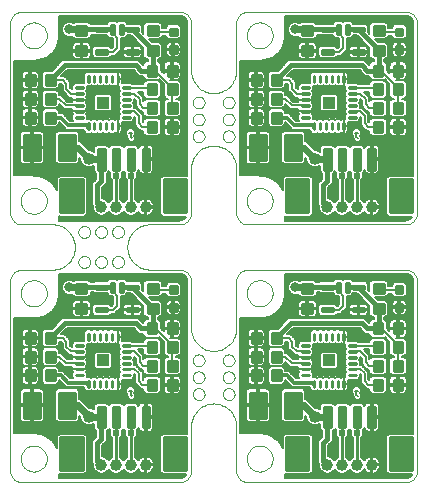
<source format=gtl>
G75*
%MOIN*%
%OFA0B0*%
%FSLAX24Y24*%
%IPPOS*%
%LPD*%
%AMOC8*
5,1,8,0,0,1.08239X$1,22.5*
%
%ADD10C,0.0000*%
%ADD11C,0.0060*%
%ADD12C,0.0101*%
%ADD13C,0.0100*%
%ADD14R,0.0394X0.0394*%
%ADD15C,0.0098*%
%ADD16C,0.0124*%
%ADD17C,0.0397*%
%ADD18C,0.0100*%
%ADD19C,0.0100*%
%ADD20C,0.0240*%
%ADD21C,0.0080*%
%ADD22C,0.0160*%
%ADD23C,0.0120*%
%ADD24C,0.0240*%
%ADD25C,0.0320*%
%ADD26C,0.0400*%
D10*
X003149Y002980D02*
X003149Y009279D01*
X003148Y009279D02*
X003150Y009318D01*
X003156Y009356D01*
X003165Y009393D01*
X003178Y009430D01*
X003195Y009465D01*
X003214Y009498D01*
X003237Y009529D01*
X003263Y009558D01*
X003292Y009584D01*
X003323Y009607D01*
X003356Y009626D01*
X003391Y009643D01*
X003428Y009656D01*
X003465Y009665D01*
X003503Y009671D01*
X003542Y009673D01*
X003540Y009670D02*
X004560Y009670D01*
X004565Y009670D02*
X004618Y009673D01*
X004672Y009679D01*
X004724Y009689D01*
X004776Y009703D01*
X004826Y009721D01*
X004876Y009742D01*
X004923Y009767D01*
X004969Y009795D01*
X005012Y009826D01*
X005054Y009860D01*
X005092Y009897D01*
X005128Y009936D01*
X005161Y009979D01*
X005191Y010023D01*
X005218Y010069D01*
X005241Y010118D01*
X005261Y010167D01*
X005277Y010218D01*
X005290Y010270D01*
X005299Y010323D01*
X005304Y010376D01*
X005305Y010430D01*
X005421Y010930D02*
X005423Y010957D01*
X005429Y010984D01*
X005438Y011010D01*
X005451Y011034D01*
X005467Y011057D01*
X005486Y011076D01*
X005508Y011093D01*
X005532Y011107D01*
X005557Y011117D01*
X005584Y011124D01*
X005611Y011127D01*
X005639Y011126D01*
X005666Y011121D01*
X005692Y011113D01*
X005716Y011101D01*
X005739Y011085D01*
X005760Y011067D01*
X005777Y011046D01*
X005792Y011022D01*
X005803Y010997D01*
X005811Y010971D01*
X005815Y010944D01*
X005815Y010916D01*
X005811Y010889D01*
X005803Y010863D01*
X005792Y010838D01*
X005777Y010814D01*
X005760Y010793D01*
X005739Y010775D01*
X005717Y010759D01*
X005692Y010747D01*
X005666Y010739D01*
X005639Y010734D01*
X005611Y010733D01*
X005584Y010736D01*
X005557Y010743D01*
X005532Y010753D01*
X005508Y010767D01*
X005486Y010784D01*
X005467Y010803D01*
X005451Y010826D01*
X005438Y010850D01*
X005429Y010876D01*
X005423Y010903D01*
X005421Y010930D01*
X005983Y010930D02*
X005985Y010957D01*
X005991Y010984D01*
X006000Y011010D01*
X006013Y011034D01*
X006029Y011057D01*
X006048Y011076D01*
X006070Y011093D01*
X006094Y011107D01*
X006119Y011117D01*
X006146Y011124D01*
X006173Y011127D01*
X006201Y011126D01*
X006228Y011121D01*
X006254Y011113D01*
X006278Y011101D01*
X006301Y011085D01*
X006322Y011067D01*
X006339Y011046D01*
X006354Y011022D01*
X006365Y010997D01*
X006373Y010971D01*
X006377Y010944D01*
X006377Y010916D01*
X006373Y010889D01*
X006365Y010863D01*
X006354Y010838D01*
X006339Y010814D01*
X006322Y010793D01*
X006301Y010775D01*
X006279Y010759D01*
X006254Y010747D01*
X006228Y010739D01*
X006201Y010734D01*
X006173Y010733D01*
X006146Y010736D01*
X006119Y010743D01*
X006094Y010753D01*
X006070Y010767D01*
X006048Y010784D01*
X006029Y010803D01*
X006013Y010826D01*
X006000Y010850D01*
X005991Y010876D01*
X005985Y010903D01*
X005983Y010930D01*
X006546Y010930D02*
X006548Y010957D01*
X006554Y010984D01*
X006563Y011010D01*
X006576Y011034D01*
X006592Y011057D01*
X006611Y011076D01*
X006633Y011093D01*
X006657Y011107D01*
X006682Y011117D01*
X006709Y011124D01*
X006736Y011127D01*
X006764Y011126D01*
X006791Y011121D01*
X006817Y011113D01*
X006841Y011101D01*
X006864Y011085D01*
X006885Y011067D01*
X006902Y011046D01*
X006917Y011022D01*
X006928Y010997D01*
X006936Y010971D01*
X006940Y010944D01*
X006940Y010916D01*
X006936Y010889D01*
X006928Y010863D01*
X006917Y010838D01*
X006902Y010814D01*
X006885Y010793D01*
X006864Y010775D01*
X006842Y010759D01*
X006817Y010747D01*
X006791Y010739D01*
X006764Y010734D01*
X006736Y010733D01*
X006709Y010736D01*
X006682Y010743D01*
X006657Y010753D01*
X006633Y010767D01*
X006611Y010784D01*
X006592Y010803D01*
X006576Y010826D01*
X006563Y010850D01*
X006554Y010876D01*
X006548Y010903D01*
X006546Y010930D01*
X006546Y009930D02*
X006548Y009957D01*
X006554Y009984D01*
X006563Y010010D01*
X006576Y010034D01*
X006592Y010057D01*
X006611Y010076D01*
X006633Y010093D01*
X006657Y010107D01*
X006682Y010117D01*
X006709Y010124D01*
X006736Y010127D01*
X006764Y010126D01*
X006791Y010121D01*
X006817Y010113D01*
X006841Y010101D01*
X006864Y010085D01*
X006885Y010067D01*
X006902Y010046D01*
X006917Y010022D01*
X006928Y009997D01*
X006936Y009971D01*
X006940Y009944D01*
X006940Y009916D01*
X006936Y009889D01*
X006928Y009863D01*
X006917Y009838D01*
X006902Y009814D01*
X006885Y009793D01*
X006864Y009775D01*
X006842Y009759D01*
X006817Y009747D01*
X006791Y009739D01*
X006764Y009734D01*
X006736Y009733D01*
X006709Y009736D01*
X006682Y009743D01*
X006657Y009753D01*
X006633Y009767D01*
X006611Y009784D01*
X006592Y009803D01*
X006576Y009826D01*
X006563Y009850D01*
X006554Y009876D01*
X006548Y009903D01*
X006546Y009930D01*
X005983Y009930D02*
X005985Y009957D01*
X005991Y009984D01*
X006000Y010010D01*
X006013Y010034D01*
X006029Y010057D01*
X006048Y010076D01*
X006070Y010093D01*
X006094Y010107D01*
X006119Y010117D01*
X006146Y010124D01*
X006173Y010127D01*
X006201Y010126D01*
X006228Y010121D01*
X006254Y010113D01*
X006278Y010101D01*
X006301Y010085D01*
X006322Y010067D01*
X006339Y010046D01*
X006354Y010022D01*
X006365Y009997D01*
X006373Y009971D01*
X006377Y009944D01*
X006377Y009916D01*
X006373Y009889D01*
X006365Y009863D01*
X006354Y009838D01*
X006339Y009814D01*
X006322Y009793D01*
X006301Y009775D01*
X006279Y009759D01*
X006254Y009747D01*
X006228Y009739D01*
X006201Y009734D01*
X006173Y009733D01*
X006146Y009736D01*
X006119Y009743D01*
X006094Y009753D01*
X006070Y009767D01*
X006048Y009784D01*
X006029Y009803D01*
X006013Y009826D01*
X006000Y009850D01*
X005991Y009876D01*
X005985Y009903D01*
X005983Y009930D01*
X005421Y009930D02*
X005423Y009957D01*
X005429Y009984D01*
X005438Y010010D01*
X005451Y010034D01*
X005467Y010057D01*
X005486Y010076D01*
X005508Y010093D01*
X005532Y010107D01*
X005557Y010117D01*
X005584Y010124D01*
X005611Y010127D01*
X005639Y010126D01*
X005666Y010121D01*
X005692Y010113D01*
X005716Y010101D01*
X005739Y010085D01*
X005760Y010067D01*
X005777Y010046D01*
X005792Y010022D01*
X005803Y009997D01*
X005811Y009971D01*
X005815Y009944D01*
X005815Y009916D01*
X005811Y009889D01*
X005803Y009863D01*
X005792Y009838D01*
X005777Y009814D01*
X005760Y009793D01*
X005739Y009775D01*
X005717Y009759D01*
X005692Y009747D01*
X005666Y009739D01*
X005639Y009734D01*
X005611Y009733D01*
X005584Y009736D01*
X005557Y009743D01*
X005532Y009753D01*
X005508Y009767D01*
X005486Y009784D01*
X005467Y009803D01*
X005451Y009826D01*
X005438Y009850D01*
X005429Y009876D01*
X005423Y009903D01*
X005421Y009930D01*
X005305Y010430D02*
X005303Y010484D01*
X005297Y010537D01*
X005288Y010589D01*
X005275Y010641D01*
X005258Y010692D01*
X005237Y010742D01*
X005213Y010789D01*
X005186Y010835D01*
X005155Y010879D01*
X005122Y010921D01*
X005085Y010960D01*
X005046Y010997D01*
X005004Y011030D01*
X004960Y011061D01*
X004914Y011088D01*
X004867Y011112D01*
X004817Y011133D01*
X004766Y011150D01*
X004714Y011163D01*
X004662Y011172D01*
X004609Y011178D01*
X004555Y011180D01*
X004560Y011180D02*
X003540Y011180D01*
X003542Y011180D02*
X003503Y011182D01*
X003465Y011188D01*
X003428Y011197D01*
X003391Y011210D01*
X003356Y011227D01*
X003323Y011246D01*
X003292Y011269D01*
X003263Y011295D01*
X003237Y011324D01*
X003214Y011355D01*
X003195Y011388D01*
X003178Y011423D01*
X003165Y011460D01*
X003156Y011497D01*
X003150Y011535D01*
X003148Y011574D01*
X003149Y011574D02*
X003149Y017873D01*
X003148Y017873D02*
X003150Y017912D01*
X003156Y017950D01*
X003165Y017987D01*
X003178Y018024D01*
X003195Y018059D01*
X003214Y018092D01*
X003237Y018123D01*
X003263Y018152D01*
X003292Y018178D01*
X003323Y018201D01*
X003356Y018220D01*
X003391Y018237D01*
X003428Y018250D01*
X003465Y018259D01*
X003503Y018265D01*
X003542Y018267D01*
X008786Y018267D01*
X008825Y018265D01*
X008863Y018259D01*
X008900Y018250D01*
X008937Y018237D01*
X008972Y018220D01*
X009005Y018201D01*
X009036Y018178D01*
X009065Y018152D01*
X009091Y018123D01*
X009114Y018092D01*
X009133Y018059D01*
X009150Y018024D01*
X009163Y017987D01*
X009172Y017950D01*
X009178Y017912D01*
X009180Y017873D01*
X009180Y017868D02*
X009180Y016305D01*
X009182Y016251D01*
X009188Y016198D01*
X009197Y016146D01*
X009210Y016094D01*
X009227Y016043D01*
X009248Y015993D01*
X009272Y015946D01*
X009299Y015900D01*
X009330Y015856D01*
X009363Y015814D01*
X009400Y015775D01*
X009439Y015738D01*
X009481Y015705D01*
X009525Y015674D01*
X009571Y015647D01*
X009618Y015623D01*
X009668Y015602D01*
X009719Y015585D01*
X009771Y015572D01*
X009823Y015563D01*
X009876Y015557D01*
X009930Y015555D01*
X009233Y015243D02*
X009235Y015270D01*
X009241Y015297D01*
X009250Y015323D01*
X009263Y015347D01*
X009279Y015370D01*
X009298Y015389D01*
X009320Y015406D01*
X009344Y015420D01*
X009369Y015430D01*
X009396Y015437D01*
X009423Y015440D01*
X009451Y015439D01*
X009478Y015434D01*
X009504Y015426D01*
X009528Y015414D01*
X009551Y015398D01*
X009572Y015380D01*
X009589Y015359D01*
X009604Y015335D01*
X009615Y015310D01*
X009623Y015284D01*
X009627Y015257D01*
X009627Y015229D01*
X009623Y015202D01*
X009615Y015176D01*
X009604Y015151D01*
X009589Y015127D01*
X009572Y015106D01*
X009551Y015088D01*
X009529Y015072D01*
X009504Y015060D01*
X009478Y015052D01*
X009451Y015047D01*
X009423Y015046D01*
X009396Y015049D01*
X009369Y015056D01*
X009344Y015066D01*
X009320Y015080D01*
X009298Y015097D01*
X009279Y015116D01*
X009263Y015139D01*
X009250Y015163D01*
X009241Y015189D01*
X009235Y015216D01*
X009233Y015243D01*
X009233Y014680D02*
X009235Y014707D01*
X009241Y014734D01*
X009250Y014760D01*
X009263Y014784D01*
X009279Y014807D01*
X009298Y014826D01*
X009320Y014843D01*
X009344Y014857D01*
X009369Y014867D01*
X009396Y014874D01*
X009423Y014877D01*
X009451Y014876D01*
X009478Y014871D01*
X009504Y014863D01*
X009528Y014851D01*
X009551Y014835D01*
X009572Y014817D01*
X009589Y014796D01*
X009604Y014772D01*
X009615Y014747D01*
X009623Y014721D01*
X009627Y014694D01*
X009627Y014666D01*
X009623Y014639D01*
X009615Y014613D01*
X009604Y014588D01*
X009589Y014564D01*
X009572Y014543D01*
X009551Y014525D01*
X009529Y014509D01*
X009504Y014497D01*
X009478Y014489D01*
X009451Y014484D01*
X009423Y014483D01*
X009396Y014486D01*
X009369Y014493D01*
X009344Y014503D01*
X009320Y014517D01*
X009298Y014534D01*
X009279Y014553D01*
X009263Y014576D01*
X009250Y014600D01*
X009241Y014626D01*
X009235Y014653D01*
X009233Y014680D01*
X009233Y014118D02*
X009235Y014145D01*
X009241Y014172D01*
X009250Y014198D01*
X009263Y014222D01*
X009279Y014245D01*
X009298Y014264D01*
X009320Y014281D01*
X009344Y014295D01*
X009369Y014305D01*
X009396Y014312D01*
X009423Y014315D01*
X009451Y014314D01*
X009478Y014309D01*
X009504Y014301D01*
X009528Y014289D01*
X009551Y014273D01*
X009572Y014255D01*
X009589Y014234D01*
X009604Y014210D01*
X009615Y014185D01*
X009623Y014159D01*
X009627Y014132D01*
X009627Y014104D01*
X009623Y014077D01*
X009615Y014051D01*
X009604Y014026D01*
X009589Y014002D01*
X009572Y013981D01*
X009551Y013963D01*
X009529Y013947D01*
X009504Y013935D01*
X009478Y013927D01*
X009451Y013922D01*
X009423Y013921D01*
X009396Y013924D01*
X009369Y013931D01*
X009344Y013941D01*
X009320Y013955D01*
X009298Y013972D01*
X009279Y013991D01*
X009263Y014014D01*
X009250Y014038D01*
X009241Y014064D01*
X009235Y014091D01*
X009233Y014118D01*
X009180Y013055D02*
X009180Y011555D01*
X009180Y011574D02*
X009178Y011535D01*
X009172Y011497D01*
X009163Y011460D01*
X009150Y011423D01*
X009133Y011388D01*
X009114Y011355D01*
X009091Y011324D01*
X009065Y011295D01*
X009036Y011269D01*
X009005Y011246D01*
X008972Y011227D01*
X008937Y011210D01*
X008900Y011197D01*
X008863Y011188D01*
X008825Y011182D01*
X008786Y011180D01*
X008790Y011180D02*
X007800Y011180D01*
X007805Y011180D02*
X007751Y011178D01*
X007698Y011172D01*
X007646Y011163D01*
X007594Y011150D01*
X007543Y011133D01*
X007493Y011112D01*
X007446Y011088D01*
X007400Y011061D01*
X007356Y011030D01*
X007314Y010997D01*
X007275Y010960D01*
X007238Y010921D01*
X007205Y010879D01*
X007174Y010835D01*
X007147Y010789D01*
X007123Y010742D01*
X007102Y010692D01*
X007085Y010641D01*
X007072Y010589D01*
X007063Y010537D01*
X007057Y010484D01*
X007055Y010430D01*
X007057Y010376D01*
X007063Y010322D01*
X007072Y010268D01*
X007086Y010216D01*
X007103Y010164D01*
X007124Y010114D01*
X007148Y010066D01*
X007176Y010019D01*
X007207Y009975D01*
X007241Y009932D01*
X007278Y009893D01*
X007317Y009856D01*
X007360Y009822D01*
X007404Y009791D01*
X007451Y009763D01*
X007499Y009739D01*
X007549Y009718D01*
X007601Y009701D01*
X007653Y009687D01*
X007707Y009678D01*
X007761Y009672D01*
X007815Y009670D01*
X008790Y009670D01*
X008786Y009673D02*
X008825Y009671D01*
X008863Y009665D01*
X008900Y009656D01*
X008937Y009643D01*
X008972Y009626D01*
X009005Y009607D01*
X009036Y009584D01*
X009065Y009558D01*
X009091Y009529D01*
X009114Y009498D01*
X009133Y009465D01*
X009150Y009430D01*
X009163Y009393D01*
X009172Y009356D01*
X009178Y009318D01*
X009180Y009279D01*
X009180Y009274D02*
X009180Y007711D01*
X009182Y007657D01*
X009188Y007604D01*
X009197Y007552D01*
X009210Y007500D01*
X009227Y007449D01*
X009248Y007399D01*
X009272Y007352D01*
X009299Y007306D01*
X009330Y007262D01*
X009363Y007220D01*
X009400Y007181D01*
X009439Y007144D01*
X009481Y007111D01*
X009525Y007080D01*
X009571Y007053D01*
X009618Y007029D01*
X009668Y007008D01*
X009719Y006991D01*
X009771Y006978D01*
X009823Y006969D01*
X009876Y006963D01*
X009930Y006961D01*
X009233Y006649D02*
X009235Y006676D01*
X009241Y006703D01*
X009250Y006729D01*
X009263Y006753D01*
X009279Y006776D01*
X009298Y006795D01*
X009320Y006812D01*
X009344Y006826D01*
X009369Y006836D01*
X009396Y006843D01*
X009423Y006846D01*
X009451Y006845D01*
X009478Y006840D01*
X009504Y006832D01*
X009528Y006820D01*
X009551Y006804D01*
X009572Y006786D01*
X009589Y006765D01*
X009604Y006741D01*
X009615Y006716D01*
X009623Y006690D01*
X009627Y006663D01*
X009627Y006635D01*
X009623Y006608D01*
X009615Y006582D01*
X009604Y006557D01*
X009589Y006533D01*
X009572Y006512D01*
X009551Y006494D01*
X009529Y006478D01*
X009504Y006466D01*
X009478Y006458D01*
X009451Y006453D01*
X009423Y006452D01*
X009396Y006455D01*
X009369Y006462D01*
X009344Y006472D01*
X009320Y006486D01*
X009298Y006503D01*
X009279Y006522D01*
X009263Y006545D01*
X009250Y006569D01*
X009241Y006595D01*
X009235Y006622D01*
X009233Y006649D01*
X009233Y006086D02*
X009235Y006113D01*
X009241Y006140D01*
X009250Y006166D01*
X009263Y006190D01*
X009279Y006213D01*
X009298Y006232D01*
X009320Y006249D01*
X009344Y006263D01*
X009369Y006273D01*
X009396Y006280D01*
X009423Y006283D01*
X009451Y006282D01*
X009478Y006277D01*
X009504Y006269D01*
X009528Y006257D01*
X009551Y006241D01*
X009572Y006223D01*
X009589Y006202D01*
X009604Y006178D01*
X009615Y006153D01*
X009623Y006127D01*
X009627Y006100D01*
X009627Y006072D01*
X009623Y006045D01*
X009615Y006019D01*
X009604Y005994D01*
X009589Y005970D01*
X009572Y005949D01*
X009551Y005931D01*
X009529Y005915D01*
X009504Y005903D01*
X009478Y005895D01*
X009451Y005890D01*
X009423Y005889D01*
X009396Y005892D01*
X009369Y005899D01*
X009344Y005909D01*
X009320Y005923D01*
X009298Y005940D01*
X009279Y005959D01*
X009263Y005982D01*
X009250Y006006D01*
X009241Y006032D01*
X009235Y006059D01*
X009233Y006086D01*
X009233Y005524D02*
X009235Y005551D01*
X009241Y005578D01*
X009250Y005604D01*
X009263Y005628D01*
X009279Y005651D01*
X009298Y005670D01*
X009320Y005687D01*
X009344Y005701D01*
X009369Y005711D01*
X009396Y005718D01*
X009423Y005721D01*
X009451Y005720D01*
X009478Y005715D01*
X009504Y005707D01*
X009528Y005695D01*
X009551Y005679D01*
X009572Y005661D01*
X009589Y005640D01*
X009604Y005616D01*
X009615Y005591D01*
X009623Y005565D01*
X009627Y005538D01*
X009627Y005510D01*
X009623Y005483D01*
X009615Y005457D01*
X009604Y005432D01*
X009589Y005408D01*
X009572Y005387D01*
X009551Y005369D01*
X009529Y005353D01*
X009504Y005341D01*
X009478Y005333D01*
X009451Y005328D01*
X009423Y005327D01*
X009396Y005330D01*
X009369Y005337D01*
X009344Y005347D01*
X009320Y005361D01*
X009298Y005378D01*
X009279Y005397D01*
X009263Y005420D01*
X009250Y005444D01*
X009241Y005470D01*
X009235Y005497D01*
X009233Y005524D01*
X009180Y004461D02*
X009180Y002961D01*
X009180Y002980D02*
X009178Y002941D01*
X009172Y002903D01*
X009163Y002866D01*
X009150Y002829D01*
X009133Y002794D01*
X009114Y002761D01*
X009091Y002730D01*
X009065Y002701D01*
X009036Y002675D01*
X009005Y002652D01*
X008972Y002633D01*
X008937Y002616D01*
X008900Y002603D01*
X008863Y002594D01*
X008825Y002588D01*
X008786Y002586D01*
X003542Y002586D01*
X003503Y002588D01*
X003465Y002594D01*
X003428Y002603D01*
X003391Y002616D01*
X003356Y002633D01*
X003323Y002652D01*
X003292Y002675D01*
X003263Y002701D01*
X003237Y002730D01*
X003214Y002761D01*
X003195Y002794D01*
X003178Y002829D01*
X003165Y002866D01*
X003156Y002903D01*
X003150Y002941D01*
X003148Y002980D01*
X003503Y003374D02*
X003505Y003415D01*
X003511Y003456D01*
X003521Y003496D01*
X003534Y003535D01*
X003551Y003572D01*
X003572Y003608D01*
X003596Y003642D01*
X003623Y003673D01*
X003652Y003701D01*
X003685Y003727D01*
X003719Y003749D01*
X003756Y003768D01*
X003794Y003783D01*
X003834Y003795D01*
X003874Y003803D01*
X003915Y003807D01*
X003957Y003807D01*
X003998Y003803D01*
X004038Y003795D01*
X004078Y003783D01*
X004116Y003768D01*
X004152Y003749D01*
X004187Y003727D01*
X004220Y003701D01*
X004249Y003673D01*
X004276Y003642D01*
X004300Y003608D01*
X004321Y003572D01*
X004338Y003535D01*
X004351Y003496D01*
X004361Y003456D01*
X004367Y003415D01*
X004369Y003374D01*
X004367Y003333D01*
X004361Y003292D01*
X004351Y003252D01*
X004338Y003213D01*
X004321Y003176D01*
X004300Y003140D01*
X004276Y003106D01*
X004249Y003075D01*
X004220Y003047D01*
X004187Y003021D01*
X004153Y002999D01*
X004116Y002980D01*
X004078Y002965D01*
X004038Y002953D01*
X003998Y002945D01*
X003957Y002941D01*
X003915Y002941D01*
X003874Y002945D01*
X003834Y002953D01*
X003794Y002965D01*
X003756Y002980D01*
X003720Y002999D01*
X003685Y003021D01*
X003652Y003047D01*
X003623Y003075D01*
X003596Y003106D01*
X003572Y003140D01*
X003551Y003176D01*
X003534Y003213D01*
X003521Y003252D01*
X003511Y003292D01*
X003505Y003333D01*
X003503Y003374D01*
X003503Y008885D02*
X003505Y008926D01*
X003511Y008967D01*
X003521Y009007D01*
X003534Y009046D01*
X003551Y009083D01*
X003572Y009119D01*
X003596Y009153D01*
X003623Y009184D01*
X003652Y009212D01*
X003685Y009238D01*
X003719Y009260D01*
X003756Y009279D01*
X003794Y009294D01*
X003834Y009306D01*
X003874Y009314D01*
X003915Y009318D01*
X003957Y009318D01*
X003998Y009314D01*
X004038Y009306D01*
X004078Y009294D01*
X004116Y009279D01*
X004152Y009260D01*
X004187Y009238D01*
X004220Y009212D01*
X004249Y009184D01*
X004276Y009153D01*
X004300Y009119D01*
X004321Y009083D01*
X004338Y009046D01*
X004351Y009007D01*
X004361Y008967D01*
X004367Y008926D01*
X004369Y008885D01*
X004367Y008844D01*
X004361Y008803D01*
X004351Y008763D01*
X004338Y008724D01*
X004321Y008687D01*
X004300Y008651D01*
X004276Y008617D01*
X004249Y008586D01*
X004220Y008558D01*
X004187Y008532D01*
X004153Y008510D01*
X004116Y008491D01*
X004078Y008476D01*
X004038Y008464D01*
X003998Y008456D01*
X003957Y008452D01*
X003915Y008452D01*
X003874Y008456D01*
X003834Y008464D01*
X003794Y008476D01*
X003756Y008491D01*
X003720Y008510D01*
X003685Y008532D01*
X003652Y008558D01*
X003623Y008586D01*
X003596Y008617D01*
X003572Y008651D01*
X003551Y008687D01*
X003534Y008724D01*
X003521Y008763D01*
X003511Y008803D01*
X003505Y008844D01*
X003503Y008885D01*
X003503Y011967D02*
X003505Y012008D01*
X003511Y012049D01*
X003521Y012089D01*
X003534Y012128D01*
X003551Y012165D01*
X003572Y012201D01*
X003596Y012235D01*
X003623Y012266D01*
X003652Y012294D01*
X003685Y012320D01*
X003719Y012342D01*
X003756Y012361D01*
X003794Y012376D01*
X003834Y012388D01*
X003874Y012396D01*
X003915Y012400D01*
X003957Y012400D01*
X003998Y012396D01*
X004038Y012388D01*
X004078Y012376D01*
X004116Y012361D01*
X004152Y012342D01*
X004187Y012320D01*
X004220Y012294D01*
X004249Y012266D01*
X004276Y012235D01*
X004300Y012201D01*
X004321Y012165D01*
X004338Y012128D01*
X004351Y012089D01*
X004361Y012049D01*
X004367Y012008D01*
X004369Y011967D01*
X004367Y011926D01*
X004361Y011885D01*
X004351Y011845D01*
X004338Y011806D01*
X004321Y011769D01*
X004300Y011733D01*
X004276Y011699D01*
X004249Y011668D01*
X004220Y011640D01*
X004187Y011614D01*
X004153Y011592D01*
X004116Y011573D01*
X004078Y011558D01*
X004038Y011546D01*
X003998Y011538D01*
X003957Y011534D01*
X003915Y011534D01*
X003874Y011538D01*
X003834Y011546D01*
X003794Y011558D01*
X003756Y011573D01*
X003720Y011592D01*
X003685Y011614D01*
X003652Y011640D01*
X003623Y011668D01*
X003596Y011699D01*
X003572Y011733D01*
X003551Y011769D01*
X003534Y011806D01*
X003521Y011845D01*
X003511Y011885D01*
X003505Y011926D01*
X003503Y011967D01*
X007810Y009670D02*
X007815Y009670D01*
X009930Y006961D02*
X009984Y006963D01*
X010037Y006969D01*
X010089Y006978D01*
X010141Y006991D01*
X010192Y007008D01*
X010242Y007029D01*
X010289Y007053D01*
X010335Y007080D01*
X010379Y007111D01*
X010421Y007144D01*
X010460Y007181D01*
X010497Y007220D01*
X010530Y007262D01*
X010561Y007306D01*
X010588Y007352D01*
X010612Y007399D01*
X010633Y007449D01*
X010650Y007500D01*
X010663Y007552D01*
X010672Y007604D01*
X010678Y007657D01*
X010680Y007711D01*
X010680Y009279D01*
X010682Y009318D01*
X010688Y009356D01*
X010697Y009393D01*
X010710Y009430D01*
X010727Y009465D01*
X010746Y009498D01*
X010769Y009529D01*
X010795Y009558D01*
X010824Y009584D01*
X010855Y009607D01*
X010888Y009626D01*
X010923Y009643D01*
X010960Y009656D01*
X010997Y009665D01*
X011035Y009671D01*
X011074Y009673D01*
X016317Y009673D01*
X016356Y009671D01*
X016394Y009665D01*
X016431Y009656D01*
X016468Y009643D01*
X016503Y009626D01*
X016536Y009607D01*
X016567Y009584D01*
X016596Y009558D01*
X016622Y009529D01*
X016645Y009498D01*
X016664Y009465D01*
X016681Y009430D01*
X016694Y009393D01*
X016703Y009356D01*
X016709Y009318D01*
X016711Y009279D01*
X016711Y002980D01*
X016709Y002941D01*
X016703Y002903D01*
X016694Y002866D01*
X016681Y002829D01*
X016664Y002794D01*
X016645Y002761D01*
X016622Y002730D01*
X016596Y002701D01*
X016567Y002675D01*
X016536Y002652D01*
X016503Y002633D01*
X016468Y002616D01*
X016431Y002603D01*
X016394Y002594D01*
X016356Y002588D01*
X016317Y002586D01*
X011074Y002586D01*
X011035Y002588D01*
X010997Y002594D01*
X010960Y002603D01*
X010923Y002616D01*
X010888Y002633D01*
X010855Y002652D01*
X010824Y002675D01*
X010795Y002701D01*
X010769Y002730D01*
X010746Y002761D01*
X010727Y002794D01*
X010710Y002829D01*
X010697Y002866D01*
X010688Y002903D01*
X010682Y002941D01*
X010680Y002980D01*
X010680Y004461D01*
X009930Y005211D02*
X009876Y005209D01*
X009823Y005203D01*
X009771Y005194D01*
X009719Y005181D01*
X009668Y005164D01*
X009618Y005143D01*
X009571Y005119D01*
X009525Y005092D01*
X009481Y005061D01*
X009439Y005028D01*
X009400Y004991D01*
X009363Y004952D01*
X009330Y004910D01*
X009299Y004866D01*
X009272Y004820D01*
X009248Y004773D01*
X009227Y004723D01*
X009210Y004672D01*
X009197Y004620D01*
X009188Y004568D01*
X009182Y004515D01*
X009180Y004461D01*
X009930Y005211D02*
X009984Y005209D01*
X010037Y005203D01*
X010089Y005194D01*
X010141Y005181D01*
X010192Y005164D01*
X010242Y005143D01*
X010289Y005119D01*
X010335Y005092D01*
X010379Y005061D01*
X010421Y005028D01*
X010460Y004991D01*
X010497Y004952D01*
X010530Y004910D01*
X010561Y004866D01*
X010588Y004820D01*
X010612Y004773D01*
X010633Y004723D01*
X010650Y004672D01*
X010663Y004620D01*
X010672Y004568D01*
X010678Y004515D01*
X010680Y004461D01*
X010233Y005524D02*
X010235Y005551D01*
X010241Y005578D01*
X010250Y005604D01*
X010263Y005628D01*
X010279Y005651D01*
X010298Y005670D01*
X010320Y005687D01*
X010344Y005701D01*
X010369Y005711D01*
X010396Y005718D01*
X010423Y005721D01*
X010451Y005720D01*
X010478Y005715D01*
X010504Y005707D01*
X010528Y005695D01*
X010551Y005679D01*
X010572Y005661D01*
X010589Y005640D01*
X010604Y005616D01*
X010615Y005591D01*
X010623Y005565D01*
X010627Y005538D01*
X010627Y005510D01*
X010623Y005483D01*
X010615Y005457D01*
X010604Y005432D01*
X010589Y005408D01*
X010572Y005387D01*
X010551Y005369D01*
X010529Y005353D01*
X010504Y005341D01*
X010478Y005333D01*
X010451Y005328D01*
X010423Y005327D01*
X010396Y005330D01*
X010369Y005337D01*
X010344Y005347D01*
X010320Y005361D01*
X010298Y005378D01*
X010279Y005397D01*
X010263Y005420D01*
X010250Y005444D01*
X010241Y005470D01*
X010235Y005497D01*
X010233Y005524D01*
X010233Y006086D02*
X010235Y006113D01*
X010241Y006140D01*
X010250Y006166D01*
X010263Y006190D01*
X010279Y006213D01*
X010298Y006232D01*
X010320Y006249D01*
X010344Y006263D01*
X010369Y006273D01*
X010396Y006280D01*
X010423Y006283D01*
X010451Y006282D01*
X010478Y006277D01*
X010504Y006269D01*
X010528Y006257D01*
X010551Y006241D01*
X010572Y006223D01*
X010589Y006202D01*
X010604Y006178D01*
X010615Y006153D01*
X010623Y006127D01*
X010627Y006100D01*
X010627Y006072D01*
X010623Y006045D01*
X010615Y006019D01*
X010604Y005994D01*
X010589Y005970D01*
X010572Y005949D01*
X010551Y005931D01*
X010529Y005915D01*
X010504Y005903D01*
X010478Y005895D01*
X010451Y005890D01*
X010423Y005889D01*
X010396Y005892D01*
X010369Y005899D01*
X010344Y005909D01*
X010320Y005923D01*
X010298Y005940D01*
X010279Y005959D01*
X010263Y005982D01*
X010250Y006006D01*
X010241Y006032D01*
X010235Y006059D01*
X010233Y006086D01*
X010233Y006649D02*
X010235Y006676D01*
X010241Y006703D01*
X010250Y006729D01*
X010263Y006753D01*
X010279Y006776D01*
X010298Y006795D01*
X010320Y006812D01*
X010344Y006826D01*
X010369Y006836D01*
X010396Y006843D01*
X010423Y006846D01*
X010451Y006845D01*
X010478Y006840D01*
X010504Y006832D01*
X010528Y006820D01*
X010551Y006804D01*
X010572Y006786D01*
X010589Y006765D01*
X010604Y006741D01*
X010615Y006716D01*
X010623Y006690D01*
X010627Y006663D01*
X010627Y006635D01*
X010623Y006608D01*
X010615Y006582D01*
X010604Y006557D01*
X010589Y006533D01*
X010572Y006512D01*
X010551Y006494D01*
X010529Y006478D01*
X010504Y006466D01*
X010478Y006458D01*
X010451Y006453D01*
X010423Y006452D01*
X010396Y006455D01*
X010369Y006462D01*
X010344Y006472D01*
X010320Y006486D01*
X010298Y006503D01*
X010279Y006522D01*
X010263Y006545D01*
X010250Y006569D01*
X010241Y006595D01*
X010235Y006622D01*
X010233Y006649D01*
X011034Y008885D02*
X011036Y008926D01*
X011042Y008967D01*
X011052Y009007D01*
X011065Y009046D01*
X011082Y009083D01*
X011103Y009119D01*
X011127Y009153D01*
X011154Y009184D01*
X011183Y009212D01*
X011216Y009238D01*
X011250Y009260D01*
X011287Y009279D01*
X011325Y009294D01*
X011365Y009306D01*
X011405Y009314D01*
X011446Y009318D01*
X011488Y009318D01*
X011529Y009314D01*
X011569Y009306D01*
X011609Y009294D01*
X011647Y009279D01*
X011683Y009260D01*
X011718Y009238D01*
X011751Y009212D01*
X011780Y009184D01*
X011807Y009153D01*
X011831Y009119D01*
X011852Y009083D01*
X011869Y009046D01*
X011882Y009007D01*
X011892Y008967D01*
X011898Y008926D01*
X011900Y008885D01*
X011898Y008844D01*
X011892Y008803D01*
X011882Y008763D01*
X011869Y008724D01*
X011852Y008687D01*
X011831Y008651D01*
X011807Y008617D01*
X011780Y008586D01*
X011751Y008558D01*
X011718Y008532D01*
X011684Y008510D01*
X011647Y008491D01*
X011609Y008476D01*
X011569Y008464D01*
X011529Y008456D01*
X011488Y008452D01*
X011446Y008452D01*
X011405Y008456D01*
X011365Y008464D01*
X011325Y008476D01*
X011287Y008491D01*
X011251Y008510D01*
X011216Y008532D01*
X011183Y008558D01*
X011154Y008586D01*
X011127Y008617D01*
X011103Y008651D01*
X011082Y008687D01*
X011065Y008724D01*
X011052Y008763D01*
X011042Y008803D01*
X011036Y008844D01*
X011034Y008885D01*
X011074Y011180D02*
X016317Y011180D01*
X016356Y011182D01*
X016394Y011188D01*
X016431Y011197D01*
X016468Y011210D01*
X016503Y011227D01*
X016536Y011246D01*
X016567Y011269D01*
X016596Y011295D01*
X016622Y011324D01*
X016645Y011355D01*
X016664Y011388D01*
X016681Y011423D01*
X016694Y011460D01*
X016703Y011497D01*
X016709Y011535D01*
X016711Y011574D01*
X016711Y017873D01*
X016709Y017912D01*
X016703Y017950D01*
X016694Y017987D01*
X016681Y018024D01*
X016664Y018059D01*
X016645Y018092D01*
X016622Y018123D01*
X016596Y018152D01*
X016567Y018178D01*
X016536Y018201D01*
X016503Y018220D01*
X016468Y018237D01*
X016431Y018250D01*
X016394Y018259D01*
X016356Y018265D01*
X016317Y018267D01*
X011074Y018267D01*
X011035Y018265D01*
X010997Y018259D01*
X010960Y018250D01*
X010923Y018237D01*
X010888Y018220D01*
X010855Y018201D01*
X010824Y018178D01*
X010795Y018152D01*
X010769Y018123D01*
X010746Y018092D01*
X010727Y018059D01*
X010710Y018024D01*
X010697Y017987D01*
X010688Y017950D01*
X010682Y017912D01*
X010680Y017873D01*
X010680Y016305D01*
X010678Y016251D01*
X010672Y016198D01*
X010663Y016146D01*
X010650Y016094D01*
X010633Y016043D01*
X010612Y015993D01*
X010588Y015946D01*
X010561Y015900D01*
X010530Y015856D01*
X010497Y015814D01*
X010460Y015775D01*
X010421Y015738D01*
X010379Y015705D01*
X010335Y015674D01*
X010289Y015647D01*
X010242Y015623D01*
X010192Y015602D01*
X010141Y015585D01*
X010089Y015572D01*
X010037Y015563D01*
X009984Y015557D01*
X009930Y015555D01*
X010233Y015243D02*
X010235Y015270D01*
X010241Y015297D01*
X010250Y015323D01*
X010263Y015347D01*
X010279Y015370D01*
X010298Y015389D01*
X010320Y015406D01*
X010344Y015420D01*
X010369Y015430D01*
X010396Y015437D01*
X010423Y015440D01*
X010451Y015439D01*
X010478Y015434D01*
X010504Y015426D01*
X010528Y015414D01*
X010551Y015398D01*
X010572Y015380D01*
X010589Y015359D01*
X010604Y015335D01*
X010615Y015310D01*
X010623Y015284D01*
X010627Y015257D01*
X010627Y015229D01*
X010623Y015202D01*
X010615Y015176D01*
X010604Y015151D01*
X010589Y015127D01*
X010572Y015106D01*
X010551Y015088D01*
X010529Y015072D01*
X010504Y015060D01*
X010478Y015052D01*
X010451Y015047D01*
X010423Y015046D01*
X010396Y015049D01*
X010369Y015056D01*
X010344Y015066D01*
X010320Y015080D01*
X010298Y015097D01*
X010279Y015116D01*
X010263Y015139D01*
X010250Y015163D01*
X010241Y015189D01*
X010235Y015216D01*
X010233Y015243D01*
X010233Y014680D02*
X010235Y014707D01*
X010241Y014734D01*
X010250Y014760D01*
X010263Y014784D01*
X010279Y014807D01*
X010298Y014826D01*
X010320Y014843D01*
X010344Y014857D01*
X010369Y014867D01*
X010396Y014874D01*
X010423Y014877D01*
X010451Y014876D01*
X010478Y014871D01*
X010504Y014863D01*
X010528Y014851D01*
X010551Y014835D01*
X010572Y014817D01*
X010589Y014796D01*
X010604Y014772D01*
X010615Y014747D01*
X010623Y014721D01*
X010627Y014694D01*
X010627Y014666D01*
X010623Y014639D01*
X010615Y014613D01*
X010604Y014588D01*
X010589Y014564D01*
X010572Y014543D01*
X010551Y014525D01*
X010529Y014509D01*
X010504Y014497D01*
X010478Y014489D01*
X010451Y014484D01*
X010423Y014483D01*
X010396Y014486D01*
X010369Y014493D01*
X010344Y014503D01*
X010320Y014517D01*
X010298Y014534D01*
X010279Y014553D01*
X010263Y014576D01*
X010250Y014600D01*
X010241Y014626D01*
X010235Y014653D01*
X010233Y014680D01*
X010233Y014118D02*
X010235Y014145D01*
X010241Y014172D01*
X010250Y014198D01*
X010263Y014222D01*
X010279Y014245D01*
X010298Y014264D01*
X010320Y014281D01*
X010344Y014295D01*
X010369Y014305D01*
X010396Y014312D01*
X010423Y014315D01*
X010451Y014314D01*
X010478Y014309D01*
X010504Y014301D01*
X010528Y014289D01*
X010551Y014273D01*
X010572Y014255D01*
X010589Y014234D01*
X010604Y014210D01*
X010615Y014185D01*
X010623Y014159D01*
X010627Y014132D01*
X010627Y014104D01*
X010623Y014077D01*
X010615Y014051D01*
X010604Y014026D01*
X010589Y014002D01*
X010572Y013981D01*
X010551Y013963D01*
X010529Y013947D01*
X010504Y013935D01*
X010478Y013927D01*
X010451Y013922D01*
X010423Y013921D01*
X010396Y013924D01*
X010369Y013931D01*
X010344Y013941D01*
X010320Y013955D01*
X010298Y013972D01*
X010279Y013991D01*
X010263Y014014D01*
X010250Y014038D01*
X010241Y014064D01*
X010235Y014091D01*
X010233Y014118D01*
X009930Y013805D02*
X009876Y013803D01*
X009823Y013797D01*
X009771Y013788D01*
X009719Y013775D01*
X009668Y013758D01*
X009618Y013737D01*
X009571Y013713D01*
X009525Y013686D01*
X009481Y013655D01*
X009439Y013622D01*
X009400Y013585D01*
X009363Y013546D01*
X009330Y013504D01*
X009299Y013460D01*
X009272Y013414D01*
X009248Y013367D01*
X009227Y013317D01*
X009210Y013266D01*
X009197Y013214D01*
X009188Y013162D01*
X009182Y013109D01*
X009180Y013055D01*
X009930Y013805D02*
X009984Y013803D01*
X010037Y013797D01*
X010089Y013788D01*
X010141Y013775D01*
X010192Y013758D01*
X010242Y013737D01*
X010289Y013713D01*
X010335Y013686D01*
X010379Y013655D01*
X010421Y013622D01*
X010460Y013585D01*
X010497Y013546D01*
X010530Y013504D01*
X010561Y013460D01*
X010588Y013414D01*
X010612Y013367D01*
X010633Y013317D01*
X010650Y013266D01*
X010663Y013214D01*
X010672Y013162D01*
X010678Y013109D01*
X010680Y013055D01*
X010680Y011574D01*
X010682Y011535D01*
X010688Y011497D01*
X010697Y011460D01*
X010710Y011423D01*
X010727Y011388D01*
X010746Y011355D01*
X010769Y011324D01*
X010795Y011295D01*
X010824Y011269D01*
X010855Y011246D01*
X010888Y011227D01*
X010923Y011210D01*
X010960Y011197D01*
X010997Y011188D01*
X011035Y011182D01*
X011074Y011180D01*
X011034Y011967D02*
X011036Y012008D01*
X011042Y012049D01*
X011052Y012089D01*
X011065Y012128D01*
X011082Y012165D01*
X011103Y012201D01*
X011127Y012235D01*
X011154Y012266D01*
X011183Y012294D01*
X011216Y012320D01*
X011250Y012342D01*
X011287Y012361D01*
X011325Y012376D01*
X011365Y012388D01*
X011405Y012396D01*
X011446Y012400D01*
X011488Y012400D01*
X011529Y012396D01*
X011569Y012388D01*
X011609Y012376D01*
X011647Y012361D01*
X011683Y012342D01*
X011718Y012320D01*
X011751Y012294D01*
X011780Y012266D01*
X011807Y012235D01*
X011831Y012201D01*
X011852Y012165D01*
X011869Y012128D01*
X011882Y012089D01*
X011892Y012049D01*
X011898Y012008D01*
X011900Y011967D01*
X011898Y011926D01*
X011892Y011885D01*
X011882Y011845D01*
X011869Y011806D01*
X011852Y011769D01*
X011831Y011733D01*
X011807Y011699D01*
X011780Y011668D01*
X011751Y011640D01*
X011718Y011614D01*
X011684Y011592D01*
X011647Y011573D01*
X011609Y011558D01*
X011569Y011546D01*
X011529Y011538D01*
X011488Y011534D01*
X011446Y011534D01*
X011405Y011538D01*
X011365Y011546D01*
X011325Y011558D01*
X011287Y011573D01*
X011251Y011592D01*
X011216Y011614D01*
X011183Y011640D01*
X011154Y011668D01*
X011127Y011699D01*
X011103Y011733D01*
X011082Y011769D01*
X011065Y011806D01*
X011052Y011845D01*
X011042Y011885D01*
X011036Y011926D01*
X011034Y011967D01*
X011034Y017479D02*
X011036Y017520D01*
X011042Y017561D01*
X011052Y017601D01*
X011065Y017640D01*
X011082Y017677D01*
X011103Y017713D01*
X011127Y017747D01*
X011154Y017778D01*
X011183Y017806D01*
X011216Y017832D01*
X011250Y017854D01*
X011287Y017873D01*
X011325Y017888D01*
X011365Y017900D01*
X011405Y017908D01*
X011446Y017912D01*
X011488Y017912D01*
X011529Y017908D01*
X011569Y017900D01*
X011609Y017888D01*
X011647Y017873D01*
X011683Y017854D01*
X011718Y017832D01*
X011751Y017806D01*
X011780Y017778D01*
X011807Y017747D01*
X011831Y017713D01*
X011852Y017677D01*
X011869Y017640D01*
X011882Y017601D01*
X011892Y017561D01*
X011898Y017520D01*
X011900Y017479D01*
X011898Y017438D01*
X011892Y017397D01*
X011882Y017357D01*
X011869Y017318D01*
X011852Y017281D01*
X011831Y017245D01*
X011807Y017211D01*
X011780Y017180D01*
X011751Y017152D01*
X011718Y017126D01*
X011684Y017104D01*
X011647Y017085D01*
X011609Y017070D01*
X011569Y017058D01*
X011529Y017050D01*
X011488Y017046D01*
X011446Y017046D01*
X011405Y017050D01*
X011365Y017058D01*
X011325Y017070D01*
X011287Y017085D01*
X011251Y017104D01*
X011216Y017126D01*
X011183Y017152D01*
X011154Y017180D01*
X011127Y017211D01*
X011103Y017245D01*
X011082Y017281D01*
X011065Y017318D01*
X011052Y017357D01*
X011042Y017397D01*
X011036Y017438D01*
X011034Y017479D01*
X003503Y017479D02*
X003505Y017520D01*
X003511Y017561D01*
X003521Y017601D01*
X003534Y017640D01*
X003551Y017677D01*
X003572Y017713D01*
X003596Y017747D01*
X003623Y017778D01*
X003652Y017806D01*
X003685Y017832D01*
X003719Y017854D01*
X003756Y017873D01*
X003794Y017888D01*
X003834Y017900D01*
X003874Y017908D01*
X003915Y017912D01*
X003957Y017912D01*
X003998Y017908D01*
X004038Y017900D01*
X004078Y017888D01*
X004116Y017873D01*
X004152Y017854D01*
X004187Y017832D01*
X004220Y017806D01*
X004249Y017778D01*
X004276Y017747D01*
X004300Y017713D01*
X004321Y017677D01*
X004338Y017640D01*
X004351Y017601D01*
X004361Y017561D01*
X004367Y017520D01*
X004369Y017479D01*
X004367Y017438D01*
X004361Y017397D01*
X004351Y017357D01*
X004338Y017318D01*
X004321Y017281D01*
X004300Y017245D01*
X004276Y017211D01*
X004249Y017180D01*
X004220Y017152D01*
X004187Y017126D01*
X004153Y017104D01*
X004116Y017085D01*
X004078Y017070D01*
X004038Y017058D01*
X003998Y017050D01*
X003957Y017046D01*
X003915Y017046D01*
X003874Y017050D01*
X003834Y017058D01*
X003794Y017070D01*
X003756Y017085D01*
X003720Y017104D01*
X003685Y017126D01*
X003652Y017152D01*
X003623Y017180D01*
X003596Y017211D01*
X003572Y017245D01*
X003551Y017281D01*
X003534Y017318D01*
X003521Y017357D01*
X003511Y017397D01*
X003505Y017438D01*
X003503Y017479D01*
X011034Y003374D02*
X011036Y003415D01*
X011042Y003456D01*
X011052Y003496D01*
X011065Y003535D01*
X011082Y003572D01*
X011103Y003608D01*
X011127Y003642D01*
X011154Y003673D01*
X011183Y003701D01*
X011216Y003727D01*
X011250Y003749D01*
X011287Y003768D01*
X011325Y003783D01*
X011365Y003795D01*
X011405Y003803D01*
X011446Y003807D01*
X011488Y003807D01*
X011529Y003803D01*
X011569Y003795D01*
X011609Y003783D01*
X011647Y003768D01*
X011683Y003749D01*
X011718Y003727D01*
X011751Y003701D01*
X011780Y003673D01*
X011807Y003642D01*
X011831Y003608D01*
X011852Y003572D01*
X011869Y003535D01*
X011882Y003496D01*
X011892Y003456D01*
X011898Y003415D01*
X011900Y003374D01*
X011898Y003333D01*
X011892Y003292D01*
X011882Y003252D01*
X011869Y003213D01*
X011852Y003176D01*
X011831Y003140D01*
X011807Y003106D01*
X011780Y003075D01*
X011751Y003047D01*
X011718Y003021D01*
X011684Y002999D01*
X011647Y002980D01*
X011609Y002965D01*
X011569Y002953D01*
X011529Y002945D01*
X011488Y002941D01*
X011446Y002941D01*
X011405Y002945D01*
X011365Y002953D01*
X011325Y002965D01*
X011287Y002980D01*
X011251Y002999D01*
X011216Y003021D01*
X011183Y003047D01*
X011154Y003075D01*
X011127Y003106D01*
X011103Y003140D01*
X011082Y003176D01*
X011065Y003213D01*
X011052Y003252D01*
X011042Y003292D01*
X011036Y003333D01*
X011034Y003374D01*
D11*
X011608Y004207D02*
X011606Y004209D01*
X011596Y004210D01*
X011585Y004212D01*
X011583Y004211D01*
X011481Y004216D01*
X011481Y004217D01*
X011468Y004217D01*
X011456Y004218D01*
X011455Y004217D01*
X010810Y004217D01*
X010810Y004636D01*
X010810Y004637D01*
X010810Y007535D01*
X010810Y007536D01*
X010810Y008049D01*
X011503Y008049D01*
X011504Y008048D01*
X011516Y008049D01*
X011527Y008049D01*
X011528Y008051D01*
X011630Y008061D01*
X011633Y008060D01*
X011643Y008063D01*
X011654Y008064D01*
X011656Y008066D01*
X011756Y008093D01*
X011758Y008092D01*
X011768Y008096D01*
X011778Y008099D01*
X011780Y008101D01*
X011874Y008143D01*
X011877Y008142D01*
X011886Y008148D01*
X011896Y008153D01*
X011897Y008155D01*
X011984Y008211D01*
X011987Y008211D01*
X011994Y008218D01*
X012003Y008224D01*
X012004Y008227D01*
X012081Y008296D01*
X012084Y008296D01*
X012091Y008305D01*
X012099Y008312D01*
X012099Y008315D01*
X012164Y008395D01*
X012167Y008396D01*
X012172Y008405D01*
X012179Y008413D01*
X012178Y008416D01*
X012230Y008506D01*
X012233Y008507D01*
X012237Y008517D01*
X012242Y008526D01*
X012241Y008529D01*
X012279Y008625D01*
X012281Y008627D01*
X012283Y008637D01*
X012287Y008647D01*
X012286Y008650D01*
X012307Y008751D01*
X012310Y008753D01*
X012310Y008764D01*
X012312Y008774D01*
X012311Y008777D01*
X012316Y008878D01*
X012317Y008879D01*
X012317Y008891D01*
X012318Y008903D01*
X012317Y008904D01*
X012317Y009543D01*
X016317Y009543D01*
X016368Y009538D01*
X016463Y009498D01*
X016536Y009426D01*
X016575Y009331D01*
X016581Y009279D01*
X016581Y004208D01*
X015769Y004208D01*
X015680Y004119D01*
X015680Y002936D01*
X015769Y002847D01*
X016542Y002847D01*
X016536Y002833D01*
X016463Y002761D01*
X016368Y002721D01*
X016317Y002716D01*
X012310Y002716D01*
X012310Y002862D01*
X012324Y002847D01*
X013153Y002847D01*
X013242Y002936D01*
X013242Y004119D01*
X013153Y004208D01*
X012324Y004208D01*
X012235Y004119D01*
X012235Y003731D01*
X012216Y003774D01*
X012217Y003777D01*
X012211Y003786D01*
X012207Y003796D01*
X012204Y003797D01*
X012148Y003884D01*
X012148Y003886D01*
X012141Y003894D01*
X012135Y003903D01*
X012132Y003904D01*
X012063Y003981D01*
X012063Y003984D01*
X012054Y003990D01*
X012047Y003998D01*
X012044Y003999D01*
X011964Y004064D01*
X011963Y004066D01*
X011954Y004072D01*
X011946Y004079D01*
X011943Y004078D01*
X011854Y004130D01*
X011852Y004133D01*
X011842Y004137D01*
X011833Y004142D01*
X011830Y004141D01*
X011734Y004178D01*
X011732Y004181D01*
X011722Y004183D01*
X011712Y004187D01*
X011709Y004186D01*
X011608Y004207D01*
X011481Y004217D02*
X013553Y004217D01*
X013553Y004275D02*
X010810Y004275D01*
X010810Y004334D02*
X013499Y004334D01*
X013476Y004357D02*
X013553Y004279D01*
X013553Y004106D01*
X013516Y004069D01*
X013516Y004069D01*
X013416Y003969D01*
X013416Y003232D01*
X013435Y003213D01*
X013435Y003108D01*
X013479Y003002D01*
X013560Y002921D01*
X013666Y002877D01*
X013780Y002877D01*
X013886Y002921D01*
X013968Y003002D01*
X013969Y003006D01*
X013971Y003002D01*
X014052Y002921D01*
X014158Y002877D01*
X014273Y002877D01*
X014379Y002921D01*
X014460Y003002D01*
X014461Y003006D01*
X014463Y003002D01*
X014544Y002921D01*
X014650Y002877D01*
X014765Y002877D01*
X014871Y002921D01*
X014952Y003002D01*
X014956Y003011D01*
X014975Y002981D01*
X015016Y002941D01*
X015063Y002910D01*
X015115Y002888D01*
X015171Y002877D01*
X015180Y002877D01*
X015180Y003146D01*
X015219Y003146D01*
X015219Y003185D01*
X015180Y003185D01*
X015180Y003454D01*
X015171Y003454D01*
X015115Y003443D01*
X015063Y003421D01*
X015016Y003389D01*
X014975Y003349D01*
X014956Y003320D01*
X014952Y003329D01*
X014871Y003410D01*
X014851Y003418D01*
X014851Y004054D01*
X014921Y004124D01*
X014921Y004298D01*
X014909Y004311D01*
X014955Y004357D01*
X014955Y004386D01*
X014962Y004361D01*
X014980Y004328D01*
X015006Y004302D01*
X015038Y004284D01*
X015074Y004274D01*
X015169Y004274D01*
X015169Y004728D01*
X015229Y004728D01*
X015229Y004274D01*
X015325Y004274D01*
X015361Y004284D01*
X015393Y004302D01*
X015419Y004328D01*
X015437Y004361D01*
X015447Y004396D01*
X015447Y004728D01*
X015229Y004728D01*
X015229Y004788D01*
X015169Y004788D01*
X015169Y005242D01*
X015074Y005242D01*
X015038Y005232D01*
X015006Y005214D01*
X014980Y005188D01*
X014962Y005155D01*
X014955Y005130D01*
X014955Y005159D01*
X014873Y005242D01*
X014542Y005242D01*
X014461Y005161D01*
X014380Y005242D01*
X014050Y005242D01*
X013969Y005161D01*
X013888Y005242D01*
X013558Y005242D01*
X013476Y005159D01*
X013476Y005013D01*
X013469Y005020D01*
X013363Y005064D01*
X013312Y005064D01*
X013017Y005359D01*
X012988Y005359D01*
X012988Y005629D01*
X012906Y005711D01*
X012260Y005711D01*
X012178Y005629D01*
X012178Y004669D01*
X012260Y004586D01*
X012906Y004586D01*
X012988Y004669D01*
X012988Y004794D01*
X013015Y004767D01*
X013015Y004716D01*
X013059Y004609D01*
X013141Y004528D01*
X013247Y004484D01*
X013363Y004484D01*
X013469Y004528D01*
X013476Y004534D01*
X013476Y004357D01*
X013476Y004392D02*
X010810Y004392D01*
X010810Y004451D02*
X013476Y004451D01*
X013476Y004509D02*
X013424Y004509D01*
X013186Y004509D02*
X010810Y004509D01*
X010810Y004568D02*
X013101Y004568D01*
X013052Y004626D02*
X012945Y004626D01*
X012988Y004685D02*
X013028Y004685D01*
X013015Y004743D02*
X012988Y004743D01*
X013282Y005094D02*
X013476Y005094D01*
X013476Y005036D02*
X013431Y005036D01*
X013476Y005153D02*
X013223Y005153D01*
X013165Y005211D02*
X013527Y005211D01*
X013919Y005211D02*
X014019Y005211D01*
X014411Y005211D02*
X014511Y005211D01*
X014685Y005340D02*
X014784Y005340D01*
X014854Y005410D01*
X014854Y005510D01*
X014817Y005547D01*
X014854Y005584D01*
X014854Y005683D01*
X014811Y005727D01*
X014811Y005727D01*
X014741Y005797D01*
X014641Y005797D01*
X014571Y005727D01*
X014571Y005727D01*
X014528Y005683D01*
X014528Y005584D01*
X014571Y005540D01*
X014571Y005454D01*
X014685Y005340D01*
X014638Y005387D02*
X012988Y005387D01*
X012988Y005445D02*
X014580Y005445D01*
X014571Y005504D02*
X012988Y005504D01*
X012988Y005562D02*
X014549Y005562D01*
X014528Y005621D02*
X014318Y005621D01*
X014329Y005623D02*
X014361Y005642D01*
X014387Y005668D01*
X014405Y005700D01*
X014415Y005736D01*
X014415Y005861D01*
X014266Y005861D01*
X014266Y005614D01*
X014293Y005614D01*
X014329Y005623D01*
X014266Y005621D02*
X014266Y005621D01*
X014266Y005614D02*
X014266Y005861D01*
X014266Y005861D01*
X014266Y005861D01*
X014415Y005861D01*
X014415Y005987D01*
X014409Y006008D01*
X014727Y006008D01*
X014809Y006090D01*
X014809Y006180D01*
X014831Y006157D01*
X014831Y005907D01*
X014956Y005782D01*
X015032Y005706D01*
X015121Y005706D01*
X015121Y005611D01*
X015203Y005530D01*
X015613Y005530D01*
X015695Y005611D01*
X015695Y006061D01*
X015613Y006143D01*
X015203Y006143D01*
X015121Y006061D01*
X015121Y005985D01*
X015091Y006015D01*
X015091Y006265D01*
X015015Y006341D01*
X014873Y006483D01*
X014809Y006483D01*
X014809Y006617D01*
X014777Y006649D01*
X014809Y006680D01*
X014809Y006774D01*
X014863Y006720D01*
X014863Y006532D01*
X014988Y006407D01*
X015064Y006331D01*
X015121Y006331D01*
X015121Y006236D01*
X015203Y006155D01*
X015613Y006155D01*
X015695Y006236D01*
X015695Y006686D01*
X015613Y006768D01*
X015203Y006768D01*
X015122Y006688D01*
X015122Y006828D01*
X015046Y006904D01*
X014939Y007011D01*
X015121Y007011D01*
X015121Y006861D01*
X015203Y006780D01*
X015613Y006780D01*
X015695Y006861D01*
X015695Y007311D01*
X015613Y007393D01*
X015203Y007393D01*
X015121Y007311D01*
X015121Y007271D01*
X014746Y007271D01*
X014727Y007290D01*
X014409Y007290D01*
X014415Y007310D01*
X014415Y007436D01*
X014266Y007436D01*
X014266Y007436D01*
X014266Y007189D01*
X014293Y007189D01*
X014314Y007194D01*
X014314Y007074D01*
X014345Y007042D01*
X014314Y007011D01*
X014314Y006877D01*
X014345Y006846D01*
X014314Y006814D01*
X014314Y006680D01*
X014345Y006649D01*
X014314Y006617D01*
X014314Y006483D01*
X014345Y006452D01*
X014314Y006420D01*
X014314Y006287D01*
X014345Y006255D01*
X014314Y006224D01*
X014314Y006103D01*
X014293Y006109D01*
X014266Y006109D01*
X014266Y005861D01*
X014266Y005861D01*
X014266Y006109D01*
X014239Y006109D01*
X014203Y006099D01*
X014171Y006081D01*
X014167Y006077D01*
X014136Y006109D01*
X014002Y006109D01*
X013971Y006077D01*
X013939Y006109D01*
X013805Y006109D01*
X013774Y006077D01*
X013742Y006109D01*
X013608Y006109D01*
X013577Y006077D01*
X013545Y006109D01*
X013412Y006109D01*
X013380Y006077D01*
X013349Y006109D01*
X013234Y006109D01*
X013234Y006224D01*
X013202Y006255D01*
X013206Y006259D01*
X013224Y006291D01*
X013234Y006326D01*
X013234Y006353D01*
X012986Y006353D01*
X012739Y006353D01*
X012739Y006326D01*
X012748Y006291D01*
X012767Y006259D01*
X012770Y006255D01*
X012739Y006224D01*
X012739Y006090D01*
X012780Y006049D01*
X012680Y006049D01*
X012430Y006299D01*
X012301Y006299D01*
X012301Y006374D01*
X012220Y006455D01*
X011809Y006455D01*
X011728Y006374D01*
X011728Y005924D01*
X011809Y005842D01*
X012220Y005842D01*
X012301Y005924D01*
X012301Y005999D01*
X012305Y005999D01*
X012468Y005837D01*
X012555Y005749D01*
X013133Y005749D01*
X013133Y005696D01*
X013215Y005614D01*
X013349Y005614D01*
X013380Y005645D01*
X013412Y005614D01*
X013545Y005614D01*
X013577Y005645D01*
X013608Y005614D01*
X013742Y005614D01*
X013774Y005645D01*
X013805Y005614D01*
X013939Y005614D01*
X013971Y005645D01*
X014002Y005614D01*
X014136Y005614D01*
X014167Y005645D01*
X014171Y005642D01*
X014203Y005623D01*
X014239Y005614D01*
X014266Y005614D01*
X014214Y005621D02*
X014143Y005621D01*
X014266Y005679D02*
X014266Y005679D01*
X014266Y005738D02*
X014266Y005738D01*
X014266Y005796D02*
X014266Y005796D01*
X014266Y005855D02*
X014266Y005855D01*
X014266Y005913D02*
X014266Y005913D01*
X014266Y005972D02*
X014266Y005972D01*
X014266Y006030D02*
X014266Y006030D01*
X014266Y006089D02*
X014266Y006089D01*
X014314Y006147D02*
X013234Y006147D01*
X013234Y006206D02*
X014314Y006206D01*
X014336Y006264D02*
X013209Y006264D01*
X013233Y006323D02*
X014314Y006323D01*
X014314Y006381D02*
X014027Y006381D01*
X014008Y006362D02*
X014061Y006415D01*
X014061Y006883D01*
X014008Y006936D01*
X013540Y006936D01*
X013487Y006883D01*
X013487Y006415D01*
X013540Y006362D01*
X014008Y006362D01*
X014061Y006440D02*
X014333Y006440D01*
X014314Y006498D02*
X014061Y006498D01*
X014061Y006557D02*
X014314Y006557D01*
X014314Y006615D02*
X014061Y006615D01*
X014061Y006674D02*
X014320Y006674D01*
X014314Y006732D02*
X014061Y006732D01*
X014061Y006791D02*
X014314Y006791D01*
X014342Y006849D02*
X014061Y006849D01*
X014036Y006908D02*
X014314Y006908D01*
X014314Y006966D02*
X013234Y006966D01*
X013234Y007011D02*
X013202Y007042D01*
X013234Y007074D01*
X013234Y007189D01*
X013349Y007189D01*
X013380Y007220D01*
X013412Y007189D01*
X013545Y007189D01*
X013577Y007220D01*
X013608Y007189D01*
X013742Y007189D01*
X013774Y007220D01*
X013805Y007189D01*
X013939Y007189D01*
X013971Y007220D01*
X014002Y007189D01*
X014136Y007189D01*
X014167Y007220D01*
X014171Y007217D01*
X014203Y007198D01*
X014239Y007189D01*
X014266Y007189D01*
X014266Y007436D01*
X014266Y007436D01*
X014415Y007436D01*
X014415Y007562D01*
X014405Y007598D01*
X014387Y007630D01*
X014361Y007656D01*
X014329Y007674D01*
X014293Y007684D01*
X014266Y007684D01*
X014266Y007436D01*
X014266Y007436D01*
X014266Y007684D01*
X014239Y007684D01*
X014203Y007674D01*
X014171Y007656D01*
X014167Y007652D01*
X014136Y007684D01*
X014002Y007684D01*
X013971Y007652D01*
X013939Y007684D01*
X013805Y007684D01*
X013774Y007652D01*
X013742Y007684D01*
X013608Y007684D01*
X013577Y007652D01*
X013545Y007684D01*
X013412Y007684D01*
X013380Y007652D01*
X013349Y007684D01*
X013215Y007684D01*
X013133Y007602D01*
X013133Y007290D01*
X012821Y007290D01*
X012739Y007208D01*
X012739Y007086D01*
X012685Y007140D01*
X012685Y007328D01*
X012560Y007453D01*
X012484Y007529D01*
X012363Y007529D01*
X012563Y007729D01*
X014797Y007729D01*
X014885Y007641D01*
X014885Y007641D01*
X014985Y007541D01*
X015121Y007541D01*
X015121Y007486D01*
X015203Y007405D01*
X015613Y007405D01*
X015630Y007421D01*
X015790Y007261D01*
X015790Y006861D01*
X015872Y006780D01*
X015947Y006780D01*
X015947Y006768D01*
X015872Y006768D01*
X015790Y006686D01*
X015790Y006236D01*
X015872Y006155D01*
X016282Y006155D01*
X016364Y006236D01*
X016364Y006686D01*
X016282Y006768D01*
X016207Y006768D01*
X016207Y006780D01*
X016282Y006780D01*
X016364Y006861D01*
X016364Y007311D01*
X016282Y007393D01*
X016026Y007393D01*
X016014Y007405D01*
X016047Y007405D01*
X016047Y007681D01*
X016107Y007681D01*
X016107Y007405D01*
X016243Y007405D01*
X016279Y007414D01*
X016310Y007433D01*
X016336Y007458D01*
X016355Y007490D01*
X016364Y007526D01*
X016364Y007681D01*
X016107Y007681D01*
X016107Y007741D01*
X016364Y007741D01*
X016364Y007897D01*
X016355Y007932D01*
X016336Y007964D01*
X016310Y007990D01*
X016279Y008008D01*
X016243Y008018D01*
X016107Y008018D01*
X016107Y007741D01*
X016047Y007741D01*
X016047Y007681D01*
X015790Y007681D01*
X015790Y007629D01*
X015695Y007724D01*
X015695Y007936D01*
X015613Y008018D01*
X015600Y008018D01*
X015600Y008090D01*
X015655Y008090D01*
X015737Y008171D01*
X015737Y008582D01*
X015655Y008663D01*
X015406Y008663D01*
X015310Y008759D01*
X015655Y008759D01*
X015737Y008841D01*
X015737Y008877D01*
X015870Y008877D01*
X015870Y008841D01*
X015952Y008759D01*
X016283Y008759D01*
X016365Y008841D01*
X016365Y009172D01*
X016283Y009254D01*
X015952Y009254D01*
X015870Y009172D01*
X015870Y009137D01*
X015737Y009137D01*
X015737Y009251D01*
X015655Y009333D01*
X015205Y009333D01*
X015123Y009251D01*
X015123Y008946D01*
X015081Y008989D01*
X015081Y009202D01*
X014999Y009284D01*
X014582Y009284D01*
X014582Y009294D01*
X014500Y009376D01*
X014285Y009376D01*
X014242Y009334D01*
X014200Y009376D01*
X013985Y009376D01*
X013903Y009294D01*
X013903Y009284D01*
X013486Y009284D01*
X013458Y009255D01*
X013357Y009255D01*
X013280Y009333D01*
X012830Y009333D01*
X012793Y009296D01*
X012793Y009296D01*
X012790Y009298D01*
X012698Y009336D01*
X012599Y009336D01*
X012507Y009298D01*
X012437Y009228D01*
X012399Y009136D01*
X012399Y009037D01*
X012437Y008945D01*
X012507Y008874D01*
X012599Y008836D01*
X012698Y008836D01*
X012748Y008857D01*
X012748Y008841D01*
X012830Y008759D01*
X013280Y008759D01*
X013362Y008841D01*
X013362Y008915D01*
X013458Y008915D01*
X013480Y008894D01*
X013458Y008882D01*
X013432Y008856D01*
X013414Y008824D01*
X013404Y008788D01*
X013404Y008735D01*
X013707Y008735D01*
X013707Y008687D01*
X013404Y008687D01*
X013404Y008634D01*
X013414Y008599D01*
X013432Y008567D01*
X013458Y008541D01*
X013480Y008529D01*
X013404Y008454D01*
X013404Y008221D01*
X013486Y008139D01*
X013975Y008139D01*
X014042Y008206D01*
X014171Y008206D01*
X014247Y008282D01*
X014296Y008331D01*
X014296Y008331D01*
X014372Y008407D01*
X014372Y008796D01*
X014500Y008796D01*
X014582Y008878D01*
X014582Y008887D01*
X014697Y008887D01*
X014716Y008863D01*
X014727Y008862D01*
X015123Y008465D01*
X015123Y008171D01*
X015205Y008090D01*
X015260Y008090D01*
X015260Y008018D01*
X015203Y008018D01*
X015121Y007936D01*
X015121Y007886D01*
X015037Y007969D01*
X014938Y008069D01*
X012422Y008069D01*
X012059Y007705D01*
X011809Y007705D01*
X011728Y007624D01*
X011728Y007174D01*
X011809Y007092D01*
X012220Y007092D01*
X012301Y007174D01*
X012301Y007269D01*
X012376Y007269D01*
X012425Y007220D01*
X012425Y007032D01*
X012501Y006956D01*
X012643Y006814D01*
X012751Y006814D01*
X012748Y006810D01*
X012739Y006774D01*
X012739Y006747D01*
X012739Y006720D01*
X012748Y006684D01*
X012751Y006680D01*
X012582Y006680D01*
X012435Y006828D01*
X012359Y006904D01*
X012301Y006904D01*
X012301Y006999D01*
X012220Y007080D01*
X011809Y007080D01*
X011728Y006999D01*
X011728Y006549D01*
X011809Y006467D01*
X012220Y006467D01*
X012301Y006549D01*
X012301Y006593D01*
X012475Y006420D01*
X012751Y006420D01*
X012748Y006416D01*
X012739Y006381D01*
X012294Y006381D01*
X012301Y006323D02*
X012740Y006323D01*
X012739Y006353D02*
X012986Y006353D01*
X012986Y006353D01*
X012986Y006353D01*
X013234Y006353D01*
X013234Y006381D01*
X013520Y006381D01*
X013487Y006440D02*
X013211Y006440D01*
X013206Y006448D02*
X013202Y006452D01*
X013234Y006483D01*
X013234Y006617D01*
X013202Y006649D01*
X013206Y006652D01*
X013224Y006684D01*
X013234Y006720D01*
X013234Y006747D01*
X012986Y006747D01*
X012739Y006747D01*
X012986Y006747D01*
X012986Y006747D01*
X012986Y006747D01*
X013234Y006747D01*
X013234Y006774D01*
X013224Y006810D01*
X013206Y006842D01*
X013202Y006846D01*
X013234Y006877D01*
X013234Y007011D01*
X013220Y007025D02*
X014327Y007025D01*
X014314Y007083D02*
X013234Y007083D01*
X013234Y007142D02*
X014314Y007142D01*
X014266Y007200D02*
X014266Y007200D01*
X014266Y007259D02*
X014266Y007259D01*
X014266Y007317D02*
X014266Y007317D01*
X014266Y007376D02*
X014266Y007376D01*
X014266Y007434D02*
X014266Y007434D01*
X014266Y007493D02*
X014266Y007493D01*
X014266Y007551D02*
X014266Y007551D01*
X014266Y007610D02*
X014266Y007610D01*
X014266Y007668D02*
X014266Y007668D01*
X014339Y007668D02*
X014858Y007668D01*
X014916Y007610D02*
X014398Y007610D01*
X014415Y007551D02*
X014975Y007551D01*
X015121Y007493D02*
X014415Y007493D01*
X014415Y007434D02*
X015173Y007434D01*
X015185Y007376D02*
X014415Y007376D01*
X014415Y007317D02*
X015127Y007317D01*
X015353Y007141D02*
X015408Y007086D01*
X015430Y007108D01*
X015430Y007086D01*
X015121Y006966D02*
X014984Y006966D01*
X015043Y006908D02*
X015121Y006908D01*
X015133Y006849D02*
X015101Y006849D01*
X015122Y006791D02*
X015192Y006791D01*
X015167Y006732D02*
X015122Y006732D01*
X014863Y006674D02*
X014802Y006674D01*
X014809Y006732D02*
X014850Y006732D01*
X014863Y006615D02*
X014809Y006615D01*
X014809Y006557D02*
X014863Y006557D01*
X014897Y006498D02*
X014809Y006498D01*
X014917Y006440D02*
X014955Y006440D01*
X014975Y006381D02*
X015014Y006381D01*
X015034Y006323D02*
X015121Y006323D01*
X015121Y006264D02*
X015091Y006264D01*
X015091Y006206D02*
X015152Y006206D01*
X015091Y006147D02*
X016581Y006147D01*
X016581Y006089D02*
X016336Y006089D01*
X016310Y006115D01*
X016279Y006133D01*
X016243Y006143D01*
X016107Y006143D01*
X016107Y005866D01*
X016364Y005866D01*
X016364Y006022D01*
X016355Y006057D01*
X016336Y006089D01*
X016362Y006030D02*
X016581Y006030D01*
X016581Y005972D02*
X016364Y005972D01*
X016364Y005913D02*
X016581Y005913D01*
X016581Y005855D02*
X016107Y005855D01*
X016107Y005866D02*
X016107Y005806D01*
X016107Y005530D01*
X016243Y005530D01*
X016279Y005539D01*
X016310Y005558D01*
X016336Y005583D01*
X016355Y005615D01*
X016364Y005651D01*
X016364Y005806D01*
X016107Y005806D01*
X016047Y005806D01*
X016047Y005530D01*
X015911Y005530D01*
X015876Y005539D01*
X015844Y005558D01*
X015818Y005583D01*
X015800Y005615D01*
X015790Y005651D01*
X015790Y005806D01*
X016047Y005806D01*
X016047Y005866D01*
X015790Y005866D01*
X015790Y006022D01*
X015800Y006057D01*
X015818Y006089D01*
X015844Y006115D01*
X015876Y006133D01*
X015911Y006143D01*
X016047Y006143D01*
X016047Y005866D01*
X016107Y005866D01*
X016107Y005913D02*
X016047Y005913D01*
X016047Y005855D02*
X015695Y005855D01*
X015695Y005913D02*
X015790Y005913D01*
X015790Y005972D02*
X015695Y005972D01*
X015695Y006030D02*
X015792Y006030D01*
X015818Y006089D02*
X015667Y006089D01*
X015664Y006206D02*
X015821Y006206D01*
X015790Y006264D02*
X015695Y006264D01*
X015695Y006323D02*
X015790Y006323D01*
X015790Y006381D02*
X015695Y006381D01*
X015695Y006440D02*
X015790Y006440D01*
X015790Y006498D02*
X015695Y006498D01*
X015695Y006557D02*
X015790Y006557D01*
X015790Y006615D02*
X015695Y006615D01*
X015695Y006674D02*
X015790Y006674D01*
X015836Y006732D02*
X015649Y006732D01*
X015624Y006791D02*
X015861Y006791D01*
X015803Y006849D02*
X015682Y006849D01*
X015695Y006908D02*
X015790Y006908D01*
X015790Y006966D02*
X015695Y006966D01*
X015695Y007025D02*
X015790Y007025D01*
X015790Y007083D02*
X015695Y007083D01*
X015695Y007142D02*
X015790Y007142D01*
X015790Y007200D02*
X015695Y007200D01*
X015695Y007259D02*
X015790Y007259D01*
X015734Y007317D02*
X015689Y007317D01*
X015676Y007376D02*
X015630Y007376D01*
X015751Y007668D02*
X015790Y007668D01*
X015790Y007741D02*
X016047Y007741D01*
X016047Y008018D01*
X015911Y008018D01*
X015876Y008008D01*
X015844Y007990D01*
X015818Y007964D01*
X015800Y007932D01*
X015790Y007897D01*
X015790Y007741D01*
X015790Y007785D02*
X015695Y007785D01*
X015695Y007727D02*
X016047Y007727D01*
X016047Y007785D02*
X016107Y007785D01*
X016107Y007727D02*
X016581Y007727D01*
X016581Y007785D02*
X016364Y007785D01*
X016364Y007844D02*
X016581Y007844D01*
X016581Y007902D02*
X016363Y007902D01*
X016338Y007961D02*
X016581Y007961D01*
X016581Y008019D02*
X015600Y008019D01*
X015600Y008078D02*
X016581Y008078D01*
X016581Y008136D02*
X015701Y008136D01*
X015737Y008195D02*
X015928Y008195D01*
X015924Y008197D02*
X015956Y008178D01*
X015992Y008168D01*
X016088Y008168D01*
X016088Y008386D01*
X016147Y008386D01*
X016147Y008168D01*
X016243Y008168D01*
X016279Y008178D01*
X016311Y008197D01*
X016337Y008223D01*
X016355Y008255D01*
X016365Y008290D01*
X016365Y008386D01*
X016148Y008386D01*
X016148Y008446D01*
X016365Y008446D01*
X016365Y008542D01*
X016355Y008577D01*
X016337Y008609D01*
X016311Y008635D01*
X016279Y008654D01*
X016243Y008663D01*
X016147Y008663D01*
X016147Y008446D01*
X016088Y008446D01*
X016088Y008663D01*
X015992Y008663D01*
X015956Y008654D01*
X015924Y008635D01*
X015898Y008609D01*
X015880Y008577D01*
X015870Y008542D01*
X015870Y008446D01*
X016087Y008446D01*
X016087Y008386D01*
X015870Y008386D01*
X015870Y008290D01*
X015880Y008255D01*
X015898Y008223D01*
X015924Y008197D01*
X015881Y008253D02*
X015737Y008253D01*
X015737Y008312D02*
X015870Y008312D01*
X015870Y008370D02*
X015737Y008370D01*
X015737Y008429D02*
X016087Y008429D01*
X016088Y008487D02*
X016147Y008487D01*
X016148Y008429D02*
X016581Y008429D01*
X016581Y008487D02*
X016365Y008487D01*
X016364Y008546D02*
X016581Y008546D01*
X016581Y008604D02*
X016340Y008604D01*
X016246Y008663D02*
X016581Y008663D01*
X016581Y008721D02*
X015348Y008721D01*
X015123Y008955D02*
X015114Y008955D01*
X015123Y009014D02*
X015081Y009014D01*
X015081Y009072D02*
X015123Y009072D01*
X015123Y009131D02*
X015081Y009131D01*
X015081Y009189D02*
X015123Y009189D01*
X015123Y009248D02*
X015035Y009248D01*
X015178Y009306D02*
X014571Y009306D01*
X014512Y009365D02*
X016561Y009365D01*
X016578Y009306D02*
X015682Y009306D01*
X015737Y009248D02*
X015946Y009248D01*
X015887Y009189D02*
X015737Y009189D01*
X015532Y009007D02*
X015430Y009046D01*
X015675Y008780D02*
X015932Y008780D01*
X015873Y008838D02*
X015734Y008838D01*
X015656Y008663D02*
X015989Y008663D01*
X016088Y008663D02*
X016147Y008663D01*
X016147Y008604D02*
X016088Y008604D01*
X016088Y008546D02*
X016147Y008546D01*
X016147Y008370D02*
X016088Y008370D01*
X016088Y008312D02*
X016147Y008312D01*
X016147Y008253D02*
X016088Y008253D01*
X016088Y008195D02*
X016147Y008195D01*
X016307Y008195D02*
X016581Y008195D01*
X016581Y008253D02*
X016354Y008253D01*
X016365Y008312D02*
X016581Y008312D01*
X016581Y008370D02*
X016365Y008370D01*
X016303Y008780D02*
X016581Y008780D01*
X016581Y008838D02*
X016362Y008838D01*
X016365Y008897D02*
X016581Y008897D01*
X016581Y008955D02*
X016365Y008955D01*
X016365Y009014D02*
X016581Y009014D01*
X016581Y009072D02*
X016365Y009072D01*
X016365Y009131D02*
X016581Y009131D01*
X016581Y009189D02*
X016348Y009189D01*
X016289Y009248D02*
X016581Y009248D01*
X016537Y009423D02*
X012317Y009423D01*
X012317Y009365D02*
X013973Y009365D01*
X013914Y009306D02*
X013307Y009306D01*
X013362Y008897D02*
X013477Y008897D01*
X013399Y008897D01*
X013399Y008899D02*
X013475Y008899D01*
X013486Y008887D01*
X013903Y008887D01*
X013903Y008878D01*
X013985Y008796D01*
X014067Y008796D01*
X014086Y008777D01*
X014086Y008524D01*
X013987Y008524D01*
X013975Y008536D01*
X013486Y008536D01*
X013475Y008524D01*
X013399Y008524D01*
X013399Y008899D01*
X013399Y008838D02*
X013943Y008838D01*
X014055Y008796D02*
X014067Y008796D01*
X014113Y008751D01*
X014113Y008515D01*
X014064Y008466D01*
X014044Y008466D01*
X013982Y008529D01*
X014003Y008541D01*
X014029Y008567D01*
X014047Y008599D01*
X014057Y008634D01*
X014057Y008687D01*
X013755Y008687D01*
X013755Y008735D01*
X014057Y008735D01*
X014057Y008788D01*
X014055Y008796D01*
X014057Y008780D02*
X014084Y008780D01*
X013399Y008780D01*
X013404Y008780D02*
X013300Y008780D01*
X013359Y008838D02*
X013422Y008838D01*
X013399Y008721D02*
X014086Y008721D01*
X014113Y008721D02*
X013755Y008721D01*
X013707Y008721D02*
X012301Y008721D01*
X012311Y008780D02*
X012810Y008780D01*
X012751Y008838D02*
X012703Y008838D01*
X012595Y008838D02*
X012314Y008838D01*
X012317Y008897D02*
X012485Y008897D01*
X012433Y008955D02*
X012317Y008955D01*
X012317Y009014D02*
X012408Y009014D01*
X012399Y009072D02*
X012317Y009072D01*
X012317Y009131D02*
X012399Y009131D01*
X012421Y009189D02*
X012317Y009189D01*
X012317Y009248D02*
X012456Y009248D01*
X012526Y009306D02*
X012317Y009306D01*
X012317Y009482D02*
X016480Y009482D01*
X016345Y009540D02*
X012317Y009540D01*
X012771Y009306D02*
X012803Y009306D01*
X012869Y008663D02*
X012834Y008654D01*
X012802Y008636D01*
X012776Y008610D01*
X012758Y008578D01*
X012748Y008543D01*
X012748Y008407D01*
X013025Y008407D01*
X013025Y008663D01*
X012869Y008663D01*
X012866Y008663D02*
X012289Y008663D01*
X012270Y008604D02*
X012773Y008604D01*
X012749Y008546D02*
X012248Y008546D01*
X012219Y008487D02*
X012748Y008487D01*
X012748Y008429D02*
X012186Y008429D01*
X012144Y008370D02*
X013025Y008370D01*
X013025Y008347D02*
X012748Y008347D01*
X012748Y008211D01*
X012758Y008175D01*
X012776Y008143D01*
X012802Y008118D01*
X012834Y008099D01*
X012869Y008090D01*
X013025Y008090D01*
X013025Y008347D01*
X013025Y008407D01*
X013085Y008407D01*
X013085Y008663D01*
X013241Y008663D01*
X013276Y008654D01*
X013308Y008636D01*
X013334Y008610D01*
X013352Y008578D01*
X013362Y008543D01*
X013362Y008407D01*
X013085Y008407D01*
X013085Y008347D01*
X013362Y008347D01*
X013362Y008211D01*
X013352Y008175D01*
X013334Y008143D01*
X013308Y008118D01*
X013276Y008099D01*
X013241Y008090D01*
X013085Y008090D01*
X013085Y008347D01*
X013025Y008347D01*
X013025Y008312D02*
X013085Y008312D01*
X013085Y008370D02*
X013404Y008370D01*
X013404Y008312D02*
X013362Y008312D01*
X013362Y008253D02*
X013404Y008253D01*
X013431Y008195D02*
X013357Y008195D01*
X013326Y008136D02*
X015159Y008136D01*
X015123Y008195D02*
X015054Y008195D01*
X015053Y008193D02*
X015071Y008225D01*
X015081Y008260D01*
X015081Y008313D01*
X014778Y008313D01*
X014778Y008139D01*
X014959Y008139D01*
X014995Y008148D01*
X015027Y008167D01*
X015053Y008193D01*
X015079Y008253D02*
X015123Y008253D01*
X015123Y008312D02*
X015081Y008312D01*
X015081Y008361D02*
X015081Y008414D01*
X015071Y008450D01*
X015053Y008482D01*
X015027Y008508D01*
X014995Y008526D01*
X014959Y008536D01*
X014778Y008536D01*
X014778Y008361D01*
X014730Y008361D01*
X014730Y008313D01*
X014428Y008313D01*
X014428Y008260D01*
X014438Y008225D01*
X014456Y008193D01*
X014482Y008167D01*
X014514Y008148D01*
X014550Y008139D01*
X014730Y008139D01*
X014730Y008313D01*
X014778Y008313D01*
X014778Y008361D01*
X015081Y008361D01*
X015081Y008370D02*
X015123Y008370D01*
X015123Y008429D02*
X015077Y008429D01*
X015101Y008487D02*
X015047Y008487D01*
X015043Y008546D02*
X014372Y008546D01*
X014372Y008604D02*
X014984Y008604D01*
X014926Y008663D02*
X014372Y008663D01*
X014372Y008721D02*
X014867Y008721D01*
X014809Y008780D02*
X014372Y008780D01*
X014542Y008838D02*
X014750Y008838D01*
X014730Y008536D02*
X014550Y008536D01*
X014514Y008526D01*
X014482Y008508D01*
X014456Y008482D01*
X014438Y008450D01*
X014428Y008414D01*
X014428Y008361D01*
X014730Y008361D01*
X014730Y008536D01*
X014730Y008487D02*
X014778Y008487D01*
X014778Y008429D02*
X014730Y008429D01*
X014730Y008370D02*
X014778Y008370D01*
X014778Y008312D02*
X014730Y008312D01*
X014730Y008253D02*
X014778Y008253D01*
X014778Y008195D02*
X014730Y008195D01*
X014455Y008195D02*
X014031Y008195D01*
X014218Y008253D02*
X014430Y008253D01*
X014428Y008312D02*
X014277Y008312D01*
X014335Y008370D02*
X014428Y008370D01*
X014432Y008429D02*
X014372Y008429D01*
X014372Y008487D02*
X014462Y008487D01*
X014113Y008546D02*
X014008Y008546D01*
X014023Y008487D02*
X014084Y008487D01*
X014086Y008546D02*
X013399Y008546D01*
X013361Y008546D02*
X013454Y008546D01*
X013438Y008487D02*
X013362Y008487D01*
X013362Y008429D02*
X013404Y008429D01*
X013399Y008604D02*
X014086Y008604D01*
X014113Y008604D02*
X014049Y008604D01*
X014057Y008663D02*
X014113Y008663D01*
X014086Y008663D02*
X013399Y008663D01*
X013404Y008663D02*
X013244Y008663D01*
X013337Y008604D02*
X013413Y008604D01*
X013085Y008604D02*
X013025Y008604D01*
X013025Y008546D02*
X013085Y008546D01*
X013085Y008487D02*
X013025Y008487D01*
X013025Y008429D02*
X013085Y008429D01*
X013085Y008253D02*
X013025Y008253D01*
X013025Y008195D02*
X013085Y008195D01*
X013085Y008136D02*
X013025Y008136D01*
X012784Y008136D02*
X011858Y008136D01*
X011958Y008195D02*
X012753Y008195D01*
X012748Y008253D02*
X012033Y008253D01*
X012098Y008312D02*
X012748Y008312D01*
X013025Y008663D02*
X013085Y008663D01*
X012372Y008019D02*
X010810Y008019D01*
X010810Y007961D02*
X012314Y007961D01*
X012255Y007902D02*
X010810Y007902D01*
X010810Y007844D02*
X012197Y007844D01*
X012138Y007785D02*
X010810Y007785D01*
X010810Y007727D02*
X012080Y007727D01*
X012385Y007551D02*
X013133Y007551D01*
X013133Y007493D02*
X012520Y007493D01*
X012579Y007434D02*
X013133Y007434D01*
X013133Y007376D02*
X012637Y007376D01*
X012685Y007317D02*
X013133Y007317D01*
X013360Y007200D02*
X013400Y007200D01*
X013557Y007200D02*
X013597Y007200D01*
X013754Y007200D02*
X013794Y007200D01*
X013950Y007200D02*
X013991Y007200D01*
X014147Y007200D02*
X014200Y007200D01*
X014192Y007668D02*
X014152Y007668D01*
X013986Y007668D02*
X013955Y007668D01*
X013790Y007668D02*
X013758Y007668D01*
X013593Y007668D02*
X013561Y007668D01*
X013396Y007668D02*
X013364Y007668D01*
X013199Y007668D02*
X012502Y007668D01*
X012444Y007610D02*
X013141Y007610D01*
X012790Y007259D02*
X012685Y007259D01*
X012685Y007200D02*
X012739Y007200D01*
X012739Y007142D02*
X012685Y007142D01*
X012491Y006966D02*
X012301Y006966D01*
X012301Y006908D02*
X012550Y006908D01*
X012608Y006849D02*
X012414Y006849D01*
X012472Y006791D02*
X012743Y006791D01*
X012739Y006732D02*
X012531Y006732D01*
X012338Y006557D02*
X012301Y006557D01*
X012251Y006498D02*
X012397Y006498D01*
X012455Y006440D02*
X012236Y006440D01*
X012464Y006264D02*
X012764Y006264D01*
X012739Y006206D02*
X012523Y006206D01*
X012581Y006147D02*
X012739Y006147D01*
X012740Y006089D02*
X012640Y006089D01*
X012739Y006353D02*
X012739Y006381D01*
X013206Y006448D02*
X013224Y006416D01*
X013234Y006381D01*
X013234Y006498D02*
X013487Y006498D01*
X013487Y006557D02*
X013234Y006557D01*
X013234Y006615D02*
X013487Y006615D01*
X013487Y006674D02*
X013218Y006674D01*
X013234Y006732D02*
X013487Y006732D01*
X013487Y006791D02*
X013230Y006791D01*
X013206Y006849D02*
X013487Y006849D01*
X013512Y006908D02*
X013234Y006908D01*
X012433Y007025D02*
X012276Y007025D01*
X012269Y007142D02*
X012425Y007142D01*
X012425Y007200D02*
X012301Y007200D01*
X012301Y007259D02*
X012386Y007259D01*
X012425Y007083D02*
X010810Y007083D01*
X010810Y007025D02*
X011085Y007025D01*
X011086Y007027D02*
X011068Y006995D01*
X011059Y006959D01*
X011059Y006804D01*
X011315Y006804D01*
X011315Y006744D01*
X011059Y006744D01*
X011059Y006588D01*
X011068Y006553D01*
X011086Y006521D01*
X011112Y006495D01*
X011144Y006477D01*
X011179Y006467D01*
X011315Y006467D01*
X011315Y006744D01*
X011375Y006744D01*
X011375Y006467D01*
X011511Y006467D01*
X011547Y006477D01*
X011578Y006495D01*
X011604Y006521D01*
X011623Y006553D01*
X011632Y006588D01*
X011632Y006744D01*
X011375Y006744D01*
X011375Y006804D01*
X011315Y006804D01*
X011315Y007080D01*
X011179Y007080D01*
X011144Y007071D01*
X011112Y007052D01*
X011086Y007027D01*
X011060Y006966D02*
X010810Y006966D01*
X010810Y006908D02*
X011059Y006908D01*
X011059Y006849D02*
X010810Y006849D01*
X010810Y006791D02*
X011315Y006791D01*
X011315Y006849D02*
X011375Y006849D01*
X011375Y006804D02*
X011375Y007080D01*
X011511Y007080D01*
X011547Y007071D01*
X011578Y007052D01*
X011604Y007027D01*
X011623Y006995D01*
X011632Y006959D01*
X011632Y006804D01*
X011375Y006804D01*
X011375Y006791D02*
X011728Y006791D01*
X011728Y006849D02*
X011632Y006849D01*
X011632Y006908D02*
X011728Y006908D01*
X011728Y006966D02*
X011630Y006966D01*
X011606Y007025D02*
X011754Y007025D01*
X011760Y007142D02*
X011600Y007142D01*
X011604Y007146D02*
X011623Y007178D01*
X011632Y007213D01*
X011632Y007369D01*
X011375Y007369D01*
X011375Y007092D01*
X011511Y007092D01*
X011547Y007102D01*
X011578Y007120D01*
X011604Y007146D01*
X011629Y007200D02*
X011728Y007200D01*
X011728Y007259D02*
X011632Y007259D01*
X011632Y007317D02*
X011728Y007317D01*
X011728Y007376D02*
X011375Y007376D01*
X011375Y007369D02*
X011375Y007429D01*
X011315Y007429D01*
X011315Y007369D01*
X011059Y007369D01*
X011059Y007213D01*
X011068Y007178D01*
X011086Y007146D01*
X011112Y007120D01*
X011144Y007102D01*
X011179Y007092D01*
X011315Y007092D01*
X011315Y007369D01*
X011375Y007369D01*
X011375Y007317D02*
X011315Y007317D01*
X011315Y007259D02*
X011375Y007259D01*
X011375Y007200D02*
X011315Y007200D01*
X011315Y007142D02*
X011375Y007142D01*
X011375Y007025D02*
X011315Y007025D01*
X011315Y006966D02*
X011375Y006966D01*
X011375Y006908D02*
X011315Y006908D01*
X011315Y006732D02*
X011375Y006732D01*
X011375Y006674D02*
X011315Y006674D01*
X011315Y006615D02*
X011375Y006615D01*
X011375Y006557D02*
X011315Y006557D01*
X011315Y006498D02*
X011375Y006498D01*
X011375Y006455D02*
X011375Y006179D01*
X011315Y006179D01*
X011315Y006119D01*
X011059Y006119D01*
X011059Y005963D01*
X011068Y005928D01*
X011086Y005896D01*
X011112Y005870D01*
X011144Y005852D01*
X011179Y005842D01*
X011315Y005842D01*
X011315Y006119D01*
X011375Y006119D01*
X011375Y005842D01*
X011511Y005842D01*
X011547Y005852D01*
X011578Y005870D01*
X011604Y005896D01*
X011623Y005928D01*
X011632Y005963D01*
X011632Y006119D01*
X011375Y006119D01*
X011375Y006179D01*
X011632Y006179D01*
X011632Y006334D01*
X011623Y006370D01*
X011604Y006402D01*
X011578Y006427D01*
X011547Y006446D01*
X011511Y006455D01*
X011375Y006455D01*
X011375Y006440D02*
X011315Y006440D01*
X011315Y006455D02*
X011179Y006455D01*
X011144Y006446D01*
X011112Y006427D01*
X011086Y006402D01*
X011068Y006370D01*
X011059Y006334D01*
X011059Y006179D01*
X011315Y006179D01*
X011315Y006455D01*
X011315Y006381D02*
X011375Y006381D01*
X011375Y006323D02*
X011315Y006323D01*
X011315Y006264D02*
X011375Y006264D01*
X011375Y006206D02*
X011315Y006206D01*
X011315Y006147D02*
X010810Y006147D01*
X010810Y006089D02*
X011059Y006089D01*
X011059Y006030D02*
X010810Y006030D01*
X010810Y005972D02*
X011059Y005972D01*
X011076Y005913D02*
X010810Y005913D01*
X010810Y005855D02*
X011139Y005855D01*
X011119Y005711D02*
X011083Y005702D01*
X011051Y005683D01*
X011025Y005657D01*
X011007Y005625D01*
X010997Y005589D01*
X010997Y005179D01*
X011372Y005179D01*
X011372Y005711D01*
X011119Y005711D01*
X011047Y005679D02*
X010810Y005679D01*
X010810Y005621D02*
X011005Y005621D01*
X010997Y005562D02*
X010810Y005562D01*
X010810Y005504D02*
X010997Y005504D01*
X010997Y005445D02*
X010810Y005445D01*
X010810Y005387D02*
X010997Y005387D01*
X010997Y005328D02*
X010810Y005328D01*
X010810Y005270D02*
X010997Y005270D01*
X010997Y005211D02*
X010810Y005211D01*
X010810Y005153D02*
X011372Y005153D01*
X011372Y005179D02*
X011372Y005119D01*
X010997Y005119D01*
X010997Y004708D01*
X011007Y004673D01*
X011025Y004640D01*
X011051Y004614D01*
X011083Y004596D01*
X011119Y004586D01*
X011372Y004586D01*
X011372Y005119D01*
X011432Y005119D01*
X011432Y005179D01*
X011372Y005179D01*
X011372Y005211D02*
X011432Y005211D01*
X011432Y005179D02*
X011432Y005711D01*
X011685Y005711D01*
X011721Y005702D01*
X011753Y005683D01*
X011779Y005657D01*
X011797Y005625D01*
X011807Y005589D01*
X011807Y005179D01*
X011432Y005179D01*
X011432Y005153D02*
X012178Y005153D01*
X012178Y005211D02*
X011807Y005211D01*
X011807Y005270D02*
X012178Y005270D01*
X012178Y005328D02*
X011807Y005328D01*
X011807Y005387D02*
X012178Y005387D01*
X012178Y005445D02*
X011807Y005445D01*
X011807Y005504D02*
X012178Y005504D01*
X012178Y005562D02*
X011807Y005562D01*
X011799Y005621D02*
X012178Y005621D01*
X012228Y005679D02*
X011757Y005679D01*
X011797Y005855D02*
X011552Y005855D01*
X011614Y005913D02*
X011739Y005913D01*
X011728Y005972D02*
X011632Y005972D01*
X011632Y006030D02*
X011728Y006030D01*
X011728Y006089D02*
X011632Y006089D01*
X011728Y006147D02*
X011375Y006147D01*
X011375Y006089D02*
X011315Y006089D01*
X011315Y006030D02*
X011375Y006030D01*
X011375Y005972D02*
X011315Y005972D01*
X011315Y005913D02*
X011375Y005913D01*
X011375Y005855D02*
X011315Y005855D01*
X011372Y005679D02*
X011432Y005679D01*
X011432Y005621D02*
X011372Y005621D01*
X011372Y005562D02*
X011432Y005562D01*
X011432Y005504D02*
X011372Y005504D01*
X011372Y005445D02*
X011432Y005445D01*
X011432Y005387D02*
X011372Y005387D01*
X011372Y005328D02*
X011432Y005328D01*
X011432Y005270D02*
X011372Y005270D01*
X011432Y005119D02*
X011807Y005119D01*
X011807Y004708D01*
X011797Y004673D01*
X011779Y004640D01*
X011753Y004614D01*
X011721Y004596D01*
X011685Y004586D01*
X011432Y004586D01*
X011432Y005119D01*
X011432Y005094D02*
X011372Y005094D01*
X011372Y005036D02*
X011432Y005036D01*
X011432Y004977D02*
X011372Y004977D01*
X011372Y004919D02*
X011432Y004919D01*
X011432Y004860D02*
X011372Y004860D01*
X011372Y004802D02*
X011432Y004802D01*
X011432Y004743D02*
X011372Y004743D01*
X011372Y004685D02*
X011432Y004685D01*
X011432Y004626D02*
X011372Y004626D01*
X011040Y004626D02*
X010810Y004626D01*
X010810Y004685D02*
X011003Y004685D01*
X010997Y004743D02*
X010810Y004743D01*
X010810Y004802D02*
X010997Y004802D01*
X010997Y004860D02*
X010810Y004860D01*
X010810Y004919D02*
X010997Y004919D01*
X010997Y004977D02*
X010810Y004977D01*
X010810Y005036D02*
X010997Y005036D01*
X010997Y005094D02*
X010810Y005094D01*
X010810Y005738D02*
X013133Y005738D01*
X013150Y005679D02*
X012938Y005679D01*
X012988Y005621D02*
X013208Y005621D01*
X013355Y005621D02*
X013405Y005621D01*
X013552Y005621D02*
X013602Y005621D01*
X013749Y005621D02*
X013799Y005621D01*
X013946Y005621D02*
X013995Y005621D01*
X014393Y005679D02*
X014528Y005679D01*
X014582Y005738D02*
X014415Y005738D01*
X014415Y005796D02*
X014640Y005796D01*
X014741Y005796D02*
X014943Y005796D01*
X015001Y005738D02*
X014800Y005738D01*
X014854Y005679D02*
X015121Y005679D01*
X015121Y005621D02*
X014854Y005621D01*
X014832Y005562D02*
X015170Y005562D01*
X014854Y005504D02*
X016581Y005504D01*
X016581Y005562D02*
X016315Y005562D01*
X016356Y005621D02*
X016581Y005621D01*
X016581Y005679D02*
X016364Y005679D01*
X016364Y005738D02*
X016581Y005738D01*
X016581Y005796D02*
X016364Y005796D01*
X016107Y005796D02*
X016047Y005796D01*
X016047Y005738D02*
X016107Y005738D01*
X016107Y005679D02*
X016047Y005679D01*
X016047Y005621D02*
X016107Y005621D01*
X016107Y005562D02*
X016047Y005562D01*
X015840Y005562D02*
X015645Y005562D01*
X015695Y005621D02*
X015798Y005621D01*
X015790Y005679D02*
X015695Y005679D01*
X015695Y005738D02*
X015790Y005738D01*
X015790Y005796D02*
X015695Y005796D01*
X016047Y005972D02*
X016107Y005972D01*
X016107Y006030D02*
X016047Y006030D01*
X016047Y006089D02*
X016107Y006089D01*
X016333Y006206D02*
X016581Y006206D01*
X016581Y006264D02*
X016364Y006264D01*
X016364Y006323D02*
X016581Y006323D01*
X016581Y006381D02*
X016364Y006381D01*
X016364Y006440D02*
X016581Y006440D01*
X016581Y006498D02*
X016364Y006498D01*
X016364Y006557D02*
X016581Y006557D01*
X016581Y006615D02*
X016364Y006615D01*
X016364Y006674D02*
X016581Y006674D01*
X016581Y006732D02*
X016318Y006732D01*
X016293Y006791D02*
X016581Y006791D01*
X016581Y006849D02*
X016352Y006849D01*
X016364Y006908D02*
X016581Y006908D01*
X016581Y006966D02*
X016364Y006966D01*
X016364Y007025D02*
X016581Y007025D01*
X016581Y007083D02*
X016364Y007083D01*
X016364Y007142D02*
X016581Y007142D01*
X016581Y007200D02*
X016364Y007200D01*
X016364Y007259D02*
X016581Y007259D01*
X016581Y007317D02*
X016358Y007317D01*
X016300Y007376D02*
X016581Y007376D01*
X016581Y007434D02*
X016312Y007434D01*
X016355Y007493D02*
X016581Y007493D01*
X016581Y007551D02*
X016364Y007551D01*
X016364Y007610D02*
X016581Y007610D01*
X016581Y007668D02*
X016364Y007668D01*
X016107Y007668D02*
X016047Y007668D01*
X016047Y007610D02*
X016107Y007610D01*
X016107Y007551D02*
X016047Y007551D01*
X016047Y007493D02*
X016107Y007493D01*
X016107Y007434D02*
X016047Y007434D01*
X016055Y007180D02*
X016077Y007086D01*
X016047Y007844D02*
X016107Y007844D01*
X016107Y007902D02*
X016047Y007902D01*
X016047Y007961D02*
X016107Y007961D01*
X015816Y007961D02*
X015670Y007961D01*
X015695Y007902D02*
X015792Y007902D01*
X015790Y007844D02*
X015695Y007844D01*
X015260Y008019D02*
X014988Y008019D01*
X015037Y007969D02*
X015037Y007969D01*
X015046Y007961D02*
X015145Y007961D01*
X015121Y007902D02*
X015105Y007902D01*
X015260Y008078D02*
X011699Y008078D01*
X011547Y007696D02*
X011511Y007705D01*
X011375Y007705D01*
X011375Y007429D01*
X011632Y007429D01*
X011632Y007584D01*
X011623Y007620D01*
X011604Y007652D01*
X011578Y007677D01*
X011547Y007696D01*
X011588Y007668D02*
X011772Y007668D01*
X011728Y007610D02*
X011625Y007610D01*
X011632Y007551D02*
X011728Y007551D01*
X011728Y007493D02*
X011632Y007493D01*
X011632Y007434D02*
X011728Y007434D01*
X011993Y007399D02*
X012015Y007399D01*
X012561Y007727D02*
X014799Y007727D01*
X015737Y008487D02*
X015870Y008487D01*
X015871Y008546D02*
X015737Y008546D01*
X015714Y008604D02*
X015895Y008604D01*
X014273Y009365D02*
X014212Y009365D01*
X012310Y011310D02*
X012310Y011455D01*
X012324Y011441D01*
X013153Y011441D01*
X013242Y011530D01*
X013242Y012713D01*
X013153Y012802D01*
X012324Y012802D01*
X012235Y012713D01*
X012235Y012325D01*
X012216Y012368D01*
X012217Y012371D01*
X012211Y012380D01*
X012207Y012389D01*
X012204Y012390D01*
X012148Y012477D01*
X012148Y012480D01*
X012141Y012488D01*
X012135Y012497D01*
X012132Y012498D01*
X012063Y012575D01*
X012063Y012577D01*
X012054Y012584D01*
X012047Y012592D01*
X012044Y012592D01*
X011964Y012657D01*
X011963Y012660D01*
X011954Y012666D01*
X011946Y012672D01*
X011943Y012672D01*
X011854Y012724D01*
X011852Y012726D01*
X011842Y012730D01*
X011833Y012736D01*
X011830Y012735D01*
X011734Y012772D01*
X011732Y012775D01*
X011722Y012777D01*
X011712Y012781D01*
X011709Y012779D01*
X011608Y012801D01*
X011606Y012803D01*
X011596Y012804D01*
X011585Y012806D01*
X011583Y012804D01*
X011481Y012810D01*
X011481Y012811D01*
X011468Y012811D01*
X011456Y012811D01*
X011455Y012811D01*
X010810Y012811D01*
X010810Y013230D01*
X010810Y013231D01*
X010810Y016129D01*
X010810Y016130D01*
X010810Y016643D01*
X011503Y016643D01*
X011504Y016642D01*
X011516Y016643D01*
X011527Y016643D01*
X011528Y016644D01*
X011630Y016655D01*
X011633Y016654D01*
X011643Y016656D01*
X011654Y016657D01*
X011656Y016660D01*
X011756Y016686D01*
X011758Y016685D01*
X011768Y016690D01*
X011778Y016692D01*
X011780Y016695D01*
X011874Y016737D01*
X011877Y016736D01*
X011886Y016742D01*
X011896Y016746D01*
X011897Y016749D01*
X011984Y016805D01*
X011987Y016805D01*
X011994Y016812D01*
X012003Y016818D01*
X012004Y016821D01*
X012081Y016890D01*
X012084Y016890D01*
X012091Y016899D01*
X012099Y016906D01*
X012099Y016909D01*
X012164Y016989D01*
X012167Y016990D01*
X012172Y016999D01*
X012179Y017007D01*
X012178Y017010D01*
X012230Y017099D01*
X012233Y017101D01*
X012237Y017111D01*
X012242Y017120D01*
X012241Y017123D01*
X012279Y017219D01*
X012281Y017221D01*
X012283Y017231D01*
X012287Y017241D01*
X012286Y017244D01*
X012307Y017345D01*
X012310Y017347D01*
X012310Y017357D01*
X012312Y017368D01*
X012311Y017370D01*
X012316Y017472D01*
X012317Y017472D01*
X012317Y017485D01*
X012318Y017497D01*
X012317Y017498D01*
X012317Y018137D01*
X016317Y018137D01*
X016368Y018132D01*
X016463Y018092D01*
X016536Y018019D01*
X016575Y017924D01*
X016581Y017873D01*
X016581Y012802D01*
X015769Y012802D01*
X015680Y012713D01*
X015680Y011530D01*
X015769Y011441D01*
X016542Y011441D01*
X016536Y011427D01*
X016463Y011354D01*
X016368Y011315D01*
X016317Y011310D01*
X012310Y011310D01*
X012310Y011354D02*
X016461Y011354D01*
X016521Y011412D02*
X012310Y011412D01*
X013183Y011471D02*
X015740Y011471D01*
X015681Y011529D02*
X015374Y011529D01*
X015383Y011535D02*
X015423Y011575D01*
X015455Y011622D01*
X015477Y011675D01*
X015488Y011731D01*
X015488Y011740D01*
X015219Y011740D01*
X015219Y011778D01*
X015488Y011778D01*
X015488Y011787D01*
X015477Y011843D01*
X015455Y011896D01*
X015423Y011943D01*
X015383Y011983D01*
X015336Y012015D01*
X015284Y012036D01*
X015228Y012048D01*
X015219Y012048D01*
X015219Y011778D01*
X015180Y011778D01*
X015180Y012048D01*
X015171Y012048D01*
X015115Y012036D01*
X015063Y012015D01*
X015016Y011983D01*
X014975Y011943D01*
X014956Y011913D01*
X014952Y011922D01*
X014871Y012004D01*
X014851Y012012D01*
X014851Y012648D01*
X014921Y012718D01*
X014921Y012892D01*
X014909Y012904D01*
X014955Y012950D01*
X014955Y012979D01*
X014962Y012954D01*
X014980Y012922D01*
X015006Y012896D01*
X015038Y012878D01*
X015074Y012868D01*
X015169Y012868D01*
X015169Y013322D01*
X015229Y013322D01*
X015229Y012868D01*
X015325Y012868D01*
X015361Y012878D01*
X015393Y012896D01*
X015419Y012922D01*
X015437Y012954D01*
X015447Y012990D01*
X015447Y013322D01*
X015229Y013322D01*
X015229Y013382D01*
X015169Y013382D01*
X015169Y013835D01*
X015074Y013835D01*
X015038Y013826D01*
X015006Y013807D01*
X014980Y013781D01*
X014962Y013749D01*
X014955Y013724D01*
X014955Y013753D01*
X014873Y013835D01*
X014542Y013835D01*
X014461Y013755D01*
X014380Y013835D01*
X014050Y013835D01*
X013969Y013755D01*
X013888Y013835D01*
X013558Y013835D01*
X013476Y013753D01*
X013476Y013607D01*
X013469Y013613D01*
X013363Y013657D01*
X013312Y013657D01*
X013017Y013952D01*
X012988Y013952D01*
X012988Y014223D01*
X012906Y014305D01*
X012260Y014305D01*
X012178Y014223D01*
X012178Y013262D01*
X012260Y013180D01*
X012906Y013180D01*
X012988Y013262D01*
X012988Y013388D01*
X013015Y013361D01*
X013015Y013310D01*
X013059Y013203D01*
X013141Y013122D01*
X013247Y013078D01*
X013363Y013078D01*
X013469Y013122D01*
X013476Y013128D01*
X013476Y012950D01*
X013553Y012873D01*
X013553Y012700D01*
X013416Y012563D01*
X013416Y011825D01*
X013435Y011807D01*
X013435Y011702D01*
X013479Y011596D01*
X013560Y011515D01*
X013666Y011471D01*
X013780Y011471D01*
X013886Y011515D01*
X013968Y011596D01*
X013969Y011599D01*
X013971Y011596D01*
X014052Y011515D01*
X014158Y011471D01*
X014273Y011471D01*
X014379Y011515D01*
X014460Y011596D01*
X014461Y011599D01*
X014463Y011596D01*
X014544Y011515D01*
X014650Y011471D01*
X014765Y011471D01*
X014871Y011515D01*
X014952Y011596D01*
X014956Y011605D01*
X014975Y011575D01*
X015016Y011535D01*
X015063Y011503D01*
X015115Y011482D01*
X015171Y011471D01*
X015180Y011471D01*
X015180Y011740D01*
X015219Y011740D01*
X015219Y011471D01*
X015228Y011471D01*
X015284Y011482D01*
X015336Y011503D01*
X015383Y011535D01*
X015432Y011588D02*
X015680Y011588D01*
X015680Y011646D02*
X015465Y011646D01*
X015483Y011705D02*
X015680Y011705D01*
X015680Y011763D02*
X015219Y011763D01*
X015219Y011705D02*
X015180Y011705D01*
X015180Y011646D02*
X015219Y011646D01*
X015219Y011588D02*
X015180Y011588D01*
X015180Y011529D02*
X015219Y011529D01*
X015025Y011529D02*
X014885Y011529D01*
X014944Y011588D02*
X014967Y011588D01*
X015180Y011822D02*
X015219Y011822D01*
X015219Y011880D02*
X015180Y011880D01*
X015180Y011939D02*
X015219Y011939D01*
X015219Y011997D02*
X015180Y011997D01*
X015036Y011997D02*
X014877Y011997D01*
X014851Y012056D02*
X015680Y012056D01*
X015680Y012114D02*
X014851Y012114D01*
X014851Y012173D02*
X015680Y012173D01*
X015680Y012231D02*
X014851Y012231D01*
X014851Y012290D02*
X015680Y012290D01*
X015680Y012348D02*
X014851Y012348D01*
X014851Y012407D02*
X015680Y012407D01*
X015680Y012465D02*
X014851Y012465D01*
X014851Y012524D02*
X015680Y012524D01*
X015680Y012582D02*
X014851Y012582D01*
X014851Y012641D02*
X015680Y012641D01*
X015680Y012699D02*
X014902Y012699D01*
X014921Y012758D02*
X015725Y012758D01*
X015447Y012992D02*
X016581Y012992D01*
X016581Y013050D02*
X015447Y013050D01*
X015447Y013109D02*
X016581Y013109D01*
X016581Y013167D02*
X015447Y013167D01*
X015447Y013226D02*
X016581Y013226D01*
X016581Y013284D02*
X015447Y013284D01*
X015447Y013382D02*
X015447Y013714D01*
X015437Y013749D01*
X015419Y013781D01*
X015393Y013807D01*
X015361Y013826D01*
X015325Y013835D01*
X015229Y013835D01*
X015229Y013382D01*
X015447Y013382D01*
X015447Y013401D02*
X016581Y013401D01*
X016581Y013343D02*
X015229Y013343D01*
X015229Y013401D02*
X015169Y013401D01*
X015169Y013460D02*
X015229Y013460D01*
X015229Y013518D02*
X015169Y013518D01*
X015169Y013577D02*
X015229Y013577D01*
X015229Y013635D02*
X015169Y013635D01*
X015169Y013694D02*
X015229Y013694D01*
X015229Y013752D02*
X015169Y013752D01*
X015169Y013811D02*
X015229Y013811D01*
X015387Y013811D02*
X016581Y013811D01*
X016581Y013869D02*
X013100Y013869D01*
X013042Y013928D02*
X016581Y013928D01*
X016581Y013986D02*
X014836Y013986D01*
X014854Y014004D02*
X014854Y014103D01*
X016581Y014103D01*
X016581Y014045D02*
X014854Y014045D01*
X014854Y014004D02*
X014784Y013934D01*
X014685Y013934D01*
X014571Y014047D01*
X014571Y014134D01*
X014528Y014178D01*
X014528Y014277D01*
X014571Y014320D01*
X014571Y014320D01*
X014641Y014391D01*
X014741Y014391D01*
X014811Y014320D01*
X014811Y014320D01*
X014854Y014277D01*
X014854Y014178D01*
X014817Y014140D01*
X014854Y014103D01*
X014838Y014162D02*
X015164Y014162D01*
X015203Y014123D02*
X015613Y014123D01*
X015695Y014205D01*
X015695Y014655D01*
X015613Y014737D01*
X015203Y014737D01*
X015121Y014655D01*
X015121Y014579D01*
X015091Y014609D01*
X015091Y014859D01*
X015015Y014935D01*
X014873Y015077D01*
X014809Y015077D01*
X014809Y015211D01*
X014777Y015242D01*
X014809Y015274D01*
X014809Y015368D01*
X014863Y015314D01*
X014863Y015126D01*
X014988Y015001D01*
X015064Y014925D01*
X015121Y014925D01*
X015121Y014830D01*
X015203Y014748D01*
X015613Y014748D01*
X015695Y014830D01*
X015695Y015280D01*
X015613Y015362D01*
X015203Y015362D01*
X015122Y015281D01*
X015122Y015421D01*
X015046Y015497D01*
X014939Y015605D01*
X015121Y015605D01*
X015121Y015455D01*
X015203Y015373D01*
X015613Y015373D01*
X015695Y015455D01*
X015695Y015905D01*
X015613Y015987D01*
X015203Y015987D01*
X015121Y015905D01*
X015121Y015865D01*
X014746Y015865D01*
X014727Y015884D01*
X014409Y015884D01*
X014415Y015904D01*
X014415Y016030D01*
X014415Y016156D01*
X014405Y016191D01*
X014387Y016223D01*
X014361Y016249D01*
X014329Y016268D01*
X014293Y016277D01*
X014266Y016277D01*
X014266Y016030D01*
X014415Y016030D01*
X014266Y016030D01*
X014266Y016030D01*
X014266Y016030D01*
X014266Y016277D01*
X014239Y016277D01*
X014203Y016268D01*
X014171Y016249D01*
X014167Y016246D01*
X014136Y016277D01*
X014002Y016277D01*
X013971Y016246D01*
X013939Y016277D01*
X013805Y016277D01*
X013774Y016246D01*
X013742Y016277D01*
X013608Y016277D01*
X013577Y016246D01*
X013545Y016277D01*
X013412Y016277D01*
X013380Y016246D01*
X013349Y016277D01*
X013215Y016277D01*
X013133Y016195D01*
X013133Y015884D01*
X012821Y015884D01*
X012739Y015802D01*
X012739Y015680D01*
X012685Y015734D01*
X012685Y015921D01*
X012560Y016046D01*
X012484Y016122D01*
X012363Y016122D01*
X012563Y016323D01*
X014797Y016323D01*
X014885Y016235D01*
X014885Y016235D01*
X014985Y016135D01*
X015121Y016135D01*
X015121Y016080D01*
X015203Y015998D01*
X015613Y015998D01*
X015630Y016015D01*
X015790Y015855D01*
X015790Y015455D01*
X015872Y015373D01*
X015947Y015373D01*
X015947Y015362D01*
X015872Y015362D01*
X015790Y015280D01*
X015790Y014830D01*
X015872Y014748D01*
X016282Y014748D01*
X016364Y014830D01*
X016364Y015280D01*
X016282Y015362D01*
X016207Y015362D01*
X016207Y015373D01*
X016282Y015373D01*
X016364Y015455D01*
X016364Y015905D01*
X016282Y015987D01*
X016026Y015987D01*
X016014Y015998D01*
X016047Y015998D01*
X016047Y016275D01*
X015790Y016275D01*
X015790Y016222D01*
X015695Y016318D01*
X015695Y016530D01*
X015613Y016612D01*
X015600Y016612D01*
X015600Y016684D01*
X015655Y016684D01*
X015737Y016765D01*
X015737Y017176D01*
X015655Y017257D01*
X015406Y017257D01*
X015310Y017353D01*
X015655Y017353D01*
X015737Y017434D01*
X015737Y017470D01*
X015870Y017470D01*
X015870Y017435D01*
X015952Y017353D01*
X016283Y017353D01*
X016365Y017435D01*
X016365Y017766D01*
X016283Y017848D01*
X015952Y017848D01*
X015870Y017766D01*
X015870Y017730D01*
X015737Y017730D01*
X015737Y017845D01*
X015655Y017926D01*
X015205Y017926D01*
X015123Y017845D01*
X015123Y017539D01*
X015081Y017582D01*
X015081Y017795D01*
X014999Y017877D01*
X014582Y017877D01*
X014582Y017888D01*
X014500Y017970D01*
X014285Y017970D01*
X014243Y017928D01*
X014200Y017970D01*
X013985Y017970D01*
X013903Y017888D01*
X013903Y017877D01*
X013486Y017877D01*
X013458Y017849D01*
X013357Y017849D01*
X013280Y017926D01*
X012830Y017926D01*
X012793Y017890D01*
X012793Y017890D01*
X012790Y017892D01*
X012698Y017930D01*
X012599Y017930D01*
X012507Y017892D01*
X012437Y017822D01*
X012399Y017730D01*
X012317Y017730D01*
X012317Y017672D02*
X012399Y017672D01*
X012399Y017630D02*
X012399Y017730D01*
X012423Y017789D02*
X012317Y017789D01*
X012317Y017847D02*
X012462Y017847D01*
X012540Y017906D02*
X012317Y017906D01*
X012317Y017964D02*
X013979Y017964D01*
X013920Y017906D02*
X013301Y017906D01*
X013362Y017509D02*
X013458Y017509D01*
X013480Y017488D01*
X013458Y017475D01*
X013432Y017449D01*
X013414Y017417D01*
X013404Y017382D01*
X013404Y017329D01*
X013707Y017329D01*
X013707Y017281D01*
X013404Y017281D01*
X013404Y017228D01*
X013414Y017193D01*
X013432Y017161D01*
X013458Y017135D01*
X013480Y017122D01*
X013404Y017047D01*
X013404Y016815D01*
X013486Y016733D01*
X013975Y016733D01*
X014042Y016800D01*
X014171Y016800D01*
X014247Y016876D01*
X014296Y016925D01*
X014296Y016925D01*
X014372Y017001D01*
X014372Y017390D01*
X014500Y017390D01*
X014582Y017472D01*
X014582Y017481D01*
X014697Y017481D01*
X014716Y017457D01*
X014727Y017455D01*
X015123Y017059D01*
X015123Y016765D01*
X015205Y016684D01*
X015260Y016684D01*
X015260Y016612D01*
X015203Y016612D01*
X015121Y016530D01*
X015121Y016479D01*
X015037Y016563D01*
X014938Y016662D01*
X012422Y016662D01*
X012059Y016299D01*
X011809Y016299D01*
X011728Y016217D01*
X011728Y015768D01*
X011809Y015686D01*
X012220Y015686D01*
X012301Y015768D01*
X012301Y015863D01*
X012376Y015863D01*
X012425Y015814D01*
X012425Y015626D01*
X012501Y015550D01*
X012643Y015408D01*
X012751Y015408D01*
X012748Y015404D01*
X012739Y015368D01*
X012739Y015341D01*
X012986Y015341D01*
X012986Y015341D01*
X012739Y015341D01*
X012739Y015314D01*
X012748Y015278D01*
X012751Y015274D01*
X012582Y015274D01*
X012435Y015421D01*
X012359Y015497D01*
X012301Y015497D01*
X012301Y015592D01*
X012220Y015674D01*
X011809Y015674D01*
X011728Y015592D01*
X011728Y015143D01*
X011809Y015061D01*
X012220Y015061D01*
X012301Y015143D01*
X012301Y015187D01*
X012475Y015014D01*
X012751Y015014D01*
X012748Y015010D01*
X012739Y014975D01*
X012739Y014947D01*
X012739Y014920D01*
X012748Y014884D01*
X012767Y014852D01*
X012770Y014849D01*
X012739Y014817D01*
X012739Y014683D01*
X012780Y014642D01*
X012680Y014642D01*
X012430Y014892D01*
X012301Y014892D01*
X012301Y014967D01*
X012220Y015049D01*
X011809Y015049D01*
X011728Y014967D01*
X011728Y014518D01*
X011809Y014436D01*
X012220Y014436D01*
X012301Y014518D01*
X012301Y014593D01*
X012305Y014593D01*
X012468Y014430D01*
X012555Y014343D01*
X013133Y014343D01*
X013133Y014290D01*
X013215Y014208D01*
X013349Y014208D01*
X013380Y014239D01*
X013412Y014208D01*
X013545Y014208D01*
X013577Y014239D01*
X013608Y014208D01*
X013742Y014208D01*
X013774Y014239D01*
X013805Y014208D01*
X013939Y014208D01*
X013971Y014239D01*
X014002Y014208D01*
X014136Y014208D01*
X014167Y014239D01*
X014171Y014236D01*
X014203Y014217D01*
X014239Y014208D01*
X014266Y014208D01*
X014293Y014208D01*
X014329Y014217D01*
X014361Y014236D01*
X014387Y014262D01*
X014405Y014294D01*
X014415Y014329D01*
X014415Y014455D01*
X014266Y014455D01*
X014266Y014455D01*
X014266Y014208D01*
X014266Y014455D01*
X014266Y014455D01*
X014415Y014455D01*
X014415Y014581D01*
X014409Y014601D01*
X014727Y014601D01*
X014809Y014683D01*
X014809Y014774D01*
X014831Y014751D01*
X014831Y014501D01*
X014956Y014376D01*
X015032Y014300D01*
X015121Y014300D01*
X015121Y014205D01*
X015203Y014123D01*
X015121Y014220D02*
X014854Y014220D01*
X014853Y014279D02*
X015121Y014279D01*
X014995Y014337D02*
X014794Y014337D01*
X014691Y014271D02*
X014691Y014097D01*
X014734Y014054D01*
X014632Y013986D02*
X012988Y013986D01*
X012988Y014045D02*
X014574Y014045D01*
X014571Y014103D02*
X012988Y014103D01*
X012988Y014162D02*
X014543Y014162D01*
X014528Y014220D02*
X014334Y014220D01*
X014266Y014220D02*
X014266Y014220D01*
X014266Y014279D02*
X014266Y014279D01*
X014266Y014337D02*
X014266Y014337D01*
X014266Y014396D02*
X014266Y014396D01*
X014266Y014454D02*
X014266Y014454D01*
X014266Y014455D02*
X014266Y014455D01*
X014266Y014703D01*
X014293Y014703D01*
X014314Y014697D01*
X014314Y014817D01*
X014345Y014849D01*
X014314Y014880D01*
X014314Y015014D01*
X014345Y015046D01*
X014314Y015077D01*
X014314Y015211D01*
X014345Y015242D01*
X014314Y015274D01*
X014314Y015408D01*
X014345Y015439D01*
X014314Y015471D01*
X014314Y015605D01*
X014345Y015636D01*
X014314Y015668D01*
X014314Y015788D01*
X014293Y015782D01*
X014266Y015782D01*
X014266Y016030D01*
X014266Y016030D01*
X014266Y015782D01*
X014239Y015782D01*
X014203Y015792D01*
X014171Y015810D01*
X014167Y015814D01*
X014136Y015782D01*
X014002Y015782D01*
X013971Y015814D01*
X013939Y015782D01*
X013805Y015782D01*
X013774Y015814D01*
X013742Y015782D01*
X013608Y015782D01*
X013577Y015814D01*
X013545Y015782D01*
X013412Y015782D01*
X013380Y015814D01*
X013349Y015782D01*
X013234Y015782D01*
X013234Y015668D01*
X013202Y015636D01*
X013234Y015605D01*
X013234Y015471D01*
X013202Y015439D01*
X013206Y015436D01*
X013224Y015404D01*
X013234Y015368D01*
X013234Y015341D01*
X012986Y015341D01*
X012986Y015341D01*
X013234Y015341D01*
X013234Y015314D01*
X013224Y015278D01*
X013206Y015246D01*
X013202Y015243D01*
X013234Y015211D01*
X013234Y015077D01*
X013202Y015046D01*
X013206Y015042D01*
X013224Y015010D01*
X013234Y014975D01*
X013234Y014947D01*
X012986Y014947D01*
X012739Y014947D01*
X012986Y014947D01*
X012986Y014947D01*
X012986Y014947D01*
X013234Y014947D01*
X013234Y014920D01*
X013224Y014884D01*
X013206Y014852D01*
X013202Y014849D01*
X013234Y014817D01*
X013234Y014703D01*
X013349Y014703D01*
X013380Y014671D01*
X013412Y014703D01*
X013545Y014703D01*
X013577Y014671D01*
X013608Y014703D01*
X013742Y014703D01*
X013774Y014671D01*
X013805Y014703D01*
X013939Y014703D01*
X013971Y014671D01*
X014002Y014703D01*
X014136Y014703D01*
X014167Y014671D01*
X014171Y014675D01*
X014203Y014693D01*
X014239Y014703D01*
X014266Y014703D01*
X014266Y014455D01*
X014266Y014513D02*
X014266Y014513D01*
X014266Y014571D02*
X014266Y014571D01*
X014266Y014630D02*
X014266Y014630D01*
X014266Y014688D02*
X014266Y014688D01*
X014194Y014688D02*
X014150Y014688D01*
X013988Y014688D02*
X013954Y014688D01*
X013791Y014688D02*
X013757Y014688D01*
X013594Y014688D02*
X013560Y014688D01*
X013397Y014688D02*
X013363Y014688D01*
X013234Y014747D02*
X014314Y014747D01*
X014314Y014805D02*
X013234Y014805D01*
X013212Y014864D02*
X014330Y014864D01*
X014314Y014922D02*
X013234Y014922D01*
X013232Y014981D02*
X013515Y014981D01*
X013540Y014956D02*
X013487Y015008D01*
X013487Y015477D01*
X013540Y015529D01*
X014008Y015529D01*
X014061Y015477D01*
X014061Y015008D01*
X014008Y014956D01*
X013540Y014956D01*
X013487Y015039D02*
X013208Y015039D01*
X013234Y015098D02*
X013487Y015098D01*
X013487Y015156D02*
X013234Y015156D01*
X013230Y015215D02*
X013487Y015215D01*
X013487Y015273D02*
X013221Y015273D01*
X013234Y015332D02*
X013487Y015332D01*
X013487Y015390D02*
X013228Y015390D01*
X013212Y015449D02*
X013487Y015449D01*
X013517Y015507D02*
X013234Y015507D01*
X013234Y015566D02*
X014314Y015566D01*
X014314Y015507D02*
X014030Y015507D01*
X014061Y015449D02*
X014336Y015449D01*
X014314Y015390D02*
X014061Y015390D01*
X014061Y015332D02*
X014314Y015332D01*
X014315Y015273D02*
X014061Y015273D01*
X014061Y015215D02*
X014317Y015215D01*
X014314Y015156D02*
X014061Y015156D01*
X014061Y015098D02*
X014314Y015098D01*
X014339Y015039D02*
X014061Y015039D01*
X014033Y014981D02*
X014314Y014981D01*
X014415Y014571D02*
X014831Y014571D01*
X014831Y014513D02*
X014415Y014513D01*
X014415Y014454D02*
X014878Y014454D01*
X014937Y014396D02*
X014415Y014396D01*
X014415Y014337D02*
X014588Y014337D01*
X014529Y014279D02*
X014397Y014279D01*
X014198Y014220D02*
X014148Y014220D01*
X013990Y014220D02*
X013952Y014220D01*
X013793Y014220D02*
X013755Y014220D01*
X013596Y014220D02*
X013558Y014220D01*
X013399Y014220D02*
X013361Y014220D01*
X013202Y014220D02*
X012988Y014220D01*
X012932Y014279D02*
X013144Y014279D01*
X013133Y014337D02*
X010810Y014337D01*
X010810Y014279D02*
X011054Y014279D01*
X011051Y014277D02*
X011025Y014251D01*
X011007Y014219D01*
X010997Y014183D01*
X010997Y013772D01*
X011372Y013772D01*
X011372Y013713D01*
X010997Y013713D01*
X010997Y013302D01*
X011007Y013266D01*
X011025Y013234D01*
X011051Y013208D01*
X011083Y013190D01*
X011119Y013180D01*
X011372Y013180D01*
X011372Y013712D01*
X011432Y013712D01*
X011432Y013180D01*
X011685Y013180D01*
X011721Y013190D01*
X011753Y013208D01*
X011779Y013234D01*
X011797Y013266D01*
X011807Y013302D01*
X011807Y013713D01*
X011432Y013713D01*
X011432Y013772D01*
X011807Y013772D01*
X011807Y014183D01*
X011797Y014219D01*
X011779Y014251D01*
X011753Y014277D01*
X011721Y014295D01*
X011685Y014305D01*
X011432Y014305D01*
X011432Y013773D01*
X011372Y013773D01*
X011372Y014305D01*
X011119Y014305D01*
X011083Y014295D01*
X011051Y014277D01*
X011007Y014220D02*
X010810Y014220D01*
X010810Y014162D02*
X010997Y014162D01*
X010997Y014103D02*
X010810Y014103D01*
X010810Y014045D02*
X010997Y014045D01*
X010997Y013986D02*
X010810Y013986D01*
X010810Y013928D02*
X010997Y013928D01*
X010997Y013869D02*
X010810Y013869D01*
X010810Y013811D02*
X010997Y013811D01*
X010997Y013694D02*
X010810Y013694D01*
X010810Y013752D02*
X011372Y013752D01*
X011372Y013694D02*
X011432Y013694D01*
X011432Y013752D02*
X012178Y013752D01*
X012178Y013694D02*
X011807Y013694D01*
X011807Y013635D02*
X012178Y013635D01*
X012178Y013577D02*
X011807Y013577D01*
X011807Y013518D02*
X012178Y013518D01*
X012178Y013460D02*
X011807Y013460D01*
X011807Y013401D02*
X012178Y013401D01*
X012178Y013343D02*
X011807Y013343D01*
X011802Y013284D02*
X012178Y013284D01*
X012215Y013226D02*
X011770Y013226D01*
X011432Y013226D02*
X011372Y013226D01*
X011372Y013284D02*
X011432Y013284D01*
X011432Y013343D02*
X011372Y013343D01*
X011372Y013401D02*
X011432Y013401D01*
X011432Y013460D02*
X011372Y013460D01*
X011372Y013518D02*
X011432Y013518D01*
X011432Y013577D02*
X011372Y013577D01*
X011372Y013635D02*
X011432Y013635D01*
X011432Y013811D02*
X011372Y013811D01*
X011372Y013869D02*
X011432Y013869D01*
X011432Y013928D02*
X011372Y013928D01*
X011372Y013986D02*
X011432Y013986D01*
X011432Y014045D02*
X011372Y014045D01*
X011372Y014103D02*
X011432Y014103D01*
X011432Y014162D02*
X011372Y014162D01*
X011372Y014220D02*
X011432Y014220D01*
X011432Y014279D02*
X011372Y014279D01*
X011375Y014436D02*
X011511Y014436D01*
X011547Y014445D01*
X011578Y014464D01*
X011604Y014490D01*
X011623Y014521D01*
X011632Y014557D01*
X011632Y014713D01*
X011375Y014713D01*
X011375Y014772D01*
X011632Y014772D01*
X011632Y014928D01*
X011623Y014964D01*
X011604Y014995D01*
X011578Y015021D01*
X011547Y015040D01*
X011511Y015049D01*
X011375Y015049D01*
X011375Y014773D01*
X011315Y014773D01*
X011315Y015049D01*
X011179Y015049D01*
X011144Y015040D01*
X011112Y015021D01*
X011086Y014995D01*
X011068Y014964D01*
X011059Y014928D01*
X011059Y014772D01*
X011315Y014772D01*
X011315Y014713D01*
X011059Y014713D01*
X011059Y014557D01*
X011068Y014521D01*
X011086Y014490D01*
X011112Y014464D01*
X011144Y014445D01*
X011179Y014436D01*
X011315Y014436D01*
X011315Y014712D01*
X011375Y014712D01*
X011375Y014436D01*
X011375Y014454D02*
X011315Y014454D01*
X011315Y014513D02*
X011375Y014513D01*
X011375Y014571D02*
X011315Y014571D01*
X011315Y014630D02*
X011375Y014630D01*
X011375Y014688D02*
X011315Y014688D01*
X011315Y014747D02*
X010810Y014747D01*
X010810Y014805D02*
X011059Y014805D01*
X011059Y014864D02*
X010810Y014864D01*
X010810Y014922D02*
X011059Y014922D01*
X011078Y014981D02*
X010810Y014981D01*
X010810Y015039D02*
X011143Y015039D01*
X011144Y015070D02*
X011179Y015061D01*
X011315Y015061D01*
X011315Y015337D01*
X011375Y015337D01*
X011375Y015061D01*
X011511Y015061D01*
X011547Y015070D01*
X011578Y015089D01*
X011604Y015115D01*
X011623Y015146D01*
X011632Y015182D01*
X011632Y015338D01*
X011375Y015338D01*
X011375Y015397D01*
X011632Y015397D01*
X011632Y015553D01*
X011623Y015589D01*
X011604Y015620D01*
X011578Y015646D01*
X011547Y015665D01*
X011511Y015674D01*
X011375Y015674D01*
X011375Y015398D01*
X011315Y015398D01*
X011315Y015674D01*
X011179Y015674D01*
X011144Y015665D01*
X011112Y015646D01*
X011086Y015620D01*
X011068Y015589D01*
X011059Y015553D01*
X011059Y015397D01*
X011315Y015397D01*
X011315Y015338D01*
X011059Y015338D01*
X011059Y015182D01*
X011068Y015146D01*
X011086Y015115D01*
X011112Y015089D01*
X011144Y015070D01*
X011103Y015098D02*
X010810Y015098D01*
X010810Y015156D02*
X011065Y015156D01*
X011059Y015215D02*
X010810Y015215D01*
X010810Y015273D02*
X011059Y015273D01*
X011059Y015332D02*
X010810Y015332D01*
X010810Y015390D02*
X011315Y015390D01*
X011315Y015332D02*
X011375Y015332D01*
X011375Y015390D02*
X011728Y015390D01*
X011728Y015332D02*
X011632Y015332D01*
X011632Y015273D02*
X011728Y015273D01*
X011728Y015215D02*
X011632Y015215D01*
X011625Y015156D02*
X011728Y015156D01*
X011773Y015098D02*
X011587Y015098D01*
X011548Y015039D02*
X011799Y015039D01*
X011741Y014981D02*
X011613Y014981D01*
X011632Y014922D02*
X011728Y014922D01*
X011728Y014864D02*
X011632Y014864D01*
X011632Y014805D02*
X011728Y014805D01*
X011728Y014747D02*
X011375Y014747D01*
X011375Y014805D02*
X011315Y014805D01*
X011315Y014864D02*
X011375Y014864D01*
X011375Y014922D02*
X011315Y014922D01*
X011315Y014981D02*
X011375Y014981D01*
X011375Y015039D02*
X011315Y015039D01*
X011315Y015098D02*
X011375Y015098D01*
X011375Y015156D02*
X011315Y015156D01*
X011315Y015215D02*
X011375Y015215D01*
X011375Y015273D02*
X011315Y015273D01*
X011315Y015449D02*
X011375Y015449D01*
X011375Y015507D02*
X011315Y015507D01*
X011315Y015566D02*
X011375Y015566D01*
X011375Y015624D02*
X011315Y015624D01*
X011315Y015686D02*
X011179Y015686D01*
X011144Y015695D01*
X011112Y015714D01*
X011086Y015740D01*
X011068Y015771D01*
X011059Y015807D01*
X011059Y015963D01*
X011315Y015963D01*
X011315Y016022D01*
X011059Y016022D01*
X011059Y016178D01*
X011068Y016214D01*
X011086Y016245D01*
X011112Y016271D01*
X011144Y016290D01*
X011179Y016299D01*
X011315Y016299D01*
X011315Y016023D01*
X011375Y016023D01*
X011375Y016299D01*
X011511Y016299D01*
X011547Y016290D01*
X011578Y016271D01*
X011604Y016245D01*
X011623Y016214D01*
X011632Y016178D01*
X011632Y016022D01*
X011375Y016022D01*
X011375Y015963D01*
X011632Y015963D01*
X011632Y015807D01*
X011623Y015771D01*
X011604Y015740D01*
X011578Y015714D01*
X011547Y015695D01*
X011511Y015686D01*
X011375Y015686D01*
X011375Y015962D01*
X011315Y015962D01*
X011315Y015686D01*
X011315Y015741D02*
X011375Y015741D01*
X011375Y015800D02*
X011315Y015800D01*
X011315Y015858D02*
X011375Y015858D01*
X011375Y015917D02*
X011315Y015917D01*
X011315Y015975D02*
X010810Y015975D01*
X010810Y015917D02*
X011059Y015917D01*
X011059Y015858D02*
X010810Y015858D01*
X010810Y015800D02*
X011060Y015800D01*
X011086Y015741D02*
X010810Y015741D01*
X010810Y015683D02*
X012425Y015683D01*
X012425Y015741D02*
X012275Y015741D01*
X012301Y015800D02*
X012425Y015800D01*
X012381Y015858D02*
X012301Y015858D01*
X012391Y016151D02*
X013133Y016151D01*
X013133Y016092D02*
X012514Y016092D01*
X012573Y016034D02*
X013133Y016034D01*
X013133Y015975D02*
X012631Y015975D01*
X012685Y015917D02*
X013133Y015917D01*
X013234Y015741D02*
X014314Y015741D01*
X014314Y015683D02*
X013234Y015683D01*
X013214Y015624D02*
X014333Y015624D01*
X014266Y015800D02*
X014266Y015800D01*
X014266Y015858D02*
X014266Y015858D01*
X014266Y015917D02*
X014266Y015917D01*
X014266Y015975D02*
X014266Y015975D01*
X014266Y016034D02*
X014266Y016034D01*
X014266Y016092D02*
X014266Y016092D01*
X014266Y016151D02*
X014266Y016151D01*
X014266Y016209D02*
X014266Y016209D01*
X014266Y016268D02*
X014266Y016268D01*
X014329Y016268D02*
X014852Y016268D01*
X014911Y016209D02*
X014395Y016209D01*
X014415Y016151D02*
X014969Y016151D01*
X015121Y016092D02*
X014415Y016092D01*
X014415Y016034D02*
X015167Y016034D01*
X015191Y015975D02*
X014415Y015975D01*
X014415Y015917D02*
X015133Y015917D01*
X015353Y015735D02*
X015408Y015680D01*
X015430Y015702D01*
X015430Y015680D01*
X015121Y015566D02*
X014978Y015566D01*
X015037Y015507D02*
X015121Y015507D01*
X015127Y015449D02*
X015095Y015449D01*
X015122Y015390D02*
X015186Y015390D01*
X015173Y015332D02*
X015122Y015332D01*
X014863Y015273D02*
X014808Y015273D01*
X014805Y015215D02*
X014863Y015215D01*
X014863Y015156D02*
X014809Y015156D01*
X014809Y015098D02*
X014891Y015098D01*
X014911Y015039D02*
X014950Y015039D01*
X014970Y014981D02*
X015008Y014981D01*
X015028Y014922D02*
X015121Y014922D01*
X015121Y014864D02*
X015087Y014864D01*
X015091Y014805D02*
X015146Y014805D01*
X015091Y014747D02*
X016581Y014747D01*
X016581Y014805D02*
X016339Y014805D01*
X016364Y014864D02*
X016581Y014864D01*
X016581Y014922D02*
X016364Y014922D01*
X016364Y014981D02*
X016581Y014981D01*
X016581Y015039D02*
X016364Y015039D01*
X016364Y015098D02*
X016581Y015098D01*
X016581Y015156D02*
X016364Y015156D01*
X016364Y015215D02*
X016581Y015215D01*
X016581Y015273D02*
X016364Y015273D01*
X016312Y015332D02*
X016581Y015332D01*
X016581Y015390D02*
X016299Y015390D01*
X016358Y015449D02*
X016581Y015449D01*
X016581Y015507D02*
X016364Y015507D01*
X016364Y015566D02*
X016581Y015566D01*
X016581Y015624D02*
X016364Y015624D01*
X016364Y015683D02*
X016581Y015683D01*
X016581Y015741D02*
X016364Y015741D01*
X016364Y015800D02*
X016581Y015800D01*
X016581Y015858D02*
X016364Y015858D01*
X016352Y015917D02*
X016581Y015917D01*
X016581Y015975D02*
X016294Y015975D01*
X016279Y016008D02*
X016310Y016026D01*
X016336Y016052D01*
X016355Y016084D01*
X016364Y016119D01*
X016364Y016275D01*
X016107Y016275D01*
X016107Y015998D01*
X016243Y015998D01*
X016279Y016008D01*
X016318Y016034D02*
X016581Y016034D01*
X016581Y016092D02*
X016357Y016092D01*
X016364Y016151D02*
X016581Y016151D01*
X016581Y016209D02*
X016364Y016209D01*
X016364Y016268D02*
X016581Y016268D01*
X016581Y016326D02*
X016107Y016326D01*
X016107Y016335D02*
X016364Y016335D01*
X016364Y016491D01*
X016355Y016526D01*
X016336Y016558D01*
X016310Y016584D01*
X016279Y016602D01*
X016243Y016612D01*
X016107Y016612D01*
X016107Y016335D01*
X016047Y016335D01*
X016047Y016275D01*
X016107Y016275D01*
X016107Y016335D01*
X016107Y016385D02*
X016047Y016385D01*
X016047Y016335D02*
X016047Y016612D01*
X015911Y016612D01*
X015876Y016602D01*
X015844Y016584D01*
X015818Y016558D01*
X015800Y016526D01*
X015790Y016491D01*
X015790Y016335D01*
X016047Y016335D01*
X016047Y016326D02*
X015695Y016326D01*
X015695Y016385D02*
X015790Y016385D01*
X015790Y016443D02*
X015695Y016443D01*
X015695Y016502D02*
X015793Y016502D01*
X015820Y016560D02*
X015665Y016560D01*
X015600Y016619D02*
X016581Y016619D01*
X016581Y016677D02*
X015600Y016677D01*
X015707Y016736D02*
X016581Y016736D01*
X016581Y016794D02*
X016315Y016794D01*
X016311Y016790D02*
X016337Y016816D01*
X016355Y016848D01*
X016365Y016884D01*
X016365Y016980D01*
X016148Y016980D01*
X016148Y017040D01*
X016365Y017040D01*
X016365Y017135D01*
X016355Y017171D01*
X016337Y017203D01*
X016311Y017229D01*
X016279Y017248D01*
X016243Y017257D01*
X016147Y017257D01*
X016147Y017040D01*
X016088Y017040D01*
X016088Y017257D01*
X015992Y017257D01*
X015956Y017248D01*
X015924Y017229D01*
X015898Y017203D01*
X015880Y017171D01*
X015870Y017135D01*
X015870Y017040D01*
X016087Y017040D01*
X016087Y016980D01*
X015870Y016980D01*
X015870Y016884D01*
X015880Y016848D01*
X015898Y016816D01*
X015924Y016790D01*
X015956Y016772D01*
X015992Y016762D01*
X016088Y016762D01*
X016088Y016980D01*
X016147Y016980D01*
X016147Y016762D01*
X016243Y016762D01*
X016279Y016772D01*
X016311Y016790D01*
X016357Y016853D02*
X016581Y016853D01*
X016581Y016911D02*
X016365Y016911D01*
X016365Y016970D02*
X016581Y016970D01*
X016581Y017028D02*
X016148Y017028D01*
X016147Y016970D02*
X016088Y016970D01*
X016087Y017028D02*
X015737Y017028D01*
X015737Y016970D02*
X015870Y016970D01*
X015870Y016911D02*
X015737Y016911D01*
X015737Y016853D02*
X015878Y016853D01*
X015920Y016794D02*
X015737Y016794D01*
X015737Y017087D02*
X015870Y017087D01*
X015873Y017145D02*
X015737Y017145D01*
X015709Y017204D02*
X015899Y017204D01*
X015926Y017379D02*
X015681Y017379D01*
X015737Y017438D02*
X015870Y017438D01*
X016088Y017204D02*
X016147Y017204D01*
X016147Y017145D02*
X016088Y017145D01*
X016088Y017087D02*
X016147Y017087D01*
X016147Y016911D02*
X016088Y016911D01*
X016088Y016853D02*
X016147Y016853D01*
X016147Y016794D02*
X016088Y016794D01*
X016107Y016560D02*
X016047Y016560D01*
X016047Y016502D02*
X016107Y016502D01*
X016107Y016443D02*
X016047Y016443D01*
X016047Y016268D02*
X016107Y016268D01*
X016107Y016209D02*
X016047Y016209D01*
X016047Y016151D02*
X016107Y016151D01*
X016107Y016092D02*
X016047Y016092D01*
X016047Y016034D02*
X016107Y016034D01*
X016055Y015774D02*
X016077Y015680D01*
X015790Y015683D02*
X015695Y015683D01*
X015695Y015741D02*
X015790Y015741D01*
X015790Y015800D02*
X015695Y015800D01*
X015695Y015858D02*
X015787Y015858D01*
X015728Y015917D02*
X015683Y015917D01*
X015670Y015975D02*
X015625Y015975D01*
X015745Y016268D02*
X015790Y016268D01*
X015260Y016619D02*
X014982Y016619D01*
X015037Y016563D02*
X015037Y016563D01*
X015040Y016560D02*
X015151Y016560D01*
X015121Y016502D02*
X015099Y016502D01*
X015260Y016677D02*
X011721Y016677D01*
X011872Y016736D02*
X012778Y016736D01*
X012776Y016737D02*
X012802Y016711D01*
X012834Y016693D01*
X012869Y016684D01*
X013025Y016684D01*
X013025Y016940D01*
X013085Y016940D01*
X013085Y016684D01*
X013241Y016684D01*
X013276Y016693D01*
X013308Y016711D01*
X013334Y016737D01*
X013352Y016769D01*
X013362Y016804D01*
X013362Y016940D01*
X013085Y016940D01*
X013085Y017000D01*
X013362Y017000D01*
X013362Y017136D01*
X013352Y017172D01*
X013334Y017203D01*
X013308Y017229D01*
X013276Y017248D01*
X013241Y017257D01*
X013085Y017257D01*
X013085Y017000D01*
X013025Y017000D01*
X013025Y016940D01*
X012748Y016940D01*
X012748Y016804D01*
X012758Y016769D01*
X012776Y016737D01*
X012751Y016794D02*
X011966Y016794D01*
X012039Y016853D02*
X012748Y016853D01*
X012748Y016911D02*
X012101Y016911D01*
X012148Y016970D02*
X013025Y016970D01*
X013025Y017000D02*
X012748Y017000D01*
X012748Y017136D01*
X012758Y017172D01*
X012776Y017203D01*
X012802Y017229D01*
X012834Y017248D01*
X012869Y017257D01*
X013025Y017257D01*
X013025Y017000D01*
X013025Y017028D02*
X013085Y017028D01*
X013085Y016970D02*
X013404Y016970D01*
X013404Y017028D02*
X013362Y017028D01*
X013362Y017087D02*
X013444Y017087D01*
X013475Y017118D02*
X013399Y017118D01*
X013399Y017493D01*
X013475Y017493D01*
X013486Y017481D01*
X013903Y017481D01*
X013903Y017472D01*
X013985Y017390D01*
X014067Y017390D01*
X014086Y017371D01*
X014086Y017118D01*
X013987Y017118D01*
X013975Y017129D01*
X013486Y017129D01*
X013475Y017118D01*
X013448Y017145D02*
X013359Y017145D01*
X013399Y017145D02*
X014086Y017145D01*
X014113Y017145D02*
X014013Y017145D01*
X014003Y017135D02*
X014029Y017161D01*
X014047Y017193D01*
X014057Y017228D01*
X014057Y017281D01*
X013755Y017281D01*
X013755Y017329D01*
X014057Y017329D01*
X014057Y017382D01*
X014055Y017390D01*
X014067Y017390D01*
X014113Y017345D01*
X014113Y017109D01*
X014064Y017060D01*
X014044Y017060D01*
X013982Y017122D01*
X014003Y017135D01*
X014018Y017087D02*
X014090Y017087D01*
X014086Y017204D02*
X013399Y017204D01*
X013411Y017204D02*
X013334Y017204D01*
X013399Y017262D02*
X014086Y017262D01*
X014113Y017262D02*
X014057Y017262D01*
X014050Y017204D02*
X014113Y017204D01*
X014113Y017321D02*
X013755Y017321D01*
X013707Y017321D02*
X012302Y017321D01*
X012311Y017379D02*
X012804Y017379D01*
X012830Y017353D02*
X012748Y017434D01*
X012748Y017451D01*
X012698Y017430D01*
X012599Y017430D01*
X012507Y017468D01*
X012437Y017538D01*
X012399Y017630D01*
X012406Y017613D02*
X012317Y017613D01*
X012317Y017555D02*
X012430Y017555D01*
X012479Y017496D02*
X012318Y017496D01*
X012315Y017438D02*
X012581Y017438D01*
X012717Y017438D02*
X012748Y017438D01*
X012830Y017353D02*
X013280Y017353D01*
X013362Y017434D01*
X013362Y017509D01*
X013362Y017496D02*
X013471Y017496D01*
X013426Y017438D02*
X013362Y017438D01*
X013399Y017438D02*
X013937Y017438D01*
X014057Y017379D02*
X014078Y017379D01*
X013399Y017379D01*
X013404Y017379D02*
X013306Y017379D01*
X013399Y017321D02*
X014086Y017321D01*
X014372Y017321D02*
X014862Y017321D01*
X014920Y017262D02*
X014372Y017262D01*
X014372Y017204D02*
X014979Y017204D01*
X014959Y017129D02*
X014778Y017129D01*
X014778Y016955D01*
X014730Y016955D01*
X014730Y016907D01*
X014428Y016907D01*
X014428Y016854D01*
X014438Y016819D01*
X014456Y016787D01*
X014482Y016761D01*
X014514Y016742D01*
X014550Y016733D01*
X014730Y016733D01*
X014730Y016907D01*
X014778Y016907D01*
X014778Y016733D01*
X014959Y016733D01*
X014995Y016742D01*
X015027Y016761D01*
X015053Y016787D01*
X015071Y016819D01*
X015081Y016854D01*
X015081Y016907D01*
X014778Y016907D01*
X014778Y016955D01*
X015081Y016955D01*
X015081Y017008D01*
X015071Y017043D01*
X015053Y017075D01*
X015027Y017101D01*
X014995Y017120D01*
X014959Y017129D01*
X015037Y017145D02*
X014372Y017145D01*
X014372Y017087D02*
X014467Y017087D01*
X014456Y017075D02*
X014438Y017043D01*
X014428Y017008D01*
X014428Y016955D01*
X014730Y016955D01*
X014730Y017129D01*
X014550Y017129D01*
X014514Y017120D01*
X014482Y017101D01*
X014456Y017075D01*
X014434Y017028D02*
X014372Y017028D01*
X014341Y016970D02*
X014428Y016970D01*
X014429Y016853D02*
X014224Y016853D01*
X014282Y016911D02*
X014730Y016911D01*
X014778Y016911D02*
X015123Y016911D01*
X015123Y016853D02*
X015080Y016853D01*
X015057Y016794D02*
X015123Y016794D01*
X015153Y016736D02*
X014970Y016736D01*
X014778Y016736D02*
X014730Y016736D01*
X014730Y016794D02*
X014778Y016794D01*
X014778Y016853D02*
X014730Y016853D01*
X014730Y016970D02*
X014778Y016970D01*
X014778Y017028D02*
X014730Y017028D01*
X014730Y017087D02*
X014778Y017087D01*
X014803Y017379D02*
X014372Y017379D01*
X014548Y017438D02*
X014745Y017438D01*
X015081Y017613D02*
X015123Y017613D01*
X015123Y017555D02*
X015108Y017555D01*
X015123Y017672D02*
X015081Y017672D01*
X015081Y017730D02*
X015123Y017730D01*
X015123Y017789D02*
X015081Y017789D01*
X015126Y017847D02*
X015029Y017847D01*
X015184Y017906D02*
X014565Y017906D01*
X014506Y017964D02*
X016559Y017964D01*
X016577Y017906D02*
X015676Y017906D01*
X015734Y017847D02*
X015952Y017847D01*
X015893Y017789D02*
X015737Y017789D01*
X015532Y017600D02*
X015430Y017640D01*
X015342Y017321D02*
X016581Y017321D01*
X016581Y017379D02*
X016309Y017379D01*
X016365Y017438D02*
X016581Y017438D01*
X016581Y017496D02*
X016365Y017496D01*
X016365Y017555D02*
X016581Y017555D01*
X016581Y017613D02*
X016365Y017613D01*
X016365Y017672D02*
X016581Y017672D01*
X016581Y017730D02*
X016365Y017730D01*
X016342Y017789D02*
X016581Y017789D01*
X016581Y017847D02*
X016283Y017847D01*
X016474Y018081D02*
X012317Y018081D01*
X012317Y018023D02*
X016533Y018023D01*
X016581Y017262D02*
X015401Y017262D01*
X015096Y017087D02*
X015041Y017087D01*
X015075Y017028D02*
X015123Y017028D01*
X015123Y016970D02*
X015081Y016970D01*
X014539Y016736D02*
X013978Y016736D01*
X014036Y016794D02*
X014452Y016794D01*
X014202Y016268D02*
X014146Y016268D01*
X013992Y016268D02*
X013949Y016268D01*
X013795Y016268D02*
X013752Y016268D01*
X013599Y016268D02*
X013555Y016268D01*
X013402Y016268D02*
X013358Y016268D01*
X013205Y016268D02*
X012508Y016268D01*
X012449Y016209D02*
X013146Y016209D01*
X013366Y015800D02*
X013394Y015800D01*
X013563Y015800D02*
X013591Y015800D01*
X013759Y015800D02*
X013788Y015800D01*
X013956Y015800D02*
X013985Y015800D01*
X014153Y015800D02*
X014190Y015800D01*
X014809Y015332D02*
X014845Y015332D01*
X015408Y015055D02*
X015430Y015077D01*
X015430Y015055D01*
X015630Y015390D02*
X015855Y015390D01*
X015842Y015332D02*
X015643Y015332D01*
X015695Y015273D02*
X015790Y015273D01*
X015790Y015215D02*
X015695Y015215D01*
X015695Y015156D02*
X015790Y015156D01*
X015790Y015098D02*
X015695Y015098D01*
X015695Y015039D02*
X015790Y015039D01*
X015790Y014981D02*
X015695Y014981D01*
X015695Y014922D02*
X015790Y014922D01*
X015790Y014864D02*
X015695Y014864D01*
X015670Y014805D02*
X015815Y014805D01*
X015876Y014727D02*
X015844Y014709D01*
X015818Y014683D01*
X015800Y014651D01*
X015790Y014616D01*
X015790Y014460D01*
X016047Y014460D01*
X016047Y014400D01*
X015790Y014400D01*
X015790Y014244D01*
X015800Y014209D01*
X015818Y014177D01*
X015844Y014151D01*
X015876Y014133D01*
X015911Y014123D01*
X016047Y014123D01*
X016047Y014400D01*
X016107Y014400D01*
X016107Y014123D01*
X016243Y014123D01*
X016279Y014133D01*
X016310Y014151D01*
X016336Y014177D01*
X016355Y014209D01*
X016364Y014244D01*
X016364Y014400D01*
X016107Y014400D01*
X016107Y014460D01*
X016047Y014460D01*
X016047Y014737D01*
X015911Y014737D01*
X015876Y014727D01*
X015823Y014688D02*
X015662Y014688D01*
X015695Y014630D02*
X015794Y014630D01*
X015790Y014571D02*
X015695Y014571D01*
X015695Y014513D02*
X015790Y014513D01*
X015695Y014454D02*
X016047Y014454D01*
X016047Y014396D02*
X016107Y014396D01*
X016107Y014454D02*
X016581Y014454D01*
X016581Y014396D02*
X016364Y014396D01*
X016364Y014337D02*
X016581Y014337D01*
X016581Y014279D02*
X016364Y014279D01*
X016357Y014220D02*
X016581Y014220D01*
X016581Y014162D02*
X016321Y014162D01*
X016107Y014162D02*
X016047Y014162D01*
X016047Y014220D02*
X016107Y014220D01*
X016107Y014279D02*
X016047Y014279D01*
X016047Y014337D02*
X016107Y014337D01*
X016107Y014460D02*
X016364Y014460D01*
X016364Y014616D01*
X016355Y014651D01*
X016336Y014683D01*
X016310Y014709D01*
X016279Y014727D01*
X016243Y014737D01*
X016107Y014737D01*
X016107Y014460D01*
X016107Y014513D02*
X016047Y014513D01*
X016047Y014571D02*
X016107Y014571D01*
X016107Y014630D02*
X016047Y014630D01*
X016047Y014688D02*
X016107Y014688D01*
X016331Y014688D02*
X016581Y014688D01*
X016581Y014630D02*
X016360Y014630D01*
X016364Y014571D02*
X016581Y014571D01*
X016581Y014513D02*
X016364Y014513D01*
X015790Y014396D02*
X015695Y014396D01*
X015695Y014337D02*
X015790Y014337D01*
X015790Y014279D02*
X015695Y014279D01*
X015695Y014220D02*
X015797Y014220D01*
X015834Y014162D02*
X015651Y014162D01*
X015436Y013752D02*
X016581Y013752D01*
X016581Y013694D02*
X015447Y013694D01*
X015447Y013635D02*
X016581Y013635D01*
X016581Y013577D02*
X015447Y013577D01*
X015447Y013518D02*
X016581Y013518D01*
X016581Y013460D02*
X015447Y013460D01*
X015229Y013284D02*
X015169Y013284D01*
X015169Y013226D02*
X015229Y013226D01*
X015229Y013167D02*
X015169Y013167D01*
X015169Y013109D02*
X015229Y013109D01*
X015229Y013050D02*
X015169Y013050D01*
X015169Y012992D02*
X015229Y012992D01*
X015229Y012933D02*
X015169Y012933D01*
X015169Y012875D02*
X015229Y012875D01*
X015349Y012875D02*
X016581Y012875D01*
X016581Y012933D02*
X015425Y012933D01*
X015050Y012875D02*
X014921Y012875D01*
X014921Y012816D02*
X016581Y012816D01*
X015680Y011997D02*
X015362Y011997D01*
X015426Y011939D02*
X015680Y011939D01*
X015680Y011880D02*
X015462Y011880D01*
X015481Y011822D02*
X015680Y011822D01*
X014972Y011939D02*
X014936Y011939D01*
X014571Y012015D02*
X014544Y012004D01*
X014463Y011922D01*
X014461Y011919D01*
X014460Y011922D01*
X014379Y012004D01*
X014351Y012015D01*
X014351Y012648D01*
X014421Y012718D01*
X014421Y012892D01*
X014413Y012900D01*
X014461Y012949D01*
X014510Y012900D01*
X014501Y012892D01*
X014501Y012718D01*
X014571Y012648D01*
X014571Y012015D01*
X014537Y011997D02*
X014385Y011997D01*
X014351Y012056D02*
X014571Y012056D01*
X014571Y012114D02*
X014351Y012114D01*
X014351Y012173D02*
X014571Y012173D01*
X014571Y012231D02*
X014351Y012231D01*
X014351Y012290D02*
X014571Y012290D01*
X014571Y012348D02*
X014351Y012348D01*
X014351Y012407D02*
X014571Y012407D01*
X014571Y012465D02*
X014351Y012465D01*
X014351Y012524D02*
X014571Y012524D01*
X014571Y012582D02*
X014351Y012582D01*
X014351Y012641D02*
X014571Y012641D01*
X014520Y012699D02*
X014402Y012699D01*
X014421Y012758D02*
X014501Y012758D01*
X014501Y012816D02*
X014421Y012816D01*
X014421Y012875D02*
X014501Y012875D01*
X014477Y012933D02*
X014445Y012933D01*
X014707Y013301D02*
X014707Y013352D01*
X014955Y013752D02*
X014963Y013752D01*
X015012Y013811D02*
X014897Y013811D01*
X014517Y013811D02*
X014405Y013811D01*
X014025Y013811D02*
X013913Y013811D01*
X013533Y013811D02*
X013159Y013811D01*
X013217Y013752D02*
X013476Y013752D01*
X013476Y013694D02*
X013276Y013694D01*
X013417Y013635D02*
X013476Y013635D01*
X013476Y013109D02*
X013438Y013109D01*
X013476Y013050D02*
X010810Y013050D01*
X010810Y012992D02*
X013476Y012992D01*
X013493Y012933D02*
X010810Y012933D01*
X010810Y012875D02*
X013551Y012875D01*
X013553Y012816D02*
X010810Y012816D01*
X010810Y013109D02*
X013172Y013109D01*
X013095Y013167D02*
X010810Y013167D01*
X010810Y013226D02*
X011034Y013226D01*
X011002Y013284D02*
X010810Y013284D01*
X010810Y013343D02*
X010997Y013343D01*
X010997Y013401D02*
X010810Y013401D01*
X010810Y013460D02*
X010997Y013460D01*
X010997Y013518D02*
X010810Y013518D01*
X010810Y013577D02*
X010997Y013577D01*
X010997Y013635D02*
X010810Y013635D01*
X010810Y014396D02*
X012502Y014396D01*
X012444Y014454D02*
X012238Y014454D01*
X012297Y014513D02*
X012385Y014513D01*
X012327Y014571D02*
X012301Y014571D01*
X012234Y014279D02*
X011750Y014279D01*
X011797Y014220D02*
X012178Y014220D01*
X012178Y014162D02*
X011807Y014162D01*
X011807Y014103D02*
X012178Y014103D01*
X012178Y014045D02*
X011807Y014045D01*
X011807Y013986D02*
X012178Y013986D01*
X012178Y013928D02*
X011807Y013928D01*
X011807Y013869D02*
X012178Y013869D01*
X012178Y013811D02*
X011807Y013811D01*
X011791Y014454D02*
X011562Y014454D01*
X011618Y014513D02*
X011733Y014513D01*
X011728Y014571D02*
X011632Y014571D01*
X011632Y014630D02*
X011728Y014630D01*
X011728Y014688D02*
X011632Y014688D01*
X011129Y014454D02*
X010810Y014454D01*
X010810Y014513D02*
X011073Y014513D01*
X011059Y014571D02*
X010810Y014571D01*
X010810Y014630D02*
X011059Y014630D01*
X011059Y014688D02*
X010810Y014688D01*
X010810Y015449D02*
X011059Y015449D01*
X011059Y015507D02*
X010810Y015507D01*
X010810Y015566D02*
X011062Y015566D01*
X011090Y015624D02*
X010810Y015624D01*
X010810Y016034D02*
X011059Y016034D01*
X011059Y016092D02*
X010810Y016092D01*
X010810Y016151D02*
X011059Y016151D01*
X011067Y016209D02*
X010810Y016209D01*
X010810Y016268D02*
X011109Y016268D01*
X011315Y016268D02*
X011375Y016268D01*
X011375Y016209D02*
X011315Y016209D01*
X011315Y016151D02*
X011375Y016151D01*
X011375Y016092D02*
X011315Y016092D01*
X011315Y016034D02*
X011375Y016034D01*
X011375Y015975D02*
X011728Y015975D01*
X011728Y015917D02*
X011632Y015917D01*
X011632Y015858D02*
X011728Y015858D01*
X011728Y015800D02*
X011630Y015800D01*
X011605Y015741D02*
X011754Y015741D01*
X011759Y015624D02*
X011601Y015624D01*
X011629Y015566D02*
X011728Y015566D01*
X011728Y015507D02*
X011632Y015507D01*
X011632Y015449D02*
X011728Y015449D01*
X011728Y016034D02*
X011632Y016034D01*
X011632Y016092D02*
X011728Y016092D01*
X011728Y016151D02*
X011632Y016151D01*
X011624Y016209D02*
X011728Y016209D01*
X011778Y016268D02*
X011582Y016268D01*
X011993Y015993D02*
X012015Y015993D01*
X012086Y016326D02*
X010810Y016326D01*
X010810Y016385D02*
X012144Y016385D01*
X012203Y016443D02*
X010810Y016443D01*
X010810Y016502D02*
X012261Y016502D01*
X012320Y016560D02*
X010810Y016560D01*
X010810Y016619D02*
X012378Y016619D01*
X012189Y017028D02*
X012748Y017028D01*
X012748Y017087D02*
X012223Y017087D01*
X012250Y017145D02*
X012751Y017145D01*
X012776Y017204D02*
X012273Y017204D01*
X012290Y017262D02*
X013404Y017262D01*
X013085Y017204D02*
X013025Y017204D01*
X013025Y017145D02*
X013085Y017145D01*
X013085Y017087D02*
X013025Y017087D01*
X013025Y016911D02*
X013085Y016911D01*
X013085Y016853D02*
X013025Y016853D01*
X013025Y016794D02*
X013085Y016794D01*
X013085Y016736D02*
X013025Y016736D01*
X013332Y016736D02*
X013483Y016736D01*
X013425Y016794D02*
X013359Y016794D01*
X013362Y016853D02*
X013404Y016853D01*
X013404Y016911D02*
X013362Y016911D01*
X012809Y017906D02*
X012757Y017906D01*
X014206Y017964D02*
X014279Y017964D01*
X016336Y017204D02*
X016581Y017204D01*
X016581Y017145D02*
X016362Y017145D01*
X016365Y017087D02*
X016581Y017087D01*
X016581Y016560D02*
X016334Y016560D01*
X016361Y016502D02*
X016581Y016502D01*
X016581Y016443D02*
X016364Y016443D01*
X016364Y016385D02*
X016581Y016385D01*
X015790Y015624D02*
X015695Y015624D01*
X015695Y015566D02*
X015790Y015566D01*
X015790Y015507D02*
X015695Y015507D01*
X015688Y015449D02*
X015797Y015449D01*
X015154Y014688D02*
X015091Y014688D01*
X015091Y014630D02*
X015121Y014630D01*
X014831Y014630D02*
X014755Y014630D01*
X014809Y014688D02*
X014831Y014688D01*
X014831Y014747D02*
X014809Y014747D01*
X014734Y014227D02*
X014648Y014227D01*
X014215Y013364D02*
X014215Y013352D01*
X013969Y012949D02*
X014014Y012904D01*
X014001Y012892D01*
X014001Y012718D01*
X014071Y012648D01*
X014071Y012012D01*
X014052Y012004D01*
X013971Y011922D01*
X013969Y011919D01*
X013968Y011922D01*
X013886Y012004D01*
X013780Y012048D01*
X013756Y012048D01*
X013756Y012422D01*
X013893Y012559D01*
X013893Y012873D01*
X013969Y012949D01*
X013953Y012933D02*
X013985Y012933D01*
X014001Y012875D02*
X013895Y012875D01*
X013893Y012816D02*
X014001Y012816D01*
X014001Y012758D02*
X013893Y012758D01*
X013893Y012699D02*
X014020Y012699D01*
X014071Y012641D02*
X013893Y012641D01*
X013893Y012582D02*
X014071Y012582D01*
X014071Y012524D02*
X013858Y012524D01*
X013799Y012465D02*
X014071Y012465D01*
X014071Y012407D02*
X013756Y012407D01*
X013756Y012348D02*
X014071Y012348D01*
X014071Y012290D02*
X013756Y012290D01*
X013756Y012231D02*
X014071Y012231D01*
X014071Y012173D02*
X013756Y012173D01*
X013756Y012114D02*
X014071Y012114D01*
X014071Y012056D02*
X013756Y012056D01*
X013893Y011997D02*
X014045Y011997D01*
X013987Y011939D02*
X013951Y011939D01*
X013959Y011588D02*
X013979Y011588D01*
X014037Y011529D02*
X013901Y011529D01*
X013545Y011529D02*
X013241Y011529D01*
X013242Y011588D02*
X013487Y011588D01*
X013458Y011646D02*
X013242Y011646D01*
X013242Y011705D02*
X013435Y011705D01*
X013435Y011763D02*
X013242Y011763D01*
X013242Y011822D02*
X013420Y011822D01*
X013416Y011880D02*
X013242Y011880D01*
X013242Y011939D02*
X013416Y011939D01*
X013416Y011997D02*
X013242Y011997D01*
X013242Y012056D02*
X013416Y012056D01*
X013416Y012114D02*
X013242Y012114D01*
X013242Y012173D02*
X013416Y012173D01*
X013416Y012231D02*
X013242Y012231D01*
X013242Y012290D02*
X013416Y012290D01*
X013416Y012348D02*
X013242Y012348D01*
X013242Y012407D02*
X013416Y012407D01*
X013416Y012465D02*
X013242Y012465D01*
X013242Y012524D02*
X013416Y012524D01*
X013435Y012582D02*
X013242Y012582D01*
X013242Y012641D02*
X013494Y012641D01*
X013552Y012699D02*
X013242Y012699D01*
X013198Y012758D02*
X013553Y012758D01*
X013050Y013226D02*
X012951Y013226D01*
X012988Y013284D02*
X013026Y013284D01*
X013015Y013343D02*
X012988Y013343D01*
X012280Y012758D02*
X011772Y012758D01*
X011896Y012699D02*
X012235Y012699D01*
X012235Y012641D02*
X011985Y012641D01*
X012057Y012582D02*
X012235Y012582D01*
X012235Y012524D02*
X012109Y012524D01*
X012156Y012465D02*
X012235Y012465D01*
X012235Y012407D02*
X012194Y012407D01*
X012225Y012348D02*
X012235Y012348D01*
X014393Y011529D02*
X014529Y011529D01*
X014471Y011588D02*
X014452Y011588D01*
X014444Y011939D02*
X014479Y011939D01*
X014938Y012933D02*
X014974Y012933D01*
X012739Y014688D02*
X012634Y014688D01*
X012576Y014747D02*
X012739Y014747D01*
X012739Y014805D02*
X012517Y014805D01*
X012459Y014864D02*
X012760Y014864D01*
X012739Y014922D02*
X012301Y014922D01*
X012288Y014981D02*
X012740Y014981D01*
X012450Y015039D02*
X012230Y015039D01*
X012257Y015098D02*
X012391Y015098D01*
X012333Y015156D02*
X012301Y015156D01*
X012525Y015332D02*
X012739Y015332D01*
X012745Y015390D02*
X012466Y015390D01*
X012408Y015449D02*
X012603Y015449D01*
X012544Y015507D02*
X012301Y015507D01*
X012301Y015566D02*
X012486Y015566D01*
X012427Y015624D02*
X012270Y015624D01*
X012685Y015741D02*
X012739Y015741D01*
X012736Y015683D02*
X012739Y015683D01*
X012739Y015800D02*
X012685Y015800D01*
X012685Y015858D02*
X012795Y015858D01*
X009050Y015858D02*
X008833Y015858D01*
X008833Y015905D02*
X008751Y015987D01*
X008495Y015987D01*
X008483Y015998D01*
X008516Y015998D01*
X008516Y016275D01*
X008576Y016275D01*
X008576Y016335D01*
X008833Y016335D01*
X008833Y016491D01*
X008823Y016526D01*
X008805Y016558D01*
X008779Y016584D01*
X008747Y016602D01*
X008712Y016612D01*
X008576Y016612D01*
X008576Y016335D01*
X008516Y016335D01*
X008516Y016612D01*
X008380Y016612D01*
X008345Y016602D01*
X008313Y016584D01*
X008287Y016558D01*
X008269Y016526D01*
X008259Y016491D01*
X008259Y016335D01*
X008516Y016335D01*
X008516Y016275D01*
X008259Y016275D01*
X008259Y016222D01*
X008163Y016318D01*
X008163Y016530D01*
X008082Y016612D01*
X008069Y016612D01*
X008069Y016684D01*
X008124Y016684D01*
X008205Y016765D01*
X008205Y017176D01*
X008124Y017257D01*
X007874Y017257D01*
X007779Y017353D01*
X008124Y017353D01*
X008205Y017434D01*
X008205Y017470D01*
X008339Y017470D01*
X008339Y017435D01*
X008421Y017353D01*
X008751Y017353D01*
X008834Y017435D01*
X008834Y017766D01*
X008751Y017848D01*
X008421Y017848D01*
X008339Y017766D01*
X008339Y017730D01*
X008205Y017730D01*
X008205Y017845D01*
X008124Y017926D01*
X007674Y017926D01*
X007592Y017845D01*
X007592Y017539D01*
X007549Y017582D01*
X007549Y017795D01*
X007467Y017877D01*
X007051Y017877D01*
X007051Y017888D01*
X006969Y017970D01*
X006753Y017970D01*
X006711Y017928D01*
X006669Y017970D01*
X006453Y017970D01*
X006371Y017888D01*
X006371Y017877D01*
X005955Y017877D01*
X005927Y017849D01*
X005826Y017849D01*
X005749Y017926D01*
X005299Y017926D01*
X005262Y017890D01*
X005261Y017890D01*
X005259Y017892D01*
X005167Y017930D01*
X005068Y017930D01*
X004976Y017892D01*
X004906Y017822D01*
X004868Y017730D01*
X004786Y017730D01*
X004786Y017672D02*
X004868Y017672D01*
X004868Y017630D02*
X004868Y017730D01*
X004892Y017789D02*
X004786Y017789D01*
X004786Y017847D02*
X004931Y017847D01*
X005009Y017906D02*
X004786Y017906D01*
X004786Y017964D02*
X006447Y017964D01*
X006389Y017906D02*
X005770Y017906D01*
X005830Y017509D02*
X005927Y017509D01*
X005948Y017488D01*
X005927Y017475D01*
X005901Y017449D01*
X005883Y017417D01*
X005873Y017382D01*
X005873Y017329D01*
X006175Y017329D01*
X006175Y017281D01*
X005873Y017281D01*
X005873Y017228D01*
X005883Y017193D01*
X005901Y017161D01*
X005927Y017135D01*
X005948Y017122D01*
X005873Y017047D01*
X005873Y016815D01*
X005955Y016733D01*
X006444Y016733D01*
X006511Y016800D01*
X006640Y016800D01*
X006716Y016876D01*
X006765Y016925D01*
X006765Y016925D01*
X006841Y017001D01*
X006841Y017390D01*
X006969Y017390D01*
X007051Y017472D01*
X007051Y017481D01*
X007165Y017481D01*
X007184Y017457D01*
X007195Y017455D01*
X007592Y017059D01*
X007592Y016765D01*
X007674Y016684D01*
X007729Y016684D01*
X007729Y016612D01*
X007671Y016612D01*
X007590Y016530D01*
X007590Y016479D01*
X007506Y016563D01*
X007407Y016662D01*
X004891Y016662D01*
X004527Y016299D01*
X004278Y016299D01*
X004197Y016217D01*
X004197Y015768D01*
X004278Y015686D01*
X004689Y015686D01*
X004770Y015768D01*
X004770Y015863D01*
X004845Y015863D01*
X004894Y015814D01*
X004894Y015626D01*
X004970Y015550D01*
X005112Y015408D01*
X005219Y015408D01*
X005217Y015404D01*
X005208Y015368D01*
X005208Y015341D01*
X005455Y015341D01*
X005455Y015341D01*
X005208Y015341D01*
X005208Y015314D01*
X005217Y015278D01*
X005219Y015274D01*
X005051Y015274D01*
X004904Y015421D01*
X004828Y015497D01*
X004770Y015497D01*
X004770Y015592D01*
X004689Y015674D01*
X004278Y015674D01*
X004197Y015592D01*
X004197Y015143D01*
X004278Y015061D01*
X004689Y015061D01*
X004770Y015143D01*
X004770Y015187D01*
X004943Y015014D01*
X005219Y015014D01*
X005217Y015010D01*
X005208Y014975D01*
X005208Y014947D01*
X005208Y014920D01*
X005217Y014884D01*
X005236Y014852D01*
X005239Y014849D01*
X005208Y014817D01*
X005208Y014683D01*
X005249Y014642D01*
X005148Y014642D01*
X004898Y014892D01*
X004770Y014892D01*
X004770Y014967D01*
X004689Y015049D01*
X004278Y015049D01*
X004197Y014967D01*
X004197Y014518D01*
X004278Y014436D01*
X004689Y014436D01*
X004770Y014518D01*
X004770Y014593D01*
X004774Y014593D01*
X004936Y014430D01*
X005024Y014343D01*
X005601Y014343D01*
X005601Y014290D01*
X005683Y014208D01*
X005817Y014208D01*
X005849Y014239D01*
X005880Y014208D01*
X006014Y014208D01*
X006046Y014239D01*
X006077Y014208D01*
X006211Y014208D01*
X006242Y014239D01*
X006274Y014208D01*
X006408Y014208D01*
X006439Y014239D01*
X006471Y014208D01*
X006605Y014208D01*
X006636Y014239D01*
X006640Y014236D01*
X006672Y014217D01*
X006707Y014208D01*
X006735Y014208D01*
X006762Y014208D01*
X006798Y014217D01*
X006830Y014236D01*
X006856Y014262D01*
X006874Y014294D01*
X006884Y014329D01*
X006884Y014455D01*
X006735Y014455D01*
X006735Y014455D01*
X006884Y014455D01*
X006884Y014581D01*
X006878Y014601D01*
X007195Y014601D01*
X007277Y014683D01*
X007277Y014774D01*
X007300Y014751D01*
X007300Y014501D01*
X007425Y014376D01*
X007501Y014300D01*
X007590Y014300D01*
X007590Y014205D01*
X007671Y014123D01*
X008082Y014123D01*
X008163Y014205D01*
X008163Y014655D01*
X008082Y014737D01*
X007671Y014737D01*
X007590Y014655D01*
X007590Y014579D01*
X007560Y014609D01*
X007560Y014859D01*
X007484Y014935D01*
X007342Y015077D01*
X007277Y015077D01*
X007277Y015211D01*
X007246Y015242D01*
X007277Y015274D01*
X007277Y015368D01*
X007331Y015314D01*
X007331Y015126D01*
X007456Y015001D01*
X007532Y014925D01*
X007590Y014925D01*
X007590Y014830D01*
X007671Y014748D01*
X008082Y014748D01*
X008163Y014830D01*
X008163Y015280D01*
X008082Y015362D01*
X007671Y015362D01*
X007591Y015281D01*
X007591Y015421D01*
X007515Y015497D01*
X007408Y015605D01*
X007590Y015605D01*
X007590Y015455D01*
X007671Y015373D01*
X008082Y015373D01*
X008163Y015455D01*
X008163Y015905D01*
X008082Y015987D01*
X007671Y015987D01*
X007590Y015905D01*
X007590Y015865D01*
X007214Y015865D01*
X007195Y015884D01*
X006878Y015884D01*
X006884Y015904D01*
X006884Y016030D01*
X006884Y016156D01*
X006874Y016191D01*
X006856Y016223D01*
X006830Y016249D01*
X006798Y016268D01*
X007321Y016268D01*
X007354Y016235D02*
X007266Y016323D01*
X005032Y016323D01*
X004832Y016122D01*
X004953Y016122D01*
X005029Y016046D01*
X005154Y015921D01*
X005154Y015734D01*
X005208Y015680D01*
X005208Y015802D01*
X005290Y015884D01*
X005601Y015884D01*
X005601Y016195D01*
X005683Y016277D01*
X005817Y016277D01*
X005849Y016246D01*
X005880Y016277D01*
X006014Y016277D01*
X006046Y016246D01*
X006077Y016277D01*
X006211Y016277D01*
X006243Y016246D01*
X006274Y016277D01*
X006408Y016277D01*
X006439Y016246D01*
X006471Y016277D01*
X006605Y016277D01*
X006636Y016246D01*
X006640Y016249D01*
X006672Y016268D01*
X006707Y016277D01*
X006735Y016277D01*
X006735Y016030D01*
X006884Y016030D01*
X006735Y016030D01*
X006735Y016030D01*
X006735Y016030D01*
X006735Y015782D01*
X006762Y015782D01*
X006782Y015788D01*
X006782Y015668D01*
X006814Y015636D01*
X006782Y015605D01*
X006782Y015471D01*
X006814Y015439D01*
X006782Y015408D01*
X006782Y015274D01*
X006814Y015242D01*
X006782Y015211D01*
X006782Y015077D01*
X006814Y015046D01*
X006782Y015014D01*
X006782Y014880D01*
X006814Y014849D01*
X006782Y014817D01*
X006782Y014697D01*
X006762Y014703D01*
X006735Y014703D01*
X006735Y014455D01*
X006735Y014208D01*
X006735Y014455D01*
X006735Y014455D01*
X006735Y014455D01*
X006735Y014703D01*
X006707Y014703D01*
X006672Y014693D01*
X006640Y014675D01*
X006636Y014671D01*
X006605Y014703D01*
X006471Y014703D01*
X006439Y014671D01*
X006408Y014703D01*
X006274Y014703D01*
X006242Y014671D01*
X006211Y014703D01*
X006077Y014703D01*
X006046Y014671D01*
X006014Y014703D01*
X005880Y014703D01*
X005849Y014671D01*
X005817Y014703D01*
X005703Y014703D01*
X005703Y014817D01*
X005671Y014849D01*
X005675Y014852D01*
X005693Y014884D01*
X005703Y014920D01*
X005703Y014947D01*
X005455Y014947D01*
X005208Y014947D01*
X005455Y014947D01*
X005455Y014947D01*
X005455Y014947D01*
X005703Y014947D01*
X005703Y014975D01*
X005693Y015010D01*
X005675Y015042D01*
X005671Y015046D01*
X005703Y015077D01*
X005703Y015211D01*
X005671Y015243D01*
X005675Y015246D01*
X005693Y015278D01*
X005703Y015314D01*
X005703Y015341D01*
X005703Y015368D01*
X005693Y015404D01*
X005675Y015436D01*
X005671Y015439D01*
X005703Y015471D01*
X005703Y015605D01*
X005671Y015636D01*
X005703Y015668D01*
X005703Y015782D01*
X005817Y015782D01*
X005849Y015814D01*
X005880Y015782D01*
X006014Y015782D01*
X006046Y015814D01*
X006077Y015782D01*
X006211Y015782D01*
X006243Y015814D01*
X006274Y015782D01*
X006408Y015782D01*
X006439Y015814D01*
X006471Y015782D01*
X006605Y015782D01*
X006636Y015814D01*
X006640Y015810D01*
X006672Y015792D01*
X006707Y015782D01*
X006735Y015782D01*
X006735Y016030D01*
X006735Y016030D01*
X006735Y016277D01*
X006762Y016277D01*
X006798Y016268D01*
X006735Y016268D02*
X006735Y016268D01*
X006735Y016209D02*
X006735Y016209D01*
X006735Y016151D02*
X006735Y016151D01*
X006735Y016092D02*
X006735Y016092D01*
X006735Y016034D02*
X006735Y016034D01*
X006735Y015975D02*
X006735Y015975D01*
X006735Y015917D02*
X006735Y015917D01*
X006735Y015858D02*
X006735Y015858D01*
X006735Y015800D02*
X006735Y015800D01*
X006782Y015741D02*
X005703Y015741D01*
X005703Y015683D02*
X006782Y015683D01*
X006802Y015624D02*
X005683Y015624D01*
X005703Y015566D02*
X006782Y015566D01*
X006782Y015507D02*
X006499Y015507D01*
X006477Y015529D02*
X006008Y015529D01*
X005956Y015477D01*
X005956Y015008D01*
X006008Y014956D01*
X006477Y014956D01*
X006529Y015008D01*
X006529Y015477D01*
X006477Y015529D01*
X006529Y015449D02*
X006805Y015449D01*
X006782Y015390D02*
X006529Y015390D01*
X006529Y015332D02*
X006782Y015332D01*
X006783Y015273D02*
X006529Y015273D01*
X006529Y015215D02*
X006786Y015215D01*
X006782Y015156D02*
X006529Y015156D01*
X006529Y015098D02*
X006782Y015098D01*
X006807Y015039D02*
X006529Y015039D01*
X006502Y014981D02*
X006782Y014981D01*
X006782Y014922D02*
X005703Y014922D01*
X005701Y014981D02*
X005983Y014981D01*
X005956Y015039D02*
X005676Y015039D01*
X005703Y015098D02*
X005956Y015098D01*
X005956Y015156D02*
X005703Y015156D01*
X005699Y015215D02*
X005956Y015215D01*
X005956Y015273D02*
X005690Y015273D01*
X005703Y015332D02*
X005956Y015332D01*
X005956Y015390D02*
X005697Y015390D01*
X005703Y015341D02*
X005455Y015341D01*
X005455Y015341D01*
X005703Y015341D01*
X005680Y015449D02*
X005956Y015449D01*
X005986Y015507D02*
X005703Y015507D01*
X005834Y015800D02*
X005863Y015800D01*
X006031Y015800D02*
X006060Y015800D01*
X006228Y015800D02*
X006257Y015800D01*
X006425Y015800D02*
X006454Y015800D01*
X006622Y015800D02*
X006659Y015800D01*
X006884Y015917D02*
X007601Y015917D01*
X007660Y015975D02*
X006884Y015975D01*
X006884Y016034D02*
X007636Y016034D01*
X007671Y015998D02*
X008082Y015998D01*
X008099Y016015D01*
X008259Y015855D01*
X008259Y015455D01*
X008341Y015373D01*
X008416Y015373D01*
X008416Y015362D01*
X008341Y015362D01*
X008259Y015280D01*
X008259Y014830D01*
X008341Y014748D01*
X008751Y014748D01*
X008833Y014830D01*
X008833Y015280D01*
X008751Y015362D01*
X008676Y015362D01*
X008676Y015373D01*
X008751Y015373D01*
X008833Y015455D01*
X008833Y015905D01*
X008821Y015917D02*
X009050Y015917D01*
X009050Y015975D02*
X008763Y015975D01*
X008747Y016008D02*
X008779Y016026D01*
X008805Y016052D01*
X008823Y016084D01*
X008833Y016119D01*
X008833Y016275D01*
X008576Y016275D01*
X008576Y015998D01*
X008712Y015998D01*
X008747Y016008D01*
X008786Y016034D02*
X009050Y016034D01*
X009050Y016092D02*
X008825Y016092D01*
X008833Y016151D02*
X009050Y016151D01*
X009050Y016209D02*
X008833Y016209D01*
X008833Y016268D02*
X009050Y016268D01*
X009050Y016326D02*
X008576Y016326D01*
X008576Y016268D02*
X008516Y016268D01*
X008516Y016326D02*
X008163Y016326D01*
X008163Y016385D02*
X008259Y016385D01*
X008259Y016443D02*
X008163Y016443D01*
X008163Y016502D02*
X008262Y016502D01*
X008289Y016560D02*
X008133Y016560D01*
X008069Y016619D02*
X009050Y016619D01*
X009050Y016677D02*
X008069Y016677D01*
X008176Y016736D02*
X009050Y016736D01*
X009050Y016794D02*
X008783Y016794D01*
X008780Y016790D02*
X008806Y016816D01*
X008824Y016848D01*
X008834Y016884D01*
X008834Y016980D01*
X008616Y016980D01*
X008616Y017040D01*
X008556Y017040D01*
X008556Y017257D01*
X008461Y017257D01*
X008425Y017248D01*
X008393Y017229D01*
X008367Y017203D01*
X008348Y017171D01*
X008339Y017135D01*
X008339Y017040D01*
X008556Y017040D01*
X008556Y016980D01*
X008339Y016980D01*
X008339Y016884D01*
X008348Y016848D01*
X008367Y016816D01*
X008393Y016790D01*
X008425Y016772D01*
X008461Y016762D01*
X008556Y016762D01*
X008556Y016980D01*
X008616Y016980D01*
X008616Y016762D01*
X008712Y016762D01*
X008748Y016772D01*
X008780Y016790D01*
X008825Y016853D02*
X009050Y016853D01*
X009050Y016911D02*
X008834Y016911D01*
X008834Y016970D02*
X009050Y016970D01*
X009050Y017028D02*
X008616Y017028D01*
X008616Y017040D02*
X008834Y017040D01*
X008834Y017135D01*
X008824Y017171D01*
X008806Y017203D01*
X008780Y017229D01*
X008748Y017248D01*
X008712Y017257D01*
X008616Y017257D01*
X008616Y017040D01*
X008616Y017087D02*
X008556Y017087D01*
X008556Y017145D02*
X008616Y017145D01*
X008616Y017204D02*
X008556Y017204D01*
X008556Y017028D02*
X008205Y017028D01*
X008205Y016970D02*
X008339Y016970D01*
X008339Y016911D02*
X008205Y016911D01*
X008205Y016853D02*
X008347Y016853D01*
X008389Y016794D02*
X008205Y016794D01*
X008205Y017087D02*
X008339Y017087D01*
X008341Y017145D02*
X008205Y017145D01*
X008177Y017204D02*
X008367Y017204D01*
X008395Y017379D02*
X008150Y017379D01*
X008205Y017438D02*
X008339Y017438D01*
X008362Y017789D02*
X008205Y017789D01*
X008203Y017847D02*
X008420Y017847D01*
X008752Y017847D02*
X009049Y017847D01*
X009049Y017873D02*
X009049Y017819D01*
X009050Y017819D01*
X009050Y012802D01*
X008238Y012802D01*
X008149Y012713D01*
X008149Y011530D01*
X008238Y011441D01*
X009010Y011441D01*
X009005Y011427D01*
X008932Y011354D01*
X008837Y011315D01*
X008786Y011310D01*
X007630Y011310D01*
X007629Y011310D01*
X004779Y011310D01*
X004779Y011455D01*
X004793Y011441D01*
X005622Y011441D01*
X005711Y011530D01*
X005711Y012713D01*
X005622Y012802D01*
X004793Y012802D01*
X004704Y012713D01*
X004704Y012325D01*
X004685Y012368D01*
X004686Y012371D01*
X004680Y012380D01*
X004675Y012389D01*
X004673Y012390D01*
X004617Y012477D01*
X004617Y012480D01*
X004610Y012488D01*
X004604Y012497D01*
X004601Y012498D01*
X004532Y012575D01*
X004532Y012577D01*
X004523Y012584D01*
X004516Y012592D01*
X004513Y012592D01*
X004433Y012657D01*
X004432Y012660D01*
X004423Y012666D01*
X004415Y012672D01*
X004412Y012672D01*
X004322Y012724D01*
X004321Y012726D01*
X004311Y012730D01*
X004302Y012736D01*
X004299Y012735D01*
X004203Y012772D01*
X004201Y012775D01*
X004191Y012777D01*
X004181Y012781D01*
X004178Y012779D01*
X004077Y012801D01*
X004075Y012803D01*
X004064Y012804D01*
X004054Y012806D01*
X004051Y012804D01*
X003950Y012810D01*
X003949Y012811D01*
X003937Y012811D01*
X003925Y012811D01*
X003924Y012811D01*
X003279Y012811D01*
X003279Y016643D01*
X003971Y016643D01*
X003973Y016642D01*
X003984Y016643D01*
X003996Y016643D01*
X003997Y016644D01*
X004099Y016655D01*
X004102Y016654D01*
X004112Y016656D01*
X004123Y016657D01*
X004124Y016660D01*
X004224Y016686D01*
X004227Y016685D01*
X004237Y016690D01*
X004247Y016692D01*
X004249Y016695D01*
X004343Y016737D01*
X004346Y016736D01*
X004355Y016742D01*
X004365Y016746D01*
X004366Y016749D01*
X004452Y016805D01*
X004455Y016805D01*
X004463Y016812D01*
X004472Y016818D01*
X004473Y016821D01*
X004550Y016890D01*
X004553Y016890D01*
X004559Y016899D01*
X004567Y016906D01*
X004567Y016909D01*
X004633Y016989D01*
X004635Y016990D01*
X004641Y016999D01*
X004648Y017007D01*
X004647Y017010D01*
X004699Y017099D01*
X004702Y017101D01*
X004705Y017111D01*
X004711Y017120D01*
X004710Y017123D01*
X004747Y017219D01*
X004750Y017221D01*
X004752Y017231D01*
X004756Y017241D01*
X004755Y017244D01*
X004776Y017345D01*
X004778Y017347D01*
X004779Y017357D01*
X004781Y017368D01*
X004780Y017370D01*
X004785Y017472D01*
X004786Y017472D01*
X004786Y017485D01*
X004786Y017497D01*
X004786Y017498D01*
X004786Y018137D01*
X008786Y018137D01*
X008837Y018132D01*
X008932Y018092D01*
X009005Y018019D01*
X009044Y017924D01*
X009049Y017873D01*
X009046Y017906D02*
X008145Y017906D01*
X008001Y017600D02*
X007899Y017640D01*
X007653Y017906D02*
X007034Y017906D01*
X006975Y017964D02*
X009028Y017964D01*
X009002Y018023D02*
X004786Y018023D01*
X004786Y018081D02*
X008943Y018081D01*
X009050Y017789D02*
X008811Y017789D01*
X008834Y017730D02*
X009050Y017730D01*
X009050Y017672D02*
X008834Y017672D01*
X008834Y017613D02*
X009050Y017613D01*
X009050Y017555D02*
X008834Y017555D01*
X008834Y017496D02*
X009050Y017496D01*
X009050Y017438D02*
X008834Y017438D01*
X008778Y017379D02*
X009050Y017379D01*
X009050Y017321D02*
X007811Y017321D01*
X007870Y017262D02*
X009050Y017262D01*
X009050Y017204D02*
X008805Y017204D01*
X008831Y017145D02*
X009050Y017145D01*
X009050Y017087D02*
X008834Y017087D01*
X008616Y016970D02*
X008556Y016970D01*
X008556Y016911D02*
X008616Y016911D01*
X008616Y016853D02*
X008556Y016853D01*
X008556Y016794D02*
X008616Y016794D01*
X008576Y016560D02*
X008516Y016560D01*
X008516Y016502D02*
X008576Y016502D01*
X008576Y016443D02*
X008516Y016443D01*
X008516Y016385D02*
X008576Y016385D01*
X008576Y016209D02*
X008516Y016209D01*
X008516Y016151D02*
X008576Y016151D01*
X008576Y016092D02*
X008516Y016092D01*
X008516Y016034D02*
X008576Y016034D01*
X008524Y015774D02*
X008546Y015680D01*
X008259Y015683D02*
X008163Y015683D01*
X008163Y015741D02*
X008259Y015741D01*
X008259Y015800D02*
X008163Y015800D01*
X008163Y015858D02*
X008256Y015858D01*
X008197Y015917D02*
X008152Y015917D01*
X008139Y015975D02*
X008093Y015975D01*
X007899Y015702D02*
X007877Y015680D01*
X007822Y015735D01*
X007899Y015702D02*
X007899Y015680D01*
X008163Y015624D02*
X008259Y015624D01*
X008259Y015566D02*
X008163Y015566D01*
X008163Y015507D02*
X008259Y015507D01*
X008265Y015449D02*
X008157Y015449D01*
X008099Y015390D02*
X008324Y015390D01*
X008311Y015332D02*
X008112Y015332D01*
X008163Y015273D02*
X008259Y015273D01*
X008259Y015215D02*
X008163Y015215D01*
X008163Y015156D02*
X008259Y015156D01*
X008259Y015098D02*
X008163Y015098D01*
X008163Y015039D02*
X008259Y015039D01*
X008259Y014981D02*
X008163Y014981D01*
X008163Y014922D02*
X008259Y014922D01*
X008259Y014864D02*
X008163Y014864D01*
X008139Y014805D02*
X008284Y014805D01*
X008345Y014727D02*
X008313Y014709D01*
X008287Y014683D01*
X008269Y014651D01*
X008259Y014616D01*
X008259Y014460D01*
X008516Y014460D01*
X008516Y014737D01*
X008380Y014737D01*
X008345Y014727D01*
X008292Y014688D02*
X008130Y014688D01*
X008163Y014630D02*
X008263Y014630D01*
X008259Y014571D02*
X008163Y014571D01*
X008163Y014513D02*
X008259Y014513D01*
X008163Y014454D02*
X008516Y014454D01*
X008516Y014460D02*
X008516Y014400D01*
X008576Y014400D01*
X008576Y014460D01*
X008833Y014460D01*
X008833Y014616D01*
X008823Y014651D01*
X008805Y014683D01*
X008779Y014709D01*
X008747Y014727D01*
X008712Y014737D01*
X008576Y014737D01*
X008576Y014460D01*
X008516Y014460D01*
X008516Y014513D02*
X008576Y014513D01*
X008576Y014571D02*
X008516Y014571D01*
X008516Y014630D02*
X008576Y014630D01*
X008576Y014688D02*
X008516Y014688D01*
X008576Y014454D02*
X009050Y014454D01*
X009050Y014396D02*
X008833Y014396D01*
X008833Y014400D02*
X008576Y014400D01*
X008576Y014123D01*
X008712Y014123D01*
X008747Y014133D01*
X008779Y014151D01*
X008805Y014177D01*
X008823Y014209D01*
X008833Y014244D01*
X008833Y014400D01*
X008833Y014337D02*
X009050Y014337D01*
X009050Y014279D02*
X008833Y014279D01*
X008826Y014220D02*
X009050Y014220D01*
X009050Y014162D02*
X008789Y014162D01*
X008576Y014162D02*
X008516Y014162D01*
X008516Y014123D02*
X008516Y014400D01*
X008259Y014400D01*
X008259Y014244D01*
X008269Y014209D01*
X008287Y014177D01*
X008313Y014151D01*
X008345Y014133D01*
X008380Y014123D01*
X008516Y014123D01*
X008516Y014220D02*
X008576Y014220D01*
X008576Y014279D02*
X008516Y014279D01*
X008516Y014337D02*
X008576Y014337D01*
X008576Y014396D02*
X008516Y014396D01*
X008259Y014396D02*
X008163Y014396D01*
X008163Y014337D02*
X008259Y014337D01*
X008259Y014279D02*
X008163Y014279D01*
X008163Y014220D02*
X008266Y014220D01*
X008303Y014162D02*
X008120Y014162D01*
X007861Y013807D02*
X007829Y013826D01*
X007794Y013835D01*
X007698Y013835D01*
X007698Y013382D01*
X007638Y013382D01*
X007638Y013835D01*
X007543Y013835D01*
X007507Y013826D01*
X007475Y013807D01*
X007449Y013781D01*
X007430Y013749D01*
X007424Y013724D01*
X007424Y013753D01*
X007341Y013835D01*
X007011Y013835D01*
X006930Y013755D01*
X006849Y013835D01*
X006519Y013835D01*
X006438Y013755D01*
X006357Y013835D01*
X006027Y013835D01*
X005944Y013753D01*
X005944Y013607D01*
X005938Y013613D01*
X005831Y013657D01*
X005781Y013657D01*
X005486Y013952D01*
X005457Y013952D01*
X005457Y014223D01*
X005375Y014305D01*
X004729Y014305D01*
X004647Y014223D01*
X004647Y013262D01*
X004729Y013180D01*
X005375Y013180D01*
X005457Y013262D01*
X005457Y013388D01*
X005484Y013361D01*
X005484Y013310D01*
X005528Y013203D01*
X005609Y013122D01*
X005716Y013078D01*
X005831Y013078D01*
X005938Y013122D01*
X005944Y013128D01*
X005944Y012950D01*
X006022Y012873D01*
X006022Y012700D01*
X005985Y012662D01*
X005985Y012662D01*
X005885Y012563D01*
X005885Y011825D01*
X005903Y011807D01*
X005903Y011702D01*
X005947Y011596D01*
X006028Y011515D01*
X006134Y011471D01*
X006249Y011471D01*
X006355Y011515D01*
X006436Y011596D01*
X006438Y011599D01*
X006439Y011596D01*
X006521Y011515D01*
X006627Y011471D01*
X006741Y011471D01*
X006847Y011515D01*
X006928Y011596D01*
X006930Y011599D01*
X006932Y011596D01*
X007013Y011515D01*
X007119Y011471D01*
X007233Y011471D01*
X007339Y011515D01*
X007421Y011596D01*
X007424Y011605D01*
X007444Y011575D01*
X007484Y011535D01*
X007532Y011503D01*
X007584Y011482D01*
X007640Y011471D01*
X007649Y011471D01*
X007649Y011740D01*
X007687Y011740D01*
X007687Y011471D01*
X007697Y011471D01*
X007752Y011482D01*
X007805Y011503D01*
X007852Y011535D01*
X007892Y011575D01*
X007924Y011622D01*
X007946Y011675D01*
X007957Y011731D01*
X007957Y011740D01*
X007687Y011740D01*
X007687Y011778D01*
X007649Y011778D01*
X007649Y012048D01*
X007640Y012048D01*
X007584Y012036D01*
X007532Y012015D01*
X007484Y011983D01*
X007444Y011943D01*
X007424Y011913D01*
X007421Y011922D01*
X007339Y012004D01*
X007320Y012012D01*
X007320Y012648D01*
X007390Y012718D01*
X007390Y012892D01*
X007378Y012904D01*
X007424Y012950D01*
X007424Y012979D01*
X007430Y012954D01*
X007449Y012922D01*
X007475Y012896D01*
X007507Y012878D01*
X007543Y012868D01*
X007638Y012868D01*
X007638Y013322D01*
X007698Y013322D01*
X007698Y013382D01*
X007916Y013382D01*
X007916Y013714D01*
X007906Y013749D01*
X007888Y013781D01*
X007861Y013807D01*
X007856Y013811D02*
X009050Y013811D01*
X009050Y013869D02*
X005569Y013869D01*
X005511Y013928D02*
X009050Y013928D01*
X009050Y013986D02*
X007305Y013986D01*
X007323Y014004D02*
X007323Y014103D01*
X009050Y014103D01*
X009050Y014045D02*
X007323Y014045D01*
X007323Y014004D02*
X007253Y013934D01*
X007153Y013934D01*
X007040Y014047D01*
X007040Y014134D01*
X006996Y014178D01*
X006996Y014277D01*
X007040Y014320D01*
X007040Y014320D01*
X007110Y014391D01*
X007209Y014391D01*
X007280Y014320D01*
X007280Y014320D01*
X007323Y014277D01*
X007323Y014178D01*
X007286Y014140D01*
X007323Y014103D01*
X007307Y014162D02*
X007633Y014162D01*
X007590Y014220D02*
X007323Y014220D01*
X007321Y014279D02*
X007590Y014279D01*
X007464Y014337D02*
X007263Y014337D01*
X007160Y014271D02*
X007160Y014097D01*
X007203Y014054D01*
X007101Y013986D02*
X005457Y013986D01*
X005457Y014045D02*
X007042Y014045D01*
X007040Y014103D02*
X005457Y014103D01*
X005457Y014162D02*
X007012Y014162D01*
X006996Y014220D02*
X006803Y014220D01*
X006735Y014220D02*
X006735Y014220D01*
X006735Y014279D02*
X006735Y014279D01*
X006735Y014337D02*
X006735Y014337D01*
X006735Y014396D02*
X006735Y014396D01*
X006735Y014454D02*
X006735Y014454D01*
X006735Y014513D02*
X006735Y014513D01*
X006735Y014571D02*
X006735Y014571D01*
X006735Y014630D02*
X006735Y014630D01*
X006735Y014688D02*
X006735Y014688D01*
X006663Y014688D02*
X006619Y014688D01*
X006456Y014688D02*
X006422Y014688D01*
X006259Y014688D02*
X006226Y014688D01*
X006063Y014688D02*
X006029Y014688D01*
X005866Y014688D02*
X005832Y014688D01*
X005703Y014747D02*
X006782Y014747D01*
X006782Y014805D02*
X005703Y014805D01*
X005681Y014864D02*
X006799Y014864D01*
X006884Y014571D02*
X007300Y014571D01*
X007300Y014513D02*
X006884Y014513D01*
X006884Y014454D02*
X007347Y014454D01*
X007406Y014396D02*
X006884Y014396D01*
X006884Y014337D02*
X007056Y014337D01*
X006998Y014279D02*
X006865Y014279D01*
X006667Y014220D02*
X006617Y014220D01*
X006458Y014220D02*
X006420Y014220D01*
X006262Y014220D02*
X006223Y014220D01*
X006065Y014220D02*
X006027Y014220D01*
X005868Y014220D02*
X005830Y014220D01*
X005671Y014220D02*
X005457Y014220D01*
X005401Y014279D02*
X005613Y014279D01*
X005601Y014337D02*
X003279Y014337D01*
X003279Y014279D02*
X003523Y014279D01*
X003520Y014277D02*
X003494Y014251D01*
X003475Y014219D01*
X003466Y014183D01*
X003466Y013772D01*
X003841Y013772D01*
X003841Y013713D01*
X003466Y013713D01*
X003466Y013302D01*
X003475Y013266D01*
X003494Y013234D01*
X003520Y013208D01*
X003552Y013190D01*
X003588Y013180D01*
X003841Y013180D01*
X003841Y013712D01*
X003901Y013712D01*
X003901Y013180D01*
X004154Y013180D01*
X004189Y013190D01*
X004221Y013208D01*
X004248Y013234D01*
X004266Y013266D01*
X004276Y013302D01*
X004276Y013713D01*
X003901Y013713D01*
X003901Y013772D01*
X004276Y013772D01*
X004276Y014183D01*
X004266Y014219D01*
X004248Y014251D01*
X004221Y014277D01*
X004189Y014295D01*
X004154Y014305D01*
X003901Y014305D01*
X003901Y013773D01*
X003841Y013773D01*
X003841Y014305D01*
X003588Y014305D01*
X003552Y014295D01*
X003520Y014277D01*
X003476Y014220D02*
X003279Y014220D01*
X003279Y014162D02*
X003466Y014162D01*
X003466Y014103D02*
X003279Y014103D01*
X003279Y014045D02*
X003466Y014045D01*
X003466Y013986D02*
X003279Y013986D01*
X003279Y013928D02*
X003466Y013928D01*
X003466Y013869D02*
X003279Y013869D01*
X003279Y013811D02*
X003466Y013811D01*
X003466Y013694D02*
X003279Y013694D01*
X003279Y013752D02*
X003841Y013752D01*
X003841Y013694D02*
X003901Y013694D01*
X003901Y013752D02*
X004647Y013752D01*
X004647Y013694D02*
X004276Y013694D01*
X004276Y013635D02*
X004647Y013635D01*
X004647Y013577D02*
X004276Y013577D01*
X004276Y013518D02*
X004647Y013518D01*
X004647Y013460D02*
X004276Y013460D01*
X004276Y013401D02*
X004647Y013401D01*
X004647Y013343D02*
X004276Y013343D01*
X004271Y013284D02*
X004647Y013284D01*
X004684Y013226D02*
X004239Y013226D01*
X003901Y013226D02*
X003841Y013226D01*
X003841Y013284D02*
X003901Y013284D01*
X003901Y013343D02*
X003841Y013343D01*
X003841Y013401D02*
X003901Y013401D01*
X003901Y013460D02*
X003841Y013460D01*
X003841Y013518D02*
X003901Y013518D01*
X003901Y013577D02*
X003841Y013577D01*
X003841Y013635D02*
X003901Y013635D01*
X003901Y013811D02*
X003841Y013811D01*
X003841Y013869D02*
X003901Y013869D01*
X003901Y013928D02*
X003841Y013928D01*
X003841Y013986D02*
X003901Y013986D01*
X003901Y014045D02*
X003841Y014045D01*
X003841Y014103D02*
X003901Y014103D01*
X003901Y014162D02*
X003841Y014162D01*
X003841Y014220D02*
X003901Y014220D01*
X003901Y014279D02*
X003841Y014279D01*
X003844Y014436D02*
X003980Y014436D01*
X004015Y014445D01*
X004047Y014464D01*
X004073Y014490D01*
X004091Y014521D01*
X004101Y014557D01*
X004101Y014713D01*
X003844Y014713D01*
X003844Y014772D01*
X004101Y014772D01*
X004101Y014928D01*
X004091Y014964D01*
X004073Y014995D01*
X004047Y015021D01*
X004015Y015040D01*
X003980Y015049D01*
X003844Y015049D01*
X003844Y014773D01*
X003784Y014773D01*
X003784Y015049D01*
X003648Y015049D01*
X003613Y015040D01*
X003581Y015021D01*
X003555Y014995D01*
X003537Y014964D01*
X003527Y014928D01*
X003527Y014772D01*
X003784Y014772D01*
X003784Y014713D01*
X003527Y014713D01*
X003527Y014557D01*
X003537Y014521D01*
X003555Y014490D01*
X003581Y014464D01*
X003613Y014445D01*
X003648Y014436D01*
X003784Y014436D01*
X003784Y014712D01*
X003844Y014712D01*
X003844Y014436D01*
X003844Y014454D02*
X003784Y014454D01*
X003784Y014513D02*
X003844Y014513D01*
X003844Y014571D02*
X003784Y014571D01*
X003784Y014630D02*
X003844Y014630D01*
X003844Y014688D02*
X003784Y014688D01*
X003784Y014747D02*
X003279Y014747D01*
X003279Y014805D02*
X003527Y014805D01*
X003527Y014864D02*
X003279Y014864D01*
X003279Y014922D02*
X003527Y014922D01*
X003547Y014981D02*
X003279Y014981D01*
X003279Y015039D02*
X003612Y015039D01*
X003613Y015070D02*
X003648Y015061D01*
X003784Y015061D01*
X003784Y015337D01*
X003844Y015337D01*
X003844Y015061D01*
X003980Y015061D01*
X004015Y015070D01*
X004047Y015089D01*
X004073Y015115D01*
X004091Y015146D01*
X004101Y015182D01*
X004101Y015338D01*
X003844Y015338D01*
X003844Y015397D01*
X004101Y015397D01*
X004101Y015553D01*
X004091Y015589D01*
X004073Y015620D01*
X004047Y015646D01*
X004015Y015665D01*
X003980Y015674D01*
X003844Y015674D01*
X003844Y015398D01*
X003784Y015398D01*
X003784Y015674D01*
X003648Y015674D01*
X003613Y015665D01*
X003581Y015646D01*
X003555Y015620D01*
X003537Y015589D01*
X003527Y015553D01*
X003527Y015397D01*
X003784Y015397D01*
X003784Y015338D01*
X003527Y015338D01*
X003527Y015182D01*
X003537Y015146D01*
X003555Y015115D01*
X003581Y015089D01*
X003613Y015070D01*
X003572Y015098D02*
X003279Y015098D01*
X003279Y015156D02*
X003534Y015156D01*
X003527Y015215D02*
X003279Y015215D01*
X003279Y015273D02*
X003527Y015273D01*
X003527Y015332D02*
X003279Y015332D01*
X003279Y015390D02*
X003784Y015390D01*
X003784Y015332D02*
X003844Y015332D01*
X003844Y015390D02*
X004197Y015390D01*
X004197Y015332D02*
X004101Y015332D01*
X004101Y015273D02*
X004197Y015273D01*
X004197Y015215D02*
X004101Y015215D01*
X004094Y015156D02*
X004197Y015156D01*
X004241Y015098D02*
X004056Y015098D01*
X004016Y015039D02*
X004268Y015039D01*
X004210Y014981D02*
X004082Y014981D01*
X004101Y014922D02*
X004197Y014922D01*
X004197Y014864D02*
X004101Y014864D01*
X004101Y014805D02*
X004197Y014805D01*
X004197Y014747D02*
X003844Y014747D01*
X003844Y014805D02*
X003784Y014805D01*
X003784Y014864D02*
X003844Y014864D01*
X003844Y014922D02*
X003784Y014922D01*
X003784Y014981D02*
X003844Y014981D01*
X003844Y015039D02*
X003784Y015039D01*
X003784Y015098D02*
X003844Y015098D01*
X003844Y015156D02*
X003784Y015156D01*
X003784Y015215D02*
X003844Y015215D01*
X003844Y015273D02*
X003784Y015273D01*
X003784Y015449D02*
X003844Y015449D01*
X003844Y015507D02*
X003784Y015507D01*
X003784Y015566D02*
X003844Y015566D01*
X003844Y015624D02*
X003784Y015624D01*
X003784Y015686D02*
X003784Y015962D01*
X003844Y015962D01*
X003844Y015686D01*
X003980Y015686D01*
X004015Y015695D01*
X004047Y015714D01*
X004073Y015740D01*
X004091Y015771D01*
X004101Y015807D01*
X004101Y015963D01*
X003844Y015963D01*
X003844Y016022D01*
X004101Y016022D01*
X004101Y016178D01*
X004091Y016214D01*
X004073Y016245D01*
X004047Y016271D01*
X004015Y016290D01*
X003980Y016299D01*
X003844Y016299D01*
X003844Y016023D01*
X003784Y016023D01*
X003784Y016299D01*
X003648Y016299D01*
X003613Y016290D01*
X003581Y016271D01*
X003555Y016245D01*
X003537Y016214D01*
X003527Y016178D01*
X003527Y016022D01*
X003784Y016022D01*
X003784Y015963D01*
X003527Y015963D01*
X003527Y015807D01*
X003537Y015771D01*
X003555Y015740D01*
X003581Y015714D01*
X003613Y015695D01*
X003648Y015686D01*
X003784Y015686D01*
X003784Y015741D02*
X003844Y015741D01*
X003844Y015800D02*
X003784Y015800D01*
X003784Y015858D02*
X003844Y015858D01*
X003844Y015917D02*
X003784Y015917D01*
X003784Y015975D02*
X003279Y015975D01*
X003279Y015917D02*
X003527Y015917D01*
X003527Y015858D02*
X003279Y015858D01*
X003279Y015800D02*
X003529Y015800D01*
X003554Y015741D02*
X003279Y015741D01*
X003279Y015683D02*
X004894Y015683D01*
X004894Y015741D02*
X004744Y015741D01*
X004770Y015800D02*
X004894Y015800D01*
X004849Y015858D02*
X004770Y015858D01*
X004860Y016151D02*
X005601Y016151D01*
X005601Y016092D02*
X004983Y016092D01*
X005042Y016034D02*
X005601Y016034D01*
X005601Y015975D02*
X005100Y015975D01*
X005154Y015917D02*
X005601Y015917D01*
X005615Y016209D02*
X004918Y016209D01*
X004977Y016268D02*
X005674Y016268D01*
X005827Y016268D02*
X005870Y016268D01*
X006024Y016268D02*
X006067Y016268D01*
X006221Y016268D02*
X006264Y016268D01*
X006418Y016268D02*
X006461Y016268D01*
X006615Y016268D02*
X006671Y016268D01*
X006864Y016209D02*
X007379Y016209D01*
X007354Y016235D02*
X007453Y016135D01*
X007590Y016135D01*
X007590Y016080D01*
X007671Y015998D01*
X007590Y016092D02*
X006884Y016092D01*
X006884Y016151D02*
X007438Y016151D01*
X007354Y016235D02*
X007354Y016235D01*
X007568Y016502D02*
X007590Y016502D01*
X007620Y016560D02*
X007509Y016560D01*
X007506Y016563D02*
X007506Y016563D01*
X007451Y016619D02*
X007729Y016619D01*
X007729Y016677D02*
X004190Y016677D01*
X004340Y016736D02*
X005247Y016736D01*
X005245Y016737D02*
X005271Y016711D01*
X005303Y016693D01*
X005338Y016684D01*
X005494Y016684D01*
X005494Y016940D01*
X005554Y016940D01*
X005554Y016684D01*
X005709Y016684D01*
X005745Y016693D01*
X005777Y016711D01*
X005802Y016737D01*
X005821Y016769D01*
X005830Y016804D01*
X005830Y016940D01*
X005554Y016940D01*
X005554Y017000D01*
X005830Y017000D01*
X005830Y017136D01*
X005821Y017172D01*
X005802Y017203D01*
X005777Y017229D01*
X005745Y017248D01*
X005709Y017257D01*
X005554Y017257D01*
X005554Y017000D01*
X005494Y017000D01*
X005494Y016940D01*
X005217Y016940D01*
X005217Y016804D01*
X005227Y016769D01*
X005245Y016737D01*
X005220Y016794D02*
X004435Y016794D01*
X004508Y016853D02*
X005217Y016853D01*
X005217Y016911D02*
X004570Y016911D01*
X004617Y016970D02*
X005494Y016970D01*
X005494Y017000D02*
X005217Y017000D01*
X005217Y017136D01*
X005227Y017172D01*
X005245Y017203D01*
X005271Y017229D01*
X005303Y017248D01*
X005338Y017257D01*
X005494Y017257D01*
X005494Y017000D01*
X005494Y017028D02*
X005554Y017028D01*
X005554Y016970D02*
X005873Y016970D01*
X005873Y017028D02*
X005830Y017028D01*
X005830Y017087D02*
X005912Y017087D01*
X005943Y017118D02*
X005868Y017118D01*
X005868Y017493D01*
X005943Y017493D01*
X005955Y017481D01*
X006371Y017481D01*
X006371Y017472D01*
X006453Y017390D01*
X006536Y017390D01*
X006581Y017345D01*
X006581Y017109D01*
X006532Y017060D01*
X006513Y017060D01*
X006451Y017122D01*
X006472Y017135D01*
X006498Y017161D01*
X006516Y017193D01*
X006526Y017228D01*
X006526Y017281D01*
X006224Y017281D01*
X006224Y017329D01*
X006526Y017329D01*
X006526Y017382D01*
X006523Y017390D01*
X006536Y017390D01*
X006555Y017371D01*
X006555Y017118D01*
X006455Y017118D01*
X006444Y017129D01*
X005955Y017129D01*
X005943Y017118D01*
X005917Y017145D02*
X005828Y017145D01*
X005868Y017145D02*
X006555Y017145D01*
X006581Y017145D02*
X006482Y017145D01*
X006486Y017087D02*
X006559Y017087D01*
X006555Y017204D02*
X005868Y017204D01*
X005880Y017204D02*
X005802Y017204D01*
X005868Y017262D02*
X006555Y017262D01*
X006581Y017262D02*
X006526Y017262D01*
X006519Y017204D02*
X006581Y017204D01*
X006581Y017321D02*
X006224Y017321D01*
X006175Y017321D02*
X004771Y017321D01*
X004780Y017379D02*
X005272Y017379D01*
X005299Y017353D02*
X005749Y017353D01*
X005830Y017434D01*
X005830Y017509D01*
X005830Y017496D02*
X005940Y017496D01*
X005894Y017438D02*
X005830Y017438D01*
X005868Y017438D02*
X006406Y017438D01*
X006526Y017379D02*
X006547Y017379D01*
X005868Y017379D01*
X005873Y017379D02*
X005775Y017379D01*
X005868Y017321D02*
X006555Y017321D01*
X006841Y017321D02*
X007330Y017321D01*
X007272Y017379D02*
X006841Y017379D01*
X006841Y017262D02*
X007389Y017262D01*
X007447Y017204D02*
X006841Y017204D01*
X006841Y017145D02*
X007506Y017145D01*
X007495Y017101D02*
X007463Y017120D01*
X007428Y017129D01*
X007247Y017129D01*
X007247Y016955D01*
X007199Y016955D01*
X007199Y016907D01*
X006897Y016907D01*
X006897Y016854D01*
X006906Y016819D01*
X006925Y016787D01*
X006951Y016761D01*
X006983Y016742D01*
X007018Y016733D01*
X007199Y016733D01*
X007199Y016907D01*
X007247Y016907D01*
X007247Y016733D01*
X007428Y016733D01*
X007463Y016742D01*
X007495Y016761D01*
X007521Y016787D01*
X007540Y016819D01*
X007549Y016854D01*
X007549Y016907D01*
X007247Y016907D01*
X007247Y016955D01*
X007549Y016955D01*
X007549Y017008D01*
X007540Y017043D01*
X007521Y017075D01*
X007495Y017101D01*
X007510Y017087D02*
X007564Y017087D01*
X007544Y017028D02*
X007592Y017028D01*
X007592Y016970D02*
X007549Y016970D01*
X007592Y016911D02*
X007247Y016911D01*
X007199Y016911D02*
X006751Y016911D01*
X006693Y016853D02*
X006897Y016853D01*
X006921Y016794D02*
X006505Y016794D01*
X006447Y016736D02*
X007008Y016736D01*
X007199Y016736D02*
X007247Y016736D01*
X007247Y016794D02*
X007199Y016794D01*
X007199Y016853D02*
X007247Y016853D01*
X007199Y016955D02*
X006897Y016955D01*
X006897Y017008D01*
X006906Y017043D01*
X006925Y017075D01*
X006951Y017101D01*
X006983Y017120D01*
X007018Y017129D01*
X007199Y017129D01*
X007199Y016955D01*
X007199Y016970D02*
X007247Y016970D01*
X007247Y017028D02*
X007199Y017028D01*
X007199Y017087D02*
X007247Y017087D01*
X007213Y017438D02*
X007017Y017438D01*
X006936Y017087D02*
X006841Y017087D01*
X006841Y017028D02*
X006902Y017028D01*
X006897Y016970D02*
X006810Y016970D01*
X007439Y016736D02*
X007622Y016736D01*
X007592Y016794D02*
X007526Y016794D01*
X007549Y016853D02*
X007592Y016853D01*
X007577Y017555D02*
X007592Y017555D01*
X007592Y017613D02*
X007549Y017613D01*
X007549Y017672D02*
X007592Y017672D01*
X007592Y017730D02*
X007549Y017730D01*
X007549Y017789D02*
X007592Y017789D01*
X007594Y017847D02*
X007498Y017847D01*
X006747Y017964D02*
X006675Y017964D01*
X005873Y017262D02*
X004759Y017262D01*
X004741Y017204D02*
X005245Y017204D01*
X005220Y017145D02*
X004719Y017145D01*
X004692Y017087D02*
X005217Y017087D01*
X005217Y017028D02*
X004658Y017028D01*
X004783Y017438D02*
X005049Y017438D01*
X005068Y017430D02*
X005167Y017430D01*
X005217Y017451D01*
X005217Y017434D01*
X005299Y017353D01*
X005217Y017438D02*
X005186Y017438D01*
X005068Y017430D02*
X004976Y017468D01*
X004906Y017538D01*
X004868Y017630D01*
X004875Y017613D02*
X004786Y017613D01*
X004786Y017555D02*
X004899Y017555D01*
X004948Y017496D02*
X004786Y017496D01*
X005226Y017906D02*
X005278Y017906D01*
X005494Y017204D02*
X005554Y017204D01*
X005554Y017145D02*
X005494Y017145D01*
X005494Y017087D02*
X005554Y017087D01*
X005554Y016911D02*
X005494Y016911D01*
X005494Y016853D02*
X005554Y016853D01*
X005554Y016794D02*
X005494Y016794D01*
X005494Y016736D02*
X005554Y016736D01*
X005801Y016736D02*
X005952Y016736D01*
X005894Y016794D02*
X005828Y016794D01*
X005830Y016853D02*
X005873Y016853D01*
X005873Y016911D02*
X005830Y016911D01*
X004847Y016619D02*
X003279Y016619D01*
X003279Y016560D02*
X004788Y016560D01*
X004730Y016502D02*
X003279Y016502D01*
X003279Y016443D02*
X004671Y016443D01*
X004613Y016385D02*
X003279Y016385D01*
X003279Y016326D02*
X004554Y016326D01*
X004247Y016268D02*
X004051Y016268D01*
X004093Y016209D02*
X004197Y016209D01*
X004197Y016151D02*
X004101Y016151D01*
X004101Y016092D02*
X004197Y016092D01*
X004197Y016034D02*
X004101Y016034D01*
X004197Y015975D02*
X003844Y015975D01*
X003844Y016034D02*
X003784Y016034D01*
X003784Y016092D02*
X003844Y016092D01*
X003844Y016151D02*
X003784Y016151D01*
X003784Y016209D02*
X003844Y016209D01*
X003844Y016268D02*
X003784Y016268D01*
X003577Y016268D02*
X003279Y016268D01*
X003279Y016209D02*
X003536Y016209D01*
X003527Y016151D02*
X003279Y016151D01*
X003279Y016092D02*
X003527Y016092D01*
X003527Y016034D02*
X003279Y016034D01*
X003279Y015624D02*
X003559Y015624D01*
X003531Y015566D02*
X003279Y015566D01*
X003279Y015507D02*
X003527Y015507D01*
X003527Y015449D02*
X003279Y015449D01*
X003279Y014688D02*
X003527Y014688D01*
X003527Y014630D02*
X003279Y014630D01*
X003279Y014571D02*
X003527Y014571D01*
X003542Y014513D02*
X003279Y014513D01*
X003279Y014454D02*
X003598Y014454D01*
X003279Y014396D02*
X004971Y014396D01*
X004913Y014454D02*
X004707Y014454D01*
X004765Y014513D02*
X004854Y014513D01*
X004796Y014571D02*
X004770Y014571D01*
X004703Y014279D02*
X004219Y014279D01*
X004265Y014220D02*
X004647Y014220D01*
X004647Y014162D02*
X004276Y014162D01*
X004276Y014103D02*
X004647Y014103D01*
X004647Y014045D02*
X004276Y014045D01*
X004276Y013986D02*
X004647Y013986D01*
X004647Y013928D02*
X004276Y013928D01*
X004276Y013869D02*
X004647Y013869D01*
X004647Y013811D02*
X004276Y013811D01*
X004260Y014454D02*
X004030Y014454D01*
X004086Y014513D02*
X004201Y014513D01*
X004197Y014571D02*
X004101Y014571D01*
X004101Y014630D02*
X004197Y014630D01*
X004197Y014688D02*
X004101Y014688D01*
X004699Y015039D02*
X004918Y015039D01*
X004860Y015098D02*
X004725Y015098D01*
X004770Y015156D02*
X004801Y015156D01*
X004757Y014981D02*
X005209Y014981D01*
X005208Y014922D02*
X004770Y014922D01*
X004927Y014864D02*
X005229Y014864D01*
X005208Y014805D02*
X004986Y014805D01*
X005044Y014747D02*
X005208Y014747D01*
X005208Y014688D02*
X005103Y014688D01*
X005208Y015332D02*
X004994Y015332D01*
X004935Y015390D02*
X005213Y015390D01*
X005071Y015449D02*
X004877Y015449D01*
X004770Y015507D02*
X005013Y015507D01*
X004954Y015566D02*
X004770Y015566D01*
X004739Y015624D02*
X004896Y015624D01*
X005154Y015741D02*
X005208Y015741D01*
X005205Y015683D02*
X005208Y015683D01*
X005208Y015800D02*
X005154Y015800D01*
X005154Y015858D02*
X005264Y015858D01*
X004483Y015993D02*
X004461Y015993D01*
X004223Y015741D02*
X004074Y015741D01*
X004099Y015800D02*
X004197Y015800D01*
X004197Y015858D02*
X004101Y015858D01*
X004101Y015917D02*
X004197Y015917D01*
X004228Y015624D02*
X004069Y015624D01*
X004098Y015566D02*
X004197Y015566D01*
X004197Y015507D02*
X004101Y015507D01*
X004101Y015449D02*
X004197Y015449D01*
X003466Y013635D02*
X003279Y013635D01*
X003279Y013577D02*
X003466Y013577D01*
X003466Y013518D02*
X003279Y013518D01*
X003279Y013460D02*
X003466Y013460D01*
X003466Y013401D02*
X003279Y013401D01*
X003279Y013343D02*
X003466Y013343D01*
X003471Y013284D02*
X003279Y013284D01*
X003279Y013226D02*
X003502Y013226D01*
X003279Y013167D02*
X005564Y013167D01*
X005519Y013226D02*
X005420Y013226D01*
X005457Y013284D02*
X005494Y013284D01*
X005484Y013343D02*
X005457Y013343D01*
X005641Y013109D02*
X003279Y013109D01*
X003279Y013050D02*
X005944Y013050D01*
X005944Y012992D02*
X003279Y012992D01*
X003279Y012933D02*
X005962Y012933D01*
X006020Y012875D02*
X003279Y012875D01*
X003279Y012816D02*
X006022Y012816D01*
X006022Y012758D02*
X005666Y012758D01*
X005711Y012699D02*
X006021Y012699D01*
X005963Y012641D02*
X005711Y012641D01*
X005711Y012582D02*
X005904Y012582D01*
X005885Y012524D02*
X005711Y012524D01*
X005711Y012465D02*
X005885Y012465D01*
X005885Y012407D02*
X005711Y012407D01*
X005711Y012348D02*
X005885Y012348D01*
X005885Y012290D02*
X005711Y012290D01*
X005711Y012231D02*
X005885Y012231D01*
X005885Y012173D02*
X005711Y012173D01*
X005711Y012114D02*
X005885Y012114D01*
X005885Y012056D02*
X005711Y012056D01*
X005711Y011997D02*
X005885Y011997D01*
X005885Y011939D02*
X005711Y011939D01*
X005711Y011880D02*
X005885Y011880D01*
X005889Y011822D02*
X005711Y011822D01*
X005711Y011763D02*
X005903Y011763D01*
X005903Y011705D02*
X005711Y011705D01*
X005711Y011646D02*
X005926Y011646D01*
X005955Y011588D02*
X005711Y011588D01*
X005710Y011529D02*
X006014Y011529D01*
X006370Y011529D02*
X006506Y011529D01*
X006448Y011588D02*
X006428Y011588D01*
X006438Y011919D02*
X006436Y011922D01*
X006355Y012004D01*
X006249Y012048D01*
X006225Y012048D01*
X006225Y012422D01*
X006262Y012459D01*
X006362Y012559D01*
X006362Y012873D01*
X006438Y012949D01*
X006482Y012904D01*
X006470Y012892D01*
X006470Y012718D01*
X006540Y012648D01*
X006540Y012012D01*
X006521Y012004D01*
X006439Y011922D01*
X006438Y011919D01*
X006420Y011939D02*
X006456Y011939D01*
X006514Y011997D02*
X006362Y011997D01*
X006225Y012056D02*
X006540Y012056D01*
X006540Y012114D02*
X006225Y012114D01*
X006225Y012173D02*
X006540Y012173D01*
X006540Y012231D02*
X006225Y012231D01*
X006225Y012290D02*
X006540Y012290D01*
X006540Y012348D02*
X006225Y012348D01*
X006225Y012407D02*
X006540Y012407D01*
X006540Y012465D02*
X006268Y012465D01*
X006262Y012459D02*
X006262Y012459D01*
X006326Y012524D02*
X006540Y012524D01*
X006540Y012582D02*
X006362Y012582D01*
X006362Y012641D02*
X006540Y012641D01*
X006489Y012699D02*
X006362Y012699D01*
X006362Y012758D02*
X006470Y012758D01*
X006470Y012816D02*
X006362Y012816D01*
X006364Y012875D02*
X006470Y012875D01*
X006454Y012933D02*
X006422Y012933D01*
X006882Y012900D02*
X006930Y012949D01*
X006978Y012900D01*
X006970Y012892D01*
X006970Y012718D01*
X007040Y012648D01*
X007040Y012015D01*
X007013Y012004D01*
X006932Y011922D01*
X006930Y011919D01*
X006928Y011922D01*
X006847Y012004D01*
X006820Y012015D01*
X006820Y012648D01*
X006890Y012718D01*
X006890Y012892D01*
X006882Y012900D01*
X006890Y012875D02*
X006970Y012875D01*
X006970Y012816D02*
X006890Y012816D01*
X006890Y012758D02*
X006970Y012758D01*
X006989Y012699D02*
X006871Y012699D01*
X006820Y012641D02*
X007040Y012641D01*
X007040Y012582D02*
X006820Y012582D01*
X006820Y012524D02*
X007040Y012524D01*
X007040Y012465D02*
X006820Y012465D01*
X006820Y012407D02*
X007040Y012407D01*
X007040Y012348D02*
X006820Y012348D01*
X006820Y012290D02*
X007040Y012290D01*
X007040Y012231D02*
X006820Y012231D01*
X006820Y012173D02*
X007040Y012173D01*
X007040Y012114D02*
X006820Y012114D01*
X006820Y012056D02*
X007040Y012056D01*
X007006Y011997D02*
X006854Y011997D01*
X006912Y011939D02*
X006948Y011939D01*
X006940Y011588D02*
X006920Y011588D01*
X006862Y011529D02*
X006998Y011529D01*
X007354Y011529D02*
X007493Y011529D01*
X007436Y011588D02*
X007412Y011588D01*
X007649Y011588D02*
X007687Y011588D01*
X007687Y011646D02*
X007649Y011646D01*
X007649Y011705D02*
X007687Y011705D01*
X007687Y011763D02*
X008149Y011763D01*
X008149Y011705D02*
X007951Y011705D01*
X007934Y011646D02*
X008149Y011646D01*
X008149Y011588D02*
X007900Y011588D01*
X007843Y011529D02*
X008150Y011529D01*
X008208Y011471D02*
X005652Y011471D01*
X004779Y011412D02*
X008990Y011412D01*
X008930Y011354D02*
X004779Y011354D01*
X004704Y012348D02*
X004694Y012348D01*
X004704Y012407D02*
X004662Y012407D01*
X004624Y012465D02*
X004704Y012465D01*
X004704Y012524D02*
X004578Y012524D01*
X004526Y012582D02*
X004704Y012582D01*
X004704Y012641D02*
X004454Y012641D01*
X004365Y012699D02*
X004704Y012699D01*
X004749Y012758D02*
X004241Y012758D01*
X005628Y013811D02*
X006002Y013811D01*
X005944Y013752D02*
X005686Y013752D01*
X005745Y013694D02*
X005944Y013694D01*
X005944Y013635D02*
X005886Y013635D01*
X006382Y013811D02*
X006494Y013811D01*
X006874Y013811D02*
X006986Y013811D01*
X007366Y013811D02*
X007480Y013811D01*
X007432Y013752D02*
X007424Y013752D01*
X007638Y013752D02*
X007698Y013752D01*
X007698Y013694D02*
X007638Y013694D01*
X007638Y013635D02*
X007698Y013635D01*
X007698Y013577D02*
X007638Y013577D01*
X007638Y013518D02*
X007698Y013518D01*
X007698Y013460D02*
X007638Y013460D01*
X007638Y013401D02*
X007698Y013401D01*
X007698Y013343D02*
X009050Y013343D01*
X009050Y013401D02*
X007916Y013401D01*
X007916Y013460D02*
X009050Y013460D01*
X009050Y013518D02*
X007916Y013518D01*
X007916Y013577D02*
X009050Y013577D01*
X009050Y013635D02*
X007916Y013635D01*
X007916Y013694D02*
X009050Y013694D01*
X009050Y013752D02*
X007904Y013752D01*
X007698Y013811D02*
X007638Y013811D01*
X007698Y013322D02*
X007916Y013322D01*
X007916Y012990D01*
X007906Y012954D01*
X007888Y012922D01*
X007861Y012896D01*
X007829Y012878D01*
X007794Y012868D01*
X007698Y012868D01*
X007698Y013322D01*
X007698Y013284D02*
X007638Y013284D01*
X007638Y013226D02*
X007698Y013226D01*
X007698Y013167D02*
X007638Y013167D01*
X007638Y013109D02*
X007698Y013109D01*
X007698Y013050D02*
X007638Y013050D01*
X007638Y012992D02*
X007698Y012992D01*
X007698Y012933D02*
X007638Y012933D01*
X007638Y012875D02*
X007698Y012875D01*
X007818Y012875D02*
X009050Y012875D01*
X009050Y012933D02*
X007894Y012933D01*
X007916Y012992D02*
X009050Y012992D01*
X009050Y013050D02*
X007916Y013050D01*
X007916Y013109D02*
X009050Y013109D01*
X009050Y013167D02*
X007916Y013167D01*
X007916Y013226D02*
X009050Y013226D01*
X009050Y013284D02*
X007916Y013284D01*
X007518Y012875D02*
X007390Y012875D01*
X007390Y012816D02*
X009050Y012816D01*
X008194Y012758D02*
X007390Y012758D01*
X007371Y012699D02*
X008149Y012699D01*
X008149Y012641D02*
X007320Y012641D01*
X007320Y012582D02*
X008149Y012582D01*
X008149Y012524D02*
X007320Y012524D01*
X007320Y012465D02*
X008149Y012465D01*
X008149Y012407D02*
X007320Y012407D01*
X007320Y012348D02*
X008149Y012348D01*
X008149Y012290D02*
X007320Y012290D01*
X007320Y012231D02*
X008149Y012231D01*
X008149Y012173D02*
X007320Y012173D01*
X007320Y012114D02*
X008149Y012114D01*
X008149Y012056D02*
X007320Y012056D01*
X007346Y011997D02*
X007505Y011997D01*
X007441Y011939D02*
X007404Y011939D01*
X007649Y011939D02*
X007687Y011939D01*
X007687Y011997D02*
X007649Y011997D01*
X007687Y012048D02*
X007687Y011778D01*
X007957Y011778D01*
X007957Y011787D01*
X007946Y011843D01*
X007924Y011896D01*
X007892Y011943D01*
X007852Y011983D01*
X007805Y012015D01*
X007752Y012036D01*
X007697Y012048D01*
X007687Y012048D01*
X007831Y011997D02*
X008149Y011997D01*
X008149Y011939D02*
X007895Y011939D01*
X007930Y011880D02*
X008149Y011880D01*
X008149Y011822D02*
X007950Y011822D01*
X007687Y011822D02*
X007649Y011822D01*
X007649Y011880D02*
X007687Y011880D01*
X007687Y011529D02*
X007649Y011529D01*
X007443Y012933D02*
X007406Y012933D01*
X007176Y013301D02*
X007176Y013352D01*
X006946Y012933D02*
X006914Y012933D01*
X006684Y013352D02*
X006684Y013364D01*
X005944Y013109D02*
X005906Y013109D01*
X007116Y014227D02*
X007203Y014227D01*
X007223Y014630D02*
X007300Y014630D01*
X007300Y014688D02*
X007277Y014688D01*
X007277Y014747D02*
X007300Y014747D01*
X007560Y014747D02*
X009050Y014747D01*
X009050Y014805D02*
X008808Y014805D01*
X008833Y014864D02*
X009050Y014864D01*
X009050Y014922D02*
X008833Y014922D01*
X008833Y014981D02*
X009050Y014981D01*
X009050Y015039D02*
X008833Y015039D01*
X008833Y015098D02*
X009050Y015098D01*
X009050Y015156D02*
X008833Y015156D01*
X008833Y015215D02*
X009050Y015215D01*
X009050Y015273D02*
X008833Y015273D01*
X008781Y015332D02*
X009050Y015332D01*
X009050Y015390D02*
X008768Y015390D01*
X008826Y015449D02*
X009050Y015449D01*
X009050Y015507D02*
X008833Y015507D01*
X008833Y015566D02*
X009050Y015566D01*
X009050Y015624D02*
X008833Y015624D01*
X008833Y015683D02*
X009050Y015683D01*
X009050Y015741D02*
X008833Y015741D01*
X008833Y015800D02*
X009050Y015800D01*
X009050Y016385D02*
X008833Y016385D01*
X008833Y016443D02*
X009050Y016443D01*
X009050Y016502D02*
X008830Y016502D01*
X008803Y016560D02*
X009050Y016560D01*
X008259Y016268D02*
X008214Y016268D01*
X007590Y015566D02*
X007447Y015566D01*
X007506Y015507D02*
X007590Y015507D01*
X007596Y015449D02*
X007564Y015449D01*
X007591Y015390D02*
X007655Y015390D01*
X007641Y015332D02*
X007591Y015332D01*
X007331Y015273D02*
X007276Y015273D01*
X007274Y015215D02*
X007331Y015215D01*
X007331Y015156D02*
X007277Y015156D01*
X007277Y015098D02*
X007360Y015098D01*
X007380Y015039D02*
X007418Y015039D01*
X007438Y014981D02*
X007477Y014981D01*
X007497Y014922D02*
X007590Y014922D01*
X007590Y014864D02*
X007555Y014864D01*
X007560Y014805D02*
X007615Y014805D01*
X007623Y014688D02*
X007560Y014688D01*
X007560Y014630D02*
X007590Y014630D01*
X007877Y015055D02*
X007899Y015077D01*
X007899Y015055D01*
X007313Y015332D02*
X007277Y015332D01*
X008800Y014688D02*
X009050Y014688D01*
X009050Y014630D02*
X008829Y014630D01*
X008833Y014571D02*
X009050Y014571D01*
X009050Y014513D02*
X008833Y014513D01*
X008815Y009540D02*
X007674Y009540D01*
X007664Y009543D01*
X004786Y009543D01*
X004786Y008904D01*
X004786Y008903D01*
X004786Y008891D01*
X004786Y008879D01*
X004785Y008878D01*
X004780Y008777D01*
X004781Y008774D01*
X004779Y008764D01*
X004778Y008753D01*
X004776Y008751D01*
X004755Y008650D01*
X004756Y008647D01*
X004752Y008637D01*
X004750Y008627D01*
X004747Y008625D01*
X004710Y008529D01*
X004711Y008526D01*
X004705Y008517D01*
X004702Y008507D01*
X004699Y008506D01*
X004647Y008416D01*
X004648Y008413D01*
X004641Y008405D01*
X004635Y008396D01*
X004633Y008395D01*
X004567Y008315D01*
X004567Y008312D01*
X004559Y008305D01*
X004553Y008296D01*
X004550Y008296D01*
X004473Y008227D01*
X004472Y008224D01*
X004463Y008218D01*
X004455Y008211D01*
X004452Y008211D01*
X004366Y008155D01*
X004365Y008153D01*
X004355Y008148D01*
X004346Y008142D01*
X004343Y008143D01*
X004249Y008101D01*
X004247Y008099D01*
X004237Y008096D01*
X004227Y008092D01*
X004224Y008093D01*
X004124Y008066D01*
X004123Y008064D01*
X004112Y008063D01*
X004102Y008060D01*
X004099Y008061D01*
X003997Y008051D01*
X003996Y008049D01*
X003984Y008049D01*
X003973Y008048D01*
X003971Y008049D01*
X003279Y008049D01*
X003279Y004217D01*
X003924Y004217D01*
X003925Y004218D01*
X003937Y004217D01*
X003949Y004217D01*
X003950Y004216D01*
X004051Y004211D01*
X004054Y004212D01*
X004064Y004210D01*
X004075Y004209D01*
X004077Y004207D01*
X004178Y004186D01*
X004181Y004187D01*
X004191Y004183D01*
X004201Y004181D01*
X004203Y004178D01*
X004299Y004141D01*
X004302Y004142D01*
X004311Y004137D01*
X004321Y004133D01*
X004322Y004130D01*
X004412Y004078D01*
X004415Y004079D01*
X004423Y004072D01*
X004432Y004066D01*
X004433Y004064D01*
X004513Y003999D01*
X004516Y003998D01*
X004523Y003990D01*
X004532Y003984D01*
X004532Y003981D01*
X004601Y003904D01*
X004604Y003903D01*
X004610Y003894D01*
X004617Y003886D01*
X004617Y003884D01*
X004673Y003797D01*
X004675Y003796D01*
X004680Y003786D01*
X004686Y003777D01*
X004685Y003774D01*
X004704Y003731D01*
X004704Y004119D01*
X004793Y004208D01*
X005622Y004208D01*
X005711Y004119D01*
X005711Y002936D01*
X005622Y002847D01*
X004793Y002847D01*
X004779Y002862D01*
X004779Y002716D01*
X008786Y002716D01*
X008837Y002721D01*
X008932Y002761D01*
X009005Y002833D01*
X009010Y002847D01*
X008238Y002847D01*
X008149Y002936D01*
X008149Y004119D01*
X008238Y004208D01*
X009050Y004208D01*
X009050Y009225D01*
X009049Y009225D01*
X009049Y009279D01*
X009044Y009331D01*
X009005Y009426D01*
X008932Y009498D01*
X008837Y009538D01*
X008815Y009540D01*
X008949Y009482D02*
X004786Y009482D01*
X004786Y009540D02*
X007674Y009540D01*
X007674Y009333D02*
X007592Y009251D01*
X007592Y008946D01*
X007549Y008989D01*
X007549Y009202D01*
X007467Y009284D01*
X007051Y009284D01*
X007051Y009294D01*
X006969Y009376D01*
X006753Y009376D01*
X006711Y009334D01*
X006669Y009376D01*
X006453Y009376D01*
X006371Y009294D01*
X006371Y009284D01*
X005955Y009284D01*
X005927Y009255D01*
X005826Y009255D01*
X005749Y009333D01*
X005299Y009333D01*
X005262Y009296D01*
X005261Y009296D01*
X005259Y009298D01*
X005167Y009336D01*
X005068Y009336D01*
X004976Y009298D01*
X004906Y009228D01*
X004868Y009136D01*
X004868Y009037D01*
X004906Y008945D01*
X004976Y008874D01*
X005068Y008836D01*
X005167Y008836D01*
X005217Y008857D01*
X005217Y008841D01*
X005299Y008759D01*
X005749Y008759D01*
X005830Y008841D01*
X005830Y008915D01*
X005927Y008915D01*
X005948Y008894D01*
X005927Y008882D01*
X005901Y008856D01*
X005883Y008824D01*
X005873Y008788D01*
X005873Y008735D01*
X006175Y008735D01*
X006175Y008687D01*
X005873Y008687D01*
X005873Y008634D01*
X005883Y008599D01*
X005901Y008567D01*
X005927Y008541D01*
X005948Y008529D01*
X005873Y008454D01*
X005873Y008221D01*
X005955Y008139D01*
X006444Y008139D01*
X006511Y008206D01*
X006640Y008206D01*
X006716Y008282D01*
X006765Y008331D01*
X006841Y008407D01*
X006841Y008796D01*
X006969Y008796D01*
X007051Y008878D01*
X007051Y008887D01*
X007165Y008887D01*
X007184Y008863D01*
X007195Y008862D01*
X007592Y008465D01*
X007592Y008171D01*
X007674Y008090D01*
X007729Y008090D01*
X007729Y008018D01*
X007671Y008018D01*
X007590Y007936D01*
X007590Y007886D01*
X007506Y007969D01*
X007407Y008069D01*
X004891Y008069D01*
X004527Y007705D01*
X004278Y007705D01*
X004197Y007624D01*
X004197Y007174D01*
X004278Y007092D01*
X004689Y007092D01*
X004770Y007174D01*
X004770Y007269D01*
X004845Y007269D01*
X004894Y007220D01*
X004894Y007032D01*
X004970Y006956D01*
X005112Y006814D01*
X005219Y006814D01*
X005217Y006810D01*
X005208Y006774D01*
X005208Y006747D01*
X005208Y006720D01*
X005217Y006684D01*
X005219Y006680D01*
X005051Y006680D01*
X004904Y006828D01*
X004828Y006904D01*
X004770Y006904D01*
X004770Y006999D01*
X004689Y007080D01*
X004278Y007080D01*
X004197Y006999D01*
X004197Y006549D01*
X004278Y006467D01*
X004689Y006467D01*
X004770Y006549D01*
X004770Y006593D01*
X004943Y006420D01*
X005219Y006420D01*
X005217Y006416D01*
X005208Y006381D01*
X004763Y006381D01*
X004770Y006374D02*
X004689Y006455D01*
X004278Y006455D01*
X004197Y006374D01*
X004197Y005924D01*
X004278Y005842D01*
X004689Y005842D01*
X004770Y005924D01*
X004770Y005999D01*
X004774Y005999D01*
X005024Y005749D01*
X005601Y005749D01*
X005601Y005696D01*
X005683Y005614D01*
X005817Y005614D01*
X005849Y005645D01*
X005880Y005614D01*
X006014Y005614D01*
X006046Y005645D01*
X006077Y005614D01*
X006211Y005614D01*
X006242Y005645D01*
X006274Y005614D01*
X006408Y005614D01*
X006439Y005645D01*
X006471Y005614D01*
X006605Y005614D01*
X006636Y005645D01*
X006640Y005642D01*
X006672Y005623D01*
X006707Y005614D01*
X006735Y005614D01*
X006762Y005614D01*
X006798Y005623D01*
X006830Y005642D01*
X006856Y005668D01*
X006874Y005700D01*
X006884Y005736D01*
X006884Y005861D01*
X006735Y005861D01*
X006735Y005861D01*
X006735Y005614D01*
X006735Y005861D01*
X006735Y005861D01*
X006884Y005861D01*
X006884Y005987D01*
X006878Y006008D01*
X007195Y006008D01*
X007277Y006090D01*
X007277Y006180D01*
X007300Y006157D01*
X007300Y005907D01*
X007501Y005706D01*
X007590Y005706D01*
X007590Y005611D01*
X007671Y005530D01*
X008082Y005530D01*
X008163Y005611D01*
X008163Y006061D01*
X008082Y006143D01*
X007671Y006143D01*
X007590Y006061D01*
X007590Y005985D01*
X007560Y006015D01*
X007560Y006265D01*
X007484Y006341D01*
X007342Y006483D01*
X007277Y006483D01*
X007277Y006617D01*
X007246Y006649D01*
X007277Y006680D01*
X007277Y006774D01*
X007331Y006720D01*
X007331Y006532D01*
X007456Y006407D01*
X007532Y006331D01*
X007590Y006331D01*
X007590Y006236D01*
X007671Y006155D01*
X008082Y006155D01*
X008163Y006236D01*
X008163Y006686D01*
X008082Y006768D01*
X007671Y006768D01*
X007591Y006688D01*
X007591Y006828D01*
X007515Y006904D01*
X007408Y007011D01*
X007590Y007011D01*
X007590Y006861D01*
X007671Y006780D01*
X008082Y006780D01*
X008163Y006861D01*
X008163Y007311D01*
X008082Y007393D01*
X007671Y007393D01*
X007590Y007311D01*
X007590Y007271D01*
X007214Y007271D01*
X007195Y007290D01*
X006878Y007290D01*
X006884Y007310D01*
X006884Y007436D01*
X006735Y007436D01*
X006735Y007436D01*
X006884Y007436D01*
X006884Y007562D01*
X006874Y007598D01*
X006856Y007630D01*
X006830Y007656D01*
X006798Y007674D01*
X006762Y007684D01*
X006735Y007684D01*
X006735Y007436D01*
X006735Y007189D01*
X006762Y007189D01*
X006782Y007194D01*
X006782Y007074D01*
X006814Y007042D01*
X006782Y007011D01*
X006782Y006877D01*
X006814Y006846D01*
X006782Y006814D01*
X006782Y006680D01*
X006814Y006649D01*
X006782Y006617D01*
X006782Y006483D01*
X006814Y006452D01*
X006782Y006420D01*
X006782Y006287D01*
X006814Y006255D01*
X006782Y006224D01*
X006782Y006103D01*
X006762Y006109D01*
X006735Y006109D01*
X006735Y005861D01*
X006735Y005861D01*
X006735Y006109D01*
X006707Y006109D01*
X006672Y006099D01*
X006640Y006081D01*
X006636Y006077D01*
X006605Y006109D01*
X006471Y006109D01*
X006439Y006077D01*
X006408Y006109D01*
X006274Y006109D01*
X006242Y006077D01*
X006211Y006109D01*
X006077Y006109D01*
X006046Y006077D01*
X006014Y006109D01*
X005880Y006109D01*
X005849Y006077D01*
X005817Y006109D01*
X005703Y006109D01*
X005703Y006224D01*
X005671Y006255D01*
X005675Y006259D01*
X005693Y006291D01*
X005703Y006326D01*
X005703Y006353D01*
X005455Y006353D01*
X005208Y006353D01*
X005208Y006326D01*
X005217Y006291D01*
X005236Y006259D01*
X005239Y006255D01*
X005208Y006224D01*
X005208Y006090D01*
X005249Y006049D01*
X005148Y006049D01*
X004898Y006299D01*
X004770Y006299D01*
X004770Y006374D01*
X004770Y006323D02*
X005209Y006323D01*
X005208Y006353D02*
X005455Y006353D01*
X005455Y006353D01*
X005455Y006353D01*
X005703Y006353D01*
X005703Y006381D01*
X005693Y006416D01*
X005675Y006448D01*
X005671Y006452D01*
X005703Y006483D01*
X005703Y006617D01*
X005671Y006649D01*
X005675Y006652D01*
X005693Y006684D01*
X005703Y006720D01*
X005703Y006747D01*
X005455Y006747D01*
X005208Y006747D01*
X005455Y006747D01*
X005455Y006747D01*
X005455Y006747D01*
X005703Y006747D01*
X005703Y006774D01*
X005693Y006810D01*
X005675Y006842D01*
X005671Y006846D01*
X005703Y006877D01*
X005703Y007011D01*
X005671Y007042D01*
X005703Y007074D01*
X005703Y007189D01*
X005817Y007189D01*
X005849Y007220D01*
X005880Y007189D01*
X006014Y007189D01*
X006046Y007220D01*
X006077Y007189D01*
X006211Y007189D01*
X006243Y007220D01*
X006274Y007189D01*
X006408Y007189D01*
X006439Y007220D01*
X006471Y007189D01*
X006605Y007189D01*
X006636Y007220D01*
X006640Y007217D01*
X006672Y007198D01*
X006707Y007189D01*
X006735Y007189D01*
X006735Y007436D01*
X006735Y007436D01*
X006735Y007436D01*
X006735Y007684D01*
X006707Y007684D01*
X006672Y007674D01*
X006640Y007656D01*
X006636Y007652D01*
X006605Y007684D01*
X006471Y007684D01*
X006439Y007652D01*
X006408Y007684D01*
X006274Y007684D01*
X006243Y007652D01*
X006211Y007684D01*
X006077Y007684D01*
X006046Y007652D01*
X006014Y007684D01*
X005880Y007684D01*
X005849Y007652D01*
X005817Y007684D01*
X005683Y007684D01*
X005601Y007602D01*
X005601Y007290D01*
X005290Y007290D01*
X005208Y007208D01*
X005208Y007086D01*
X005154Y007140D01*
X005154Y007328D01*
X005029Y007453D01*
X004953Y007529D01*
X004832Y007529D01*
X005032Y007729D01*
X007266Y007729D01*
X007354Y007641D01*
X007354Y007641D01*
X007453Y007541D01*
X007590Y007541D01*
X007590Y007486D01*
X007671Y007405D01*
X008082Y007405D01*
X008099Y007421D01*
X008259Y007261D01*
X008259Y006861D01*
X008341Y006780D01*
X008416Y006780D01*
X008416Y006768D01*
X008341Y006768D01*
X008259Y006686D01*
X008259Y006236D01*
X008341Y006155D01*
X008751Y006155D01*
X008833Y006236D01*
X008833Y006686D01*
X008751Y006768D01*
X008676Y006768D01*
X008676Y006780D01*
X008751Y006780D01*
X008833Y006861D01*
X008833Y007311D01*
X008751Y007393D01*
X008495Y007393D01*
X008483Y007405D01*
X008516Y007405D01*
X008516Y007681D01*
X008576Y007681D01*
X008576Y007405D01*
X008712Y007405D01*
X008747Y007414D01*
X008779Y007433D01*
X008805Y007458D01*
X008823Y007490D01*
X008833Y007526D01*
X008833Y007681D01*
X008576Y007681D01*
X008576Y007741D01*
X008833Y007741D01*
X008833Y007897D01*
X008823Y007932D01*
X008805Y007964D01*
X008779Y007990D01*
X008747Y008008D01*
X008712Y008018D01*
X008576Y008018D01*
X008576Y007741D01*
X008516Y007741D01*
X008516Y007681D01*
X008259Y007681D01*
X008259Y007629D01*
X008163Y007724D01*
X008163Y007936D01*
X008082Y008018D01*
X008069Y008018D01*
X008069Y008090D01*
X008124Y008090D01*
X008205Y008171D01*
X008205Y008582D01*
X008124Y008663D01*
X007874Y008663D01*
X007779Y008759D01*
X008124Y008759D01*
X008205Y008841D01*
X008205Y008877D01*
X008339Y008877D01*
X008339Y008841D01*
X008421Y008759D01*
X008751Y008759D01*
X008834Y008841D01*
X008834Y009172D01*
X008751Y009254D01*
X008421Y009254D01*
X008339Y009172D01*
X008339Y009137D01*
X008205Y009137D01*
X008205Y009251D01*
X008124Y009333D01*
X007674Y009333D01*
X007647Y009306D02*
X007039Y009306D01*
X006981Y009365D02*
X009030Y009365D01*
X009047Y009306D02*
X008150Y009306D01*
X008205Y009248D02*
X008415Y009248D01*
X008356Y009189D02*
X008205Y009189D01*
X008001Y009007D02*
X007899Y009046D01*
X008203Y008838D02*
X008342Y008838D01*
X008401Y008780D02*
X008144Y008780D01*
X008125Y008663D02*
X008457Y008663D01*
X008461Y008663D02*
X008425Y008654D01*
X008393Y008635D01*
X008367Y008609D01*
X008348Y008577D01*
X008339Y008542D01*
X008339Y008446D01*
X008556Y008446D01*
X008556Y008386D01*
X008339Y008386D01*
X008339Y008290D01*
X008348Y008255D01*
X008367Y008223D01*
X008393Y008197D01*
X008425Y008178D01*
X008461Y008168D01*
X008556Y008168D01*
X008556Y008386D01*
X008616Y008386D01*
X008616Y008168D01*
X008712Y008168D01*
X008748Y008178D01*
X008780Y008197D01*
X008806Y008223D01*
X008824Y008255D01*
X008834Y008290D01*
X008834Y008386D01*
X008616Y008386D01*
X008616Y008446D01*
X008556Y008446D01*
X008556Y008663D01*
X008461Y008663D01*
X008556Y008663D02*
X008616Y008663D01*
X008616Y008446D01*
X008834Y008446D01*
X008834Y008542D01*
X008824Y008577D01*
X008806Y008609D01*
X008780Y008635D01*
X008748Y008654D01*
X008712Y008663D01*
X008616Y008663D01*
X008616Y008604D02*
X008556Y008604D01*
X008556Y008546D02*
X008616Y008546D01*
X008616Y008487D02*
X008556Y008487D01*
X008556Y008429D02*
X008205Y008429D01*
X008205Y008487D02*
X008339Y008487D01*
X008340Y008546D02*
X008205Y008546D01*
X008183Y008604D02*
X008364Y008604D01*
X008339Y008370D02*
X008205Y008370D01*
X008205Y008312D02*
X008339Y008312D01*
X008349Y008253D02*
X008205Y008253D01*
X008205Y008195D02*
X008396Y008195D01*
X008556Y008195D02*
X008616Y008195D01*
X008616Y008253D02*
X008556Y008253D01*
X008556Y008312D02*
X008616Y008312D01*
X008616Y008370D02*
X008556Y008370D01*
X008616Y008429D02*
X009050Y008429D01*
X009050Y008487D02*
X008834Y008487D01*
X008833Y008546D02*
X009050Y008546D01*
X009050Y008604D02*
X008809Y008604D01*
X008715Y008663D02*
X009050Y008663D01*
X009050Y008721D02*
X007817Y008721D01*
X007592Y008955D02*
X007583Y008955D01*
X007592Y009014D02*
X007549Y009014D01*
X007549Y009072D02*
X007592Y009072D01*
X007592Y009131D02*
X007549Y009131D01*
X007549Y009189D02*
X007592Y009189D01*
X007592Y009248D02*
X007503Y009248D01*
X007219Y008838D02*
X007011Y008838D01*
X006841Y008780D02*
X007278Y008780D01*
X007336Y008721D02*
X006841Y008721D01*
X006841Y008663D02*
X007395Y008663D01*
X007453Y008604D02*
X006841Y008604D01*
X006841Y008546D02*
X007512Y008546D01*
X007495Y008508D02*
X007463Y008526D01*
X007428Y008536D01*
X007247Y008536D01*
X007247Y008361D01*
X007549Y008361D01*
X007549Y008414D01*
X007540Y008450D01*
X007521Y008482D01*
X007495Y008508D01*
X007516Y008487D02*
X007570Y008487D01*
X007592Y008429D02*
X007545Y008429D01*
X007549Y008370D02*
X007592Y008370D01*
X007592Y008312D02*
X007549Y008312D01*
X007549Y008313D02*
X007549Y008260D01*
X007540Y008225D01*
X007521Y008193D01*
X007495Y008167D01*
X007463Y008148D01*
X007428Y008139D01*
X007247Y008139D01*
X007247Y008313D01*
X007199Y008313D01*
X007199Y008139D01*
X007018Y008139D01*
X006983Y008148D01*
X006951Y008167D01*
X006925Y008193D01*
X006906Y008225D01*
X006897Y008260D01*
X006897Y008313D01*
X007199Y008313D01*
X007199Y008361D01*
X006897Y008361D01*
X006897Y008414D01*
X006906Y008450D01*
X006925Y008482D01*
X006951Y008508D01*
X006983Y008526D01*
X007018Y008536D01*
X007199Y008536D01*
X007199Y008361D01*
X007247Y008361D01*
X007247Y008313D01*
X007549Y008313D01*
X007547Y008253D02*
X007592Y008253D01*
X007592Y008195D02*
X007522Y008195D01*
X007627Y008136D02*
X005795Y008136D01*
X005802Y008143D02*
X005821Y008175D01*
X005830Y008211D01*
X005830Y008347D01*
X005554Y008347D01*
X005554Y008407D01*
X005494Y008407D01*
X005494Y008663D01*
X005338Y008663D01*
X005303Y008654D01*
X005271Y008636D01*
X005245Y008610D01*
X005227Y008578D01*
X005217Y008543D01*
X005217Y008407D01*
X005494Y008407D01*
X005494Y008347D01*
X005217Y008347D01*
X005217Y008211D01*
X005227Y008175D01*
X005245Y008143D01*
X005271Y008118D01*
X005303Y008099D01*
X005338Y008090D01*
X005494Y008090D01*
X005494Y008347D01*
X005554Y008347D01*
X005554Y008090D01*
X005709Y008090D01*
X005745Y008099D01*
X005777Y008118D01*
X005802Y008143D01*
X005826Y008195D02*
X005900Y008195D01*
X005873Y008253D02*
X005830Y008253D01*
X005830Y008312D02*
X005873Y008312D01*
X005873Y008370D02*
X005554Y008370D01*
X005554Y008407D02*
X005830Y008407D01*
X005830Y008543D01*
X005821Y008578D01*
X005802Y008610D01*
X005777Y008636D01*
X005745Y008654D01*
X005709Y008663D01*
X005554Y008663D01*
X005554Y008407D01*
X005554Y008429D02*
X005494Y008429D01*
X005494Y008487D02*
X005554Y008487D01*
X005554Y008546D02*
X005494Y008546D01*
X005494Y008604D02*
X005554Y008604D01*
X005554Y008663D02*
X005494Y008663D01*
X005335Y008663D02*
X004757Y008663D01*
X004770Y008721D02*
X006175Y008721D01*
X006224Y008721D02*
X006581Y008721D01*
X006555Y008721D02*
X005868Y008721D01*
X005868Y008663D02*
X006555Y008663D01*
X006581Y008663D02*
X006526Y008663D01*
X006526Y008687D02*
X006224Y008687D01*
X006224Y008735D01*
X006526Y008735D01*
X006526Y008788D01*
X006523Y008796D01*
X006536Y008796D01*
X006555Y008777D01*
X006555Y008524D01*
X006455Y008524D01*
X006444Y008536D01*
X005955Y008536D01*
X005943Y008524D01*
X005868Y008524D01*
X005868Y008899D01*
X005943Y008899D01*
X005955Y008887D01*
X006371Y008887D01*
X006371Y008878D01*
X006453Y008796D01*
X006536Y008796D01*
X006581Y008751D01*
X006581Y008515D01*
X006532Y008466D01*
X006513Y008466D01*
X006451Y008529D01*
X006472Y008541D01*
X006498Y008567D01*
X006516Y008599D01*
X006526Y008634D01*
X006526Y008687D01*
X006517Y008604D02*
X006581Y008604D01*
X006555Y008604D02*
X005868Y008604D01*
X005881Y008604D02*
X005806Y008604D01*
X005829Y008546D02*
X005923Y008546D01*
X005868Y008546D02*
X006555Y008546D01*
X006581Y008546D02*
X006476Y008546D01*
X006492Y008487D02*
X006553Y008487D01*
X006745Y008312D02*
X006897Y008312D01*
X006897Y008370D02*
X006804Y008370D01*
X006765Y008331D02*
X006765Y008331D01*
X006687Y008253D02*
X006899Y008253D01*
X006924Y008195D02*
X006499Y008195D01*
X006841Y008429D02*
X006901Y008429D01*
X006930Y008487D02*
X006841Y008487D01*
X007199Y008487D02*
X007247Y008487D01*
X007247Y008429D02*
X007199Y008429D01*
X007199Y008370D02*
X007247Y008370D01*
X007247Y008312D02*
X007199Y008312D01*
X007199Y008253D02*
X007247Y008253D01*
X007247Y008195D02*
X007199Y008195D01*
X007456Y008019D02*
X007729Y008019D01*
X007729Y008078D02*
X004168Y008078D01*
X004327Y008136D02*
X005252Y008136D01*
X005222Y008195D02*
X004426Y008195D01*
X004502Y008253D02*
X005217Y008253D01*
X005217Y008312D02*
X004567Y008312D01*
X004612Y008370D02*
X005494Y008370D01*
X005494Y008312D02*
X005554Y008312D01*
X005554Y008253D02*
X005494Y008253D01*
X005494Y008195D02*
X005554Y008195D01*
X005554Y008136D02*
X005494Y008136D01*
X005217Y008429D02*
X004654Y008429D01*
X004688Y008487D02*
X005217Y008487D01*
X005218Y008546D02*
X004717Y008546D01*
X004739Y008604D02*
X005242Y008604D01*
X005278Y008780D02*
X004780Y008780D01*
X004783Y008838D02*
X005063Y008838D01*
X005172Y008838D02*
X005220Y008838D01*
X004954Y008897D02*
X004786Y008897D01*
X004786Y008955D02*
X004901Y008955D01*
X004877Y009014D02*
X004786Y009014D01*
X004786Y009072D02*
X004868Y009072D01*
X004868Y009131D02*
X004786Y009131D01*
X004786Y009189D02*
X004889Y009189D01*
X004925Y009248D02*
X004786Y009248D01*
X004786Y009306D02*
X004995Y009306D01*
X004786Y009365D02*
X006442Y009365D01*
X006383Y009306D02*
X005775Y009306D01*
X005830Y008897D02*
X005946Y008897D01*
X005868Y008897D01*
X005868Y008838D02*
X006411Y008838D01*
X006526Y008780D02*
X006553Y008780D01*
X005868Y008780D01*
X005873Y008780D02*
X005769Y008780D01*
X005828Y008838D02*
X005891Y008838D01*
X005873Y008663D02*
X005713Y008663D01*
X005830Y008487D02*
X005907Y008487D01*
X005873Y008429D02*
X005830Y008429D01*
X005833Y007668D02*
X005865Y007668D01*
X006030Y007668D02*
X006062Y007668D01*
X006227Y007668D02*
X006258Y007668D01*
X006423Y007668D02*
X006455Y007668D01*
X006620Y007668D02*
X006661Y007668D01*
X006735Y007668D02*
X006735Y007668D01*
X006735Y007610D02*
X006735Y007610D01*
X006735Y007551D02*
X006735Y007551D01*
X006735Y007493D02*
X006735Y007493D01*
X006735Y007434D02*
X006735Y007434D01*
X006735Y007376D02*
X006735Y007376D01*
X006735Y007317D02*
X006735Y007317D01*
X006735Y007259D02*
X006735Y007259D01*
X006735Y007200D02*
X006735Y007200D01*
X006669Y007200D02*
X006616Y007200D01*
X006459Y007200D02*
X006419Y007200D01*
X006263Y007200D02*
X006222Y007200D01*
X006066Y007200D02*
X006026Y007200D01*
X005869Y007200D02*
X005829Y007200D01*
X005703Y007142D02*
X006782Y007142D01*
X006782Y007083D02*
X005703Y007083D01*
X005689Y007025D02*
X006796Y007025D01*
X006782Y006966D02*
X005703Y006966D01*
X005703Y006908D02*
X005980Y006908D01*
X005956Y006883D02*
X005956Y006415D01*
X006008Y006362D01*
X006477Y006362D01*
X006529Y006415D01*
X006529Y006883D01*
X006477Y006936D01*
X006008Y006936D01*
X005956Y006883D01*
X005956Y006849D02*
X005675Y006849D01*
X005698Y006791D02*
X005956Y006791D01*
X005956Y006732D02*
X005703Y006732D01*
X005687Y006674D02*
X005956Y006674D01*
X005956Y006615D02*
X005703Y006615D01*
X005703Y006557D02*
X005956Y006557D01*
X005956Y006498D02*
X005703Y006498D01*
X005680Y006440D02*
X005956Y006440D01*
X005989Y006381D02*
X005703Y006381D01*
X005702Y006323D02*
X006782Y006323D01*
X006782Y006381D02*
X006496Y006381D01*
X006529Y006440D02*
X006802Y006440D01*
X006782Y006498D02*
X006529Y006498D01*
X006529Y006557D02*
X006782Y006557D01*
X006782Y006615D02*
X006529Y006615D01*
X006529Y006674D02*
X006789Y006674D01*
X006782Y006732D02*
X006529Y006732D01*
X006529Y006791D02*
X006782Y006791D01*
X006810Y006849D02*
X006529Y006849D01*
X006505Y006908D02*
X006782Y006908D01*
X006884Y007317D02*
X007596Y007317D01*
X007654Y007376D02*
X006884Y007376D01*
X006884Y007434D02*
X007642Y007434D01*
X007590Y007493D02*
X006884Y007493D01*
X006884Y007551D02*
X007444Y007551D01*
X007385Y007610D02*
X006867Y007610D01*
X006808Y007668D02*
X007327Y007668D01*
X007268Y007727D02*
X005029Y007727D01*
X004971Y007668D02*
X005668Y007668D01*
X005609Y007610D02*
X004912Y007610D01*
X004854Y007551D02*
X005601Y007551D01*
X005601Y007493D02*
X004989Y007493D01*
X005047Y007434D02*
X005601Y007434D01*
X005601Y007376D02*
X005106Y007376D01*
X005154Y007317D02*
X005601Y007317D01*
X005258Y007259D02*
X005154Y007259D01*
X005154Y007200D02*
X005208Y007200D01*
X005208Y007142D02*
X005154Y007142D01*
X004894Y007142D02*
X004738Y007142D01*
X004770Y007200D02*
X004894Y007200D01*
X004855Y007259D02*
X004770Y007259D01*
X004894Y007083D02*
X003279Y007083D01*
X003279Y007025D02*
X003554Y007025D01*
X003555Y007027D02*
X003537Y006995D01*
X003527Y006959D01*
X003527Y006804D01*
X003784Y006804D01*
X003784Y007080D01*
X003648Y007080D01*
X003613Y007071D01*
X003581Y007052D01*
X003555Y007027D01*
X003529Y006966D02*
X003279Y006966D01*
X003279Y006908D02*
X003527Y006908D01*
X003527Y006849D02*
X003279Y006849D01*
X003279Y006791D02*
X003784Y006791D01*
X003784Y006804D02*
X003784Y006744D01*
X003527Y006744D01*
X003527Y006588D01*
X003537Y006553D01*
X003555Y006521D01*
X003581Y006495D01*
X003613Y006477D01*
X003648Y006467D01*
X003784Y006467D01*
X003784Y006744D01*
X003844Y006744D01*
X003844Y006804D01*
X003784Y006804D01*
X003784Y006849D02*
X003844Y006849D01*
X003844Y006804D02*
X003844Y007080D01*
X003980Y007080D01*
X004015Y007071D01*
X004047Y007052D01*
X004073Y007027D01*
X004091Y006995D01*
X004101Y006959D01*
X004101Y006804D01*
X003844Y006804D01*
X003844Y006791D02*
X004197Y006791D01*
X004197Y006849D02*
X004101Y006849D01*
X004101Y006908D02*
X004197Y006908D01*
X004197Y006966D02*
X004099Y006966D01*
X004074Y007025D02*
X004222Y007025D01*
X004229Y007142D02*
X004069Y007142D01*
X004073Y007146D02*
X004091Y007178D01*
X004101Y007213D01*
X004101Y007369D01*
X003844Y007369D01*
X003844Y007429D01*
X003784Y007429D01*
X003784Y007705D01*
X003648Y007705D01*
X003613Y007696D01*
X003581Y007677D01*
X003555Y007652D01*
X003537Y007620D01*
X003527Y007584D01*
X003527Y007429D01*
X003784Y007429D01*
X003784Y007369D01*
X003527Y007369D01*
X003527Y007213D01*
X003537Y007178D01*
X003555Y007146D01*
X003581Y007120D01*
X003613Y007102D01*
X003648Y007092D01*
X003784Y007092D01*
X003784Y007369D01*
X003844Y007369D01*
X003844Y007092D01*
X003980Y007092D01*
X004015Y007102D01*
X004047Y007120D01*
X004073Y007146D01*
X004097Y007200D02*
X004197Y007200D01*
X004197Y007259D02*
X004101Y007259D01*
X004101Y007317D02*
X004197Y007317D01*
X004197Y007376D02*
X003844Y007376D01*
X003844Y007429D02*
X004101Y007429D01*
X004101Y007584D01*
X004091Y007620D01*
X004073Y007652D01*
X004047Y007677D01*
X004015Y007696D01*
X003980Y007705D01*
X003844Y007705D01*
X003844Y007429D01*
X003844Y007434D02*
X003784Y007434D01*
X003784Y007376D02*
X003279Y007376D01*
X003279Y007434D02*
X003527Y007434D01*
X003527Y0
... [91727 chars truncated]
</source>
